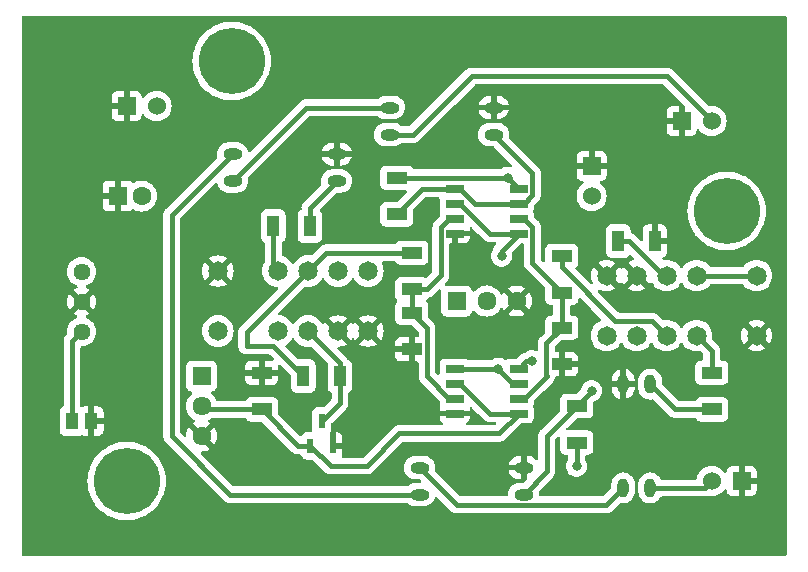
<source format=gbr>
%TF.GenerationSoftware,KiCad,Pcbnew,7.0.2*%
%TF.CreationDate,2023-06-01T11:44:41+02:00*%
%TF.ProjectId,AMS & IMD Reset,414d5320-2620-4494-9d44-205265736574,rev?*%
%TF.SameCoordinates,Original*%
%TF.FileFunction,Copper,L1,Top*%
%TF.FilePolarity,Positive*%
%FSLAX46Y46*%
G04 Gerber Fmt 4.6, Leading zero omitted, Abs format (unit mm)*
G04 Created by KiCad (PCBNEW 7.0.2) date 2023-06-01 11:44:41*
%MOMM*%
%LPD*%
G01*
G04 APERTURE LIST*
%TA.AperFunction,ComponentPad*%
%ADD10C,5.600000*%
%TD*%
%TA.AperFunction,SMDPad,CuDef*%
%ADD11R,1.050000X1.800000*%
%TD*%
%TA.AperFunction,SMDPad,CuDef*%
%ADD12O,1.600000X0.950000*%
%TD*%
%TA.AperFunction,SMDPad,CuDef*%
%ADD13R,1.800000X1.050000*%
%TD*%
%TA.AperFunction,SMDPad,CuDef*%
%ADD14R,1.070000X1.470000*%
%TD*%
%TA.AperFunction,ComponentPad*%
%ADD15R,1.530000X1.530000*%
%TD*%
%TA.AperFunction,ComponentPad*%
%ADD16C,1.530000*%
%TD*%
%TA.AperFunction,SMDPad,CuDef*%
%ADD17R,1.528000X0.650000*%
%TD*%
%TA.AperFunction,ComponentPad*%
%ADD18R,1.610000X1.610000*%
%TD*%
%TA.AperFunction,ComponentPad*%
%ADD19C,1.610000*%
%TD*%
%TA.AperFunction,ComponentPad*%
%ADD20C,1.650000*%
%TD*%
%TA.AperFunction,ComponentPad*%
%ADD21R,1.600000X1.600000*%
%TD*%
%TA.AperFunction,ComponentPad*%
%ADD22C,1.600000*%
%TD*%
%TA.AperFunction,SMDPad,CuDef*%
%ADD23R,0.600000X1.300000*%
%TD*%
%TA.AperFunction,SMDPad,CuDef*%
%ADD24O,0.950000X1.600000*%
%TD*%
%TA.AperFunction,ComponentPad*%
%ADD25C,1.440000*%
%TD*%
%TA.AperFunction,ViaPad*%
%ADD26C,0.800000*%
%TD*%
%TA.AperFunction,Conductor*%
%ADD27C,0.400000*%
%TD*%
G04 APERTURE END LIST*
D10*
%TO.P,,1*%
%TO.N,N/C*%
X127000000Y-115290000D03*
%TD*%
%TO.P,,1*%
%TO.N,N/C*%
X177800000Y-92430000D03*
%TD*%
%TO.P,,1*%
%TO.N,N/C*%
X135890000Y-79730000D03*
%TD*%
D11*
%TO.P,R15,1*%
%TO.N,AMS Status*%
X168630000Y-94970000D03*
%TO.P,R15,2*%
%TO.N,GND*%
X171730000Y-94970000D03*
%TD*%
D12*
%TO.P,K6,1,+_CONTROL*%
%TO.N,/Opto AMS*%
X158070000Y-85953000D03*
%TO.P,K6,2,-_CONTROL*%
%TO.N,GND*%
X158070000Y-83667000D03*
%TO.P,K6,3,LOAD_1*%
%TO.N,/SC out dongle 2*%
X149270000Y-83667000D03*
%TO.P,K6,4,LOAD_2*%
%TO.N,/SC in*%
X149270000Y-85953000D03*
%TD*%
D13*
%TO.P,R3,1*%
%TO.N,OK_HS_IMD*%
X138430000Y-109220000D03*
%TO.P,R3,2*%
%TO.N,GND*%
X138430000Y-106120000D03*
%TD*%
%TO.P,R7,1*%
%TO.N,/11V*%
X151130000Y-99060000D03*
%TO.P,R7,2*%
%TO.N,+12V*%
X151130000Y-95960000D03*
%TD*%
D12*
%TO.P,K5,1,+_CONTROL*%
%TO.N,/Opto IMD*%
X160610000Y-116433000D03*
%TO.P,K5,2,-_CONTROL*%
%TO.N,GND*%
X160610000Y-114147000D03*
%TO.P,K5,3,LOAD_1*%
%TO.N,/SC out dongle 1*%
X151810000Y-114147000D03*
%TO.P,K5,4,LOAD_2*%
%TO.N,/SC out IMD*%
X151810000Y-116433000D03*
%TD*%
D14*
%TO.P,C2,1*%
%TO.N,+5V*%
X122370000Y-110210000D03*
%TO.P,C2,2*%
%TO.N,GND*%
X124010000Y-110210000D03*
%TD*%
D15*
%TO.P,J3,1,1*%
%TO.N,GND*%
X173990000Y-84810000D03*
D16*
%TO.P,J3,2,2*%
%TO.N,/SC in*%
X176530000Y-84810000D03*
%TD*%
D17*
%TO.P,CP1,1,OUT1*%
%TO.N,/Opto IMD*%
X154769000Y-105765000D03*
%TO.P,CP1,2,IN1-*%
%TO.N,OK_HS_IMD*%
X154769000Y-107035000D03*
%TO.P,CP1,3,IN1+*%
%TO.N,/11V*%
X154769000Y-108305000D03*
%TO.P,CP1,4,GND*%
%TO.N,GND*%
X154769000Y-109575000D03*
%TO.P,CP1,5,IN2+*%
%TO.N,OK_HS_IMD*%
X160191000Y-109575000D03*
%TO.P,CP1,6,IN2-*%
%TO.N,/1V*%
X160191000Y-108305000D03*
%TO.P,CP1,7,OUT2*%
%TO.N,/Opto IMD*%
X160191000Y-107035000D03*
%TO.P,CP1,8,V+*%
%TO.N,+5V*%
X160191000Y-105765000D03*
%TD*%
D18*
%TO.P,J1,1,1*%
%TO.N,IMD Indicator*%
X133350000Y-106400000D03*
D19*
%TO.P,J1,2,2*%
%TO.N,OK_HS_IMD*%
X133350000Y-108940000D03*
%TO.P,J1,3,3*%
%TO.N,GND*%
X133350000Y-111480000D03*
%TD*%
D13*
%TO.P,R9,1*%
%TO.N,+5V*%
X165100000Y-112040000D03*
%TO.P,R9,2*%
%TO.N,/Opto IMD*%
X165100000Y-108940000D03*
%TD*%
D20*
%TO.P,K3,1,1*%
%TO.N,Net-(K3-Pad1)*%
X180340000Y-97891905D03*
%TO.P,K3,2,2*%
X175260000Y-97891905D03*
%TO.P,K3,3,3*%
%TO.N,AMS Status*%
X172720000Y-97891905D03*
%TO.P,K3,4,4*%
%TO.N,GND*%
X170180000Y-97891905D03*
%TO.P,K3,5,5*%
X167640000Y-97891905D03*
%TO.P,K3,6,6*%
%TO.N,/NO Button*%
X167640000Y-102971905D03*
%TO.P,K3,7,7*%
%TO.N,/C Button + LED*%
X170180000Y-102971905D03*
%TO.P,K3,8,8*%
%TO.N,+12V*%
X172720000Y-102971905D03*
%TO.P,K3,9,9*%
%TO.N,Net-(K3-Pad9)*%
X175260000Y-102971905D03*
%TO.P,K3,10,10*%
%TO.N,GND*%
X180340000Y-102971905D03*
%TD*%
D15*
%TO.P,J5,1,1*%
%TO.N,GND*%
X179070000Y-115290000D03*
D16*
%TO.P,J5,2,2*%
%TO.N,/SC out*%
X176530000Y-115290000D03*
%TD*%
D17*
%TO.P,CP2,1,OUT1*%
%TO.N,/Opto AMS*%
X154769000Y-90525000D03*
%TO.P,CP2,2,IN1-*%
%TO.N,AMS Status*%
X154769000Y-91795000D03*
%TO.P,CP2,3,IN1+*%
%TO.N,/11V*%
X154769000Y-93065000D03*
%TO.P,CP2,4,GND*%
%TO.N,GND*%
X154769000Y-94335000D03*
%TO.P,CP2,5,IN2+*%
%TO.N,AMS Status*%
X160191000Y-94335000D03*
%TO.P,CP2,6,IN2-*%
%TO.N,/1V*%
X160191000Y-93065000D03*
%TO.P,CP2,7,OUT2*%
%TO.N,/Opto AMS*%
X160191000Y-91795000D03*
%TO.P,CP2,8,V+*%
%TO.N,+5V*%
X160191000Y-90525000D03*
%TD*%
D13*
%TO.P,R6,1*%
%TO.N,GND*%
X163830000Y-105410000D03*
%TO.P,R6,2*%
%TO.N,/1V*%
X163830000Y-102310000D03*
%TD*%
%TO.P,R14,1*%
%TO.N,+5V*%
X149860000Y-89610000D03*
%TO.P,R14,2*%
%TO.N,/Opto AMS*%
X149860000Y-92710000D03*
%TD*%
%TO.P,R8,1*%
%TO.N,GND*%
X151130000Y-104140000D03*
%TO.P,R8,2*%
%TO.N,/11V*%
X151130000Y-101040000D03*
%TD*%
D21*
%TO.P,C1,1*%
%TO.N,GND*%
X126270000Y-91160000D03*
D22*
%TO.P,C1,2*%
%TO.N,+12V*%
X128270000Y-91160000D03*
%TD*%
D15*
%TO.P,J6,1,1*%
%TO.N,GND*%
X166370000Y-88620000D03*
D16*
%TO.P,J6,2,2*%
%TO.N,AMS Status*%
X166370000Y-91160000D03*
%TD*%
D20*
%TO.P,K2,1,1*%
%TO.N,Net-(K2-Pad1)*%
X134731500Y-102590000D03*
%TO.P,K2,2,2*%
X139811500Y-102590000D03*
%TO.P,K2,3,3*%
%TO.N,IMD Indicator*%
X142351500Y-102590000D03*
%TO.P,K2,4,4*%
%TO.N,GND*%
X144891500Y-102590000D03*
%TO.P,K2,5,5*%
X147431500Y-102590000D03*
%TO.P,K2,6,6*%
%TO.N,/NO Button*%
X147431500Y-97510000D03*
%TO.P,K2,7,7*%
%TO.N,/C Button + LED*%
X144891500Y-97510000D03*
%TO.P,K2,8,8*%
%TO.N,+12V*%
X142351500Y-97510000D03*
%TO.P,K2,9,9*%
%TO.N,Net-(K2-Pad9)*%
X139811500Y-97510000D03*
%TO.P,K2,10,10*%
%TO.N,GND*%
X134731500Y-97510000D03*
%TD*%
D11*
%TO.P,R4,1*%
%TO.N,+12V*%
X141960000Y-106400000D03*
%TO.P,R4,2*%
%TO.N,IMD Indicator*%
X145060000Y-106400000D03*
%TD*%
D12*
%TO.P,K1,1,+_CONTROL*%
%TO.N,Net-(K1-+_CONTROL)*%
X144780000Y-89890000D03*
%TO.P,K1,2,-_CONTROL*%
%TO.N,GND*%
X144780000Y-87604000D03*
%TO.P,K1,3,LOAD_1*%
%TO.N,/SC out IMD*%
X135980000Y-87604000D03*
%TO.P,K1,4,LOAD_2*%
%TO.N,/SC out dongle 2*%
X135980000Y-89890000D03*
%TD*%
D18*
%TO.P,J2,1,1*%
%TO.N,/NO Button*%
X154940000Y-100050000D03*
D19*
%TO.P,J2,2,2*%
%TO.N,/C Button + LED*%
X157480000Y-100050000D03*
%TO.P,J2,3,3*%
%TO.N,GND*%
X160020000Y-100050000D03*
%TD*%
D15*
%TO.P,J4,1,1*%
%TO.N,GND*%
X127000000Y-83540000D03*
D16*
%TO.P,J4,2,2*%
%TO.N,+12V*%
X129540000Y-83540000D03*
%TD*%
D13*
%TO.P,R2,1*%
%TO.N,Net-(K3-Pad9)*%
X176530000Y-106120000D03*
%TO.P,R2,2*%
%TO.N,Net-(K4-+_CONTROL)*%
X176530000Y-109220000D03*
%TD*%
D23*
%TO.P,Q1,1*%
%TO.N,OK_HS_IMD*%
X142560000Y-112310000D03*
%TO.P,Q1,2*%
%TO.N,GND*%
X144460000Y-112310000D03*
%TO.P,Q1,3*%
%TO.N,IMD Indicator*%
X143510000Y-110210000D03*
%TD*%
D13*
%TO.P,R5,1*%
%TO.N,/1V*%
X163830000Y-99340000D03*
%TO.P,R5,2*%
%TO.N,+12V*%
X163830000Y-96240000D03*
%TD*%
D11*
%TO.P,R1,1*%
%TO.N,Net-(K2-Pad9)*%
X139420000Y-93700000D03*
%TO.P,R1,2*%
%TO.N,Net-(K1-+_CONTROL)*%
X142520000Y-93700000D03*
%TD*%
D24*
%TO.P,K4,1,+_CONTROL*%
%TO.N,Net-(K4-+_CONTROL)*%
X171323000Y-107080000D03*
%TO.P,K4,2,-_CONTROL*%
%TO.N,GND*%
X169037000Y-107080000D03*
%TO.P,K4,3,LOAD_1*%
%TO.N,/SC out dongle 1*%
X169037000Y-115880000D03*
%TO.P,K4,4,LOAD_2*%
%TO.N,/SC out*%
X171323000Y-115880000D03*
%TD*%
D25*
%TO.P,U1,1,+VIN*%
%TO.N,+12V*%
X123190000Y-97570000D03*
%TO.P,U1,2,GND*%
%TO.N,GND*%
X123190000Y-100110000D03*
%TO.P,U1,3,+VOUT*%
%TO.N,+5V*%
X123190000Y-102650000D03*
%TD*%
D26*
%TO.N,+5V*%
X161290000Y-105130000D03*
X165100000Y-114020000D03*
X159276000Y-89610000D03*
%TO.N,AMS Status*%
X158750000Y-96240000D03*
%TO.N,/Opto IMD*%
X166370000Y-107670000D03*
X158482000Y-105765000D03*
%TD*%
D27*
%TO.N,/Opto IMD*%
X162560000Y-114483000D02*
X160610000Y-116433000D01*
X165100000Y-108940000D02*
X162560000Y-111480000D01*
X162560000Y-111480000D02*
X162560000Y-114483000D01*
%TO.N,AMS Status*%
X172476905Y-97891905D02*
X172720000Y-97891905D01*
X169555000Y-94970000D02*
X172476905Y-97891905D01*
X168630000Y-94970000D02*
X169555000Y-94970000D01*
%TO.N,+12V*%
X163830000Y-97195817D02*
X168381088Y-101746905D01*
X168381088Y-101746905D02*
X171495000Y-101746905D01*
X171495000Y-101746905D02*
X172720000Y-102971905D01*
X163830000Y-96240000D02*
X163830000Y-97195817D01*
%TO.N,Net-(K3-Pad1)*%
X175260000Y-97891905D02*
X180340000Y-97891905D01*
%TO.N,Net-(K3-Pad9)*%
X176530000Y-104241905D02*
X175260000Y-102971905D01*
X176530000Y-106120000D02*
X176530000Y-104241905D01*
%TO.N,OK_HS_IMD*%
X147320000Y-114020000D02*
X144270000Y-114020000D01*
X150080000Y-111260000D02*
X147320000Y-114020000D01*
X158506000Y-111260000D02*
X150080000Y-111260000D01*
X160191000Y-109575000D02*
X158506000Y-111260000D01*
X144270000Y-114020000D02*
X142560000Y-112310000D01*
%TO.N,/SC out IMD*%
X130810000Y-92774000D02*
X135980000Y-87604000D01*
X135763000Y-116433000D02*
X130810000Y-111480000D01*
X130810000Y-111480000D02*
X130810000Y-92774000D01*
X151810000Y-116433000D02*
X135763000Y-116433000D01*
%TO.N,+5V*%
X161290000Y-105130000D02*
X160826000Y-105130000D01*
X160826000Y-105130000D02*
X160191000Y-105765000D01*
X165100000Y-114020000D02*
X165100000Y-112040000D01*
%TO.N,/1V*%
X162560000Y-106400000D02*
X160655000Y-108305000D01*
X162530000Y-106370000D02*
X162560000Y-106400000D01*
X162530000Y-103610000D02*
X162530000Y-106370000D01*
X163830000Y-102310000D02*
X162530000Y-103610000D01*
X160655000Y-108305000D02*
X160191000Y-108305000D01*
%TO.N,+5V*%
X159276000Y-89610000D02*
X160191000Y-90525000D01*
X149860000Y-89610000D02*
X159276000Y-89610000D01*
%TO.N,IMD Indicator*%
X145060000Y-108660000D02*
X143510000Y-110210000D01*
X145060000Y-106400000D02*
X145060000Y-108660000D01*
X145060000Y-105298500D02*
X145060000Y-106400000D01*
X142351500Y-102590000D02*
X145060000Y-105298500D01*
%TO.N,AMS Status*%
X158750000Y-95776000D02*
X160191000Y-94335000D01*
X158750000Y-96240000D02*
X158750000Y-95776000D01*
%TO.N,/Opto IMD*%
X166370000Y-107670000D02*
X165100000Y-108940000D01*
%TO.N,+5V*%
X122370000Y-103470000D02*
X123190000Y-102650000D01*
X122370000Y-110210000D02*
X122370000Y-103470000D01*
%TO.N,/Opto IMD*%
X158482000Y-105765000D02*
X154769000Y-105765000D01*
X159752000Y-107035000D02*
X158482000Y-105765000D01*
X160191000Y-107035000D02*
X159752000Y-107035000D01*
%TO.N,Net-(K2-Pad9)*%
X139420000Y-97118500D02*
X139811500Y-97510000D01*
X139420000Y-93700000D02*
X139420000Y-97118500D01*
%TO.N,Net-(K1-+_CONTROL)*%
X142520000Y-93700000D02*
X142520000Y-92150000D01*
X142520000Y-92150000D02*
X144780000Y-89890000D01*
%TO.N,/Opto AMS*%
X152045000Y-90525000D02*
X149860000Y-92710000D01*
X154769000Y-90525000D02*
X152045000Y-90525000D01*
%TO.N,+12V*%
X137160000Y-103860000D02*
X139420000Y-103860000D01*
X137160000Y-102701500D02*
X137160000Y-103860000D01*
X139420000Y-103860000D02*
X141960000Y-106400000D01*
X142351500Y-97510000D02*
X137160000Y-102701500D01*
X143901500Y-95960000D02*
X142351500Y-97510000D01*
X151130000Y-95960000D02*
X143901500Y-95960000D01*
%TO.N,Net-(K4-+_CONTROL)*%
X173463000Y-109220000D02*
X171323000Y-107080000D01*
X176530000Y-109220000D02*
X173463000Y-109220000D01*
%TO.N,/SC out*%
X175940000Y-115880000D02*
X176530000Y-115290000D01*
X171323000Y-115880000D02*
X175940000Y-115880000D01*
%TO.N,/SC out dongle 1*%
X167609000Y-117308000D02*
X169037000Y-115880000D01*
X151810000Y-114147000D02*
X154971000Y-117308000D01*
X154971000Y-117308000D02*
X167609000Y-117308000D01*
%TO.N,/Opto AMS*%
X161355000Y-91070000D02*
X160630000Y-91795000D01*
X161355000Y-89238000D02*
X161355000Y-91070000D01*
X160630000Y-91795000D02*
X160191000Y-91795000D01*
X158070000Y-85953000D02*
X161355000Y-89238000D01*
X155208000Y-90525000D02*
X156478000Y-91795000D01*
X154769000Y-90525000D02*
X155208000Y-90525000D01*
X156478000Y-91795000D02*
X160191000Y-91795000D01*
%TO.N,OK_HS_IMD*%
X133630000Y-109220000D02*
X133350000Y-108940000D01*
X138430000Y-109220000D02*
X133630000Y-109220000D01*
X141520000Y-112310000D02*
X138430000Y-109220000D01*
X142560000Y-112310000D02*
X141520000Y-112310000D01*
X157748000Y-109575000D02*
X160191000Y-109575000D01*
X155208000Y-107035000D02*
X157748000Y-109575000D01*
X154769000Y-107035000D02*
X155208000Y-107035000D01*
%TO.N,AMS Status*%
X157748000Y-94335000D02*
X160191000Y-94335000D01*
X154769000Y-91795000D02*
X155208000Y-91795000D01*
X155208000Y-91795000D02*
X157748000Y-94335000D01*
%TO.N,/11V*%
X153605000Y-97885000D02*
X153605000Y-93790000D01*
X154330000Y-93065000D02*
X154769000Y-93065000D01*
X152430000Y-99060000D02*
X153605000Y-97885000D01*
X151130000Y-99060000D02*
X152430000Y-99060000D01*
X153605000Y-93790000D02*
X154330000Y-93065000D01*
%TO.N,/1V*%
X161355000Y-96865000D02*
X163830000Y-99340000D01*
X160630000Y-93065000D02*
X161355000Y-93790000D01*
X160191000Y-93065000D02*
X160630000Y-93065000D01*
X161355000Y-93790000D02*
X161355000Y-96865000D01*
%TO.N,/11V*%
X152430000Y-106405000D02*
X154330000Y-108305000D01*
X151130000Y-101040000D02*
X152430000Y-102340000D01*
X152430000Y-102340000D02*
X152430000Y-106405000D01*
X154330000Y-108305000D02*
X154769000Y-108305000D01*
X151130000Y-99060000D02*
X151130000Y-101040000D01*
%TO.N,/1V*%
X163830000Y-99340000D02*
X163830000Y-102310000D01*
%TO.N,/SC out dongle 2*%
X142203000Y-83667000D02*
X135980000Y-89890000D01*
X149270000Y-83667000D02*
X142203000Y-83667000D01*
%TO.N,/SC in*%
X156210000Y-81000000D02*
X151257000Y-85953000D01*
X151257000Y-85953000D02*
X149270000Y-85953000D01*
X172720000Y-81000000D02*
X156210000Y-81000000D01*
X176530000Y-84810000D02*
X172720000Y-81000000D01*
%TD*%
%TA.AperFunction,Conductor*%
%TO.N,GND*%
G36*
X156223600Y-93815356D02*
G01*
X156240560Y-93829531D01*
X156749075Y-94338046D01*
X157229231Y-94818202D01*
X157234365Y-94823656D01*
X157274727Y-94869215D01*
X157304986Y-94890101D01*
X157324838Y-94903805D01*
X157330857Y-94908234D01*
X157378774Y-94945774D01*
X157388230Y-94950029D01*
X157407780Y-94961056D01*
X157416325Y-94966954D01*
X157473248Y-94988542D01*
X157480169Y-94991409D01*
X157535665Y-95016386D01*
X157535670Y-95016388D01*
X157545882Y-95018259D01*
X157567490Y-95024282D01*
X157577199Y-95027965D01*
X157637633Y-95035302D01*
X157645025Y-95036426D01*
X157704907Y-95047401D01*
X157760964Y-95044010D01*
X157765666Y-95043726D01*
X157773152Y-95043500D01*
X158181167Y-95043500D01*
X158248206Y-95063185D01*
X158293961Y-95115989D01*
X158303905Y-95185147D01*
X158274880Y-95248703D01*
X158268840Y-95255188D01*
X158266808Y-95257220D01*
X158266783Y-95257246D01*
X158261352Y-95262357D01*
X158215783Y-95302728D01*
X158181201Y-95352827D01*
X158176765Y-95358856D01*
X158139225Y-95406773D01*
X158134964Y-95416240D01*
X158123946Y-95435775D01*
X158118045Y-95444325D01*
X158096457Y-95501245D01*
X158093593Y-95508161D01*
X158068610Y-95563671D01*
X158066738Y-95573889D01*
X158060714Y-95595496D01*
X158057034Y-95605200D01*
X158055205Y-95620262D01*
X158027582Y-95684439D01*
X158024262Y-95688282D01*
X158010959Y-95703056D01*
X157915472Y-95868443D01*
X157856458Y-96050070D01*
X157836496Y-96240000D01*
X157856458Y-96429929D01*
X157915472Y-96611556D01*
X158010957Y-96776941D01*
X158011299Y-96777321D01*
X158138747Y-96918866D01*
X158265839Y-97011204D01*
X158293248Y-97031118D01*
X158467714Y-97108795D01*
X158654511Y-97148500D01*
X158654513Y-97148500D01*
X158845489Y-97148500D01*
X159032285Y-97108795D01*
X159032286Y-97108794D01*
X159032288Y-97108794D01*
X159206752Y-97031118D01*
X159361253Y-96918866D01*
X159489040Y-96776944D01*
X159489685Y-96775828D01*
X159584527Y-96611556D01*
X159597532Y-96571530D01*
X159643542Y-96429928D01*
X159663504Y-96240000D01*
X159643542Y-96050072D01*
X159626399Y-95997315D01*
X159624405Y-95927477D01*
X159656648Y-95871320D01*
X160323150Y-95204819D01*
X160384474Y-95171334D01*
X160410832Y-95168500D01*
X160522500Y-95168500D01*
X160589539Y-95188185D01*
X160635294Y-95240989D01*
X160646500Y-95292500D01*
X160646500Y-96839837D01*
X160646274Y-96847324D01*
X160642597Y-96908095D01*
X160653569Y-96967970D01*
X160654696Y-96975369D01*
X160662035Y-97035802D01*
X160665713Y-97045500D01*
X160671738Y-97067111D01*
X160673611Y-97077329D01*
X160698597Y-97132848D01*
X160701463Y-97139766D01*
X160720455Y-97189844D01*
X160723047Y-97196677D01*
X160728941Y-97205216D01*
X160739964Y-97224760D01*
X160744224Y-97234225D01*
X160781761Y-97282137D01*
X160786200Y-97288170D01*
X160820782Y-97338270D01*
X160820784Y-97338272D01*
X160820785Y-97338273D01*
X160866370Y-97378658D01*
X160871805Y-97383775D01*
X162385181Y-98897151D01*
X162418666Y-98958474D01*
X162421500Y-98984832D01*
X162421500Y-99913638D01*
X162421852Y-99916918D01*
X162421853Y-99916924D01*
X162428011Y-99974205D01*
X162479110Y-100111203D01*
X162566738Y-100228261D01*
X162683796Y-100315889D01*
X162820794Y-100366988D01*
X162820797Y-100366988D01*
X162820799Y-100366989D01*
X162881362Y-100373500D01*
X162997500Y-100373500D01*
X163064539Y-100393185D01*
X163110294Y-100445989D01*
X163121500Y-100497500D01*
X163121500Y-101152500D01*
X163101815Y-101219539D01*
X163049011Y-101265294D01*
X162997500Y-101276500D01*
X162881362Y-101276500D01*
X162878082Y-101276852D01*
X162878075Y-101276853D01*
X162820794Y-101283011D01*
X162683796Y-101334110D01*
X162566738Y-101421738D01*
X162479110Y-101538796D01*
X162428011Y-101675794D01*
X162422230Y-101729568D01*
X162421500Y-101736362D01*
X162421500Y-101739671D01*
X162421500Y-102665167D01*
X162401815Y-102732206D01*
X162385181Y-102752848D01*
X162046804Y-103091224D01*
X162041352Y-103096357D01*
X161995783Y-103136728D01*
X161961201Y-103186827D01*
X161956765Y-103192856D01*
X161919225Y-103240773D01*
X161914964Y-103250240D01*
X161903946Y-103269775D01*
X161898045Y-103278325D01*
X161876457Y-103335245D01*
X161873593Y-103342161D01*
X161848610Y-103397671D01*
X161846738Y-103407889D01*
X161840714Y-103429496D01*
X161837035Y-103439196D01*
X161829696Y-103499632D01*
X161828569Y-103507031D01*
X161817597Y-103566905D01*
X161821274Y-103627674D01*
X161821500Y-103635161D01*
X161821500Y-104181218D01*
X161801815Y-104248257D01*
X161749011Y-104294012D01*
X161679853Y-104303956D01*
X161647065Y-104294498D01*
X161572286Y-104261204D01*
X161385489Y-104221500D01*
X161385487Y-104221500D01*
X161194513Y-104221500D01*
X161194511Y-104221500D01*
X161007714Y-104261204D01*
X160833246Y-104338882D01*
X160732785Y-104411871D01*
X160674853Y-104434647D01*
X160655200Y-104437034D01*
X160645496Y-104440714D01*
X160623889Y-104446738D01*
X160613668Y-104448611D01*
X160558157Y-104473594D01*
X160551242Y-104476459D01*
X160494324Y-104498046D01*
X160485775Y-104503947D01*
X160466239Y-104514965D01*
X160456776Y-104519224D01*
X160408857Y-104556765D01*
X160402829Y-104561200D01*
X160352727Y-104595784D01*
X160312357Y-104641352D01*
X160307224Y-104646804D01*
X160058847Y-104895182D01*
X159997527Y-104928666D01*
X159971168Y-104931500D01*
X159378362Y-104931500D01*
X159375082Y-104931852D01*
X159375075Y-104931853D01*
X159317794Y-104938011D01*
X159180796Y-104989110D01*
X159145114Y-105015821D01*
X159079650Y-105040236D01*
X159011377Y-105025383D01*
X158997921Y-105016870D01*
X158938753Y-104973882D01*
X158764285Y-104896204D01*
X158577489Y-104856500D01*
X158577487Y-104856500D01*
X158386513Y-104856500D01*
X158386511Y-104856500D01*
X158199714Y-104896204D01*
X158025248Y-104973881D01*
X157944130Y-105032818D01*
X157878324Y-105056298D01*
X157871244Y-105056500D01*
X155910496Y-105056500D01*
X155843457Y-105036815D01*
X155836186Y-105031767D01*
X155779203Y-104989110D01*
X155642205Y-104938011D01*
X155584924Y-104931853D01*
X155584918Y-104931852D01*
X155581638Y-104931500D01*
X153956362Y-104931500D01*
X153953082Y-104931852D01*
X153953075Y-104931853D01*
X153895794Y-104938011D01*
X153758796Y-104989110D01*
X153641738Y-105076738D01*
X153554110Y-105193796D01*
X153503011Y-105330794D01*
X153497720Y-105380014D01*
X153496500Y-105391362D01*
X153496500Y-106138638D01*
X153496853Y-106141925D01*
X153496854Y-106141936D01*
X153498786Y-106159914D01*
X153486378Y-106228673D01*
X153438765Y-106279808D01*
X153371065Y-106297085D01*
X153304772Y-106275017D01*
X153287815Y-106260845D01*
X153174819Y-106147849D01*
X153141334Y-106086526D01*
X153138500Y-106060168D01*
X153138500Y-102365168D01*
X153138726Y-102357681D01*
X153140123Y-102334585D01*
X153142402Y-102296908D01*
X153131425Y-102237011D01*
X153130301Y-102229621D01*
X153130132Y-102228227D01*
X153122965Y-102169199D01*
X153119288Y-102159503D01*
X153113260Y-102137880D01*
X153111389Y-102127670D01*
X153087008Y-102073500D01*
X153086398Y-102072146D01*
X153083549Y-102065269D01*
X153061954Y-102008325D01*
X153056060Y-101999786D01*
X153045034Y-101980240D01*
X153040775Y-101970775D01*
X153003234Y-101922857D01*
X152998801Y-101916832D01*
X152964215Y-101866726D01*
X152918647Y-101826357D01*
X152913193Y-101821223D01*
X152574819Y-101482848D01*
X152541334Y-101421525D01*
X152538500Y-101395167D01*
X152538500Y-100469671D01*
X152538500Y-100466362D01*
X152531989Y-100405799D01*
X152531988Y-100405797D01*
X152531988Y-100405794D01*
X152480889Y-100268796D01*
X152393262Y-100151740D01*
X152389960Y-100149268D01*
X152348088Y-100093336D01*
X152343102Y-100023644D01*
X152376586Y-99962320D01*
X152389960Y-99950732D01*
X152393261Y-99948261D01*
X152480889Y-99831204D01*
X152480888Y-99831204D01*
X152491573Y-99816932D01*
X152492528Y-99817647D01*
X152521275Y-99779244D01*
X152580643Y-99755412D01*
X152600801Y-99752965D01*
X152610498Y-99749287D01*
X152632124Y-99743259D01*
X152642329Y-99741389D01*
X152697850Y-99716400D01*
X152704752Y-99713542D01*
X152745189Y-99698205D01*
X152761675Y-99691954D01*
X152770219Y-99686055D01*
X152789754Y-99675037D01*
X152799226Y-99670775D01*
X152847162Y-99633217D01*
X152853143Y-99628816D01*
X152903273Y-99594215D01*
X152943673Y-99548611D01*
X152948760Y-99543208D01*
X153417818Y-99074150D01*
X153479139Y-99040667D01*
X153548831Y-99045651D01*
X153604764Y-99087523D01*
X153629181Y-99152987D01*
X153628787Y-99175087D01*
X153626853Y-99193072D01*
X153626852Y-99193084D01*
X153626500Y-99196362D01*
X153626500Y-100903638D01*
X153626852Y-100906918D01*
X153626853Y-100906924D01*
X153633011Y-100964205D01*
X153684110Y-101101203D01*
X153771738Y-101218261D01*
X153888796Y-101305889D01*
X154025794Y-101356988D01*
X154025797Y-101356988D01*
X154025799Y-101356989D01*
X154086362Y-101363500D01*
X154089672Y-101363500D01*
X155790328Y-101363500D01*
X155793638Y-101363500D01*
X155854201Y-101356989D01*
X155854203Y-101356988D01*
X155854205Y-101356988D01*
X155932124Y-101327924D01*
X155991204Y-101305889D01*
X156108261Y-101218261D01*
X156195889Y-101101204D01*
X156226654Y-101018720D01*
X156246988Y-100964205D01*
X156246988Y-100964203D01*
X156246989Y-100964201D01*
X156247557Y-100958915D01*
X156274294Y-100894364D01*
X156331686Y-100854515D01*
X156401511Y-100852020D01*
X156461601Y-100887672D01*
X156467950Y-100895519D01*
X156469957Y-100897526D01*
X156632474Y-101060043D01*
X156820741Y-101191869D01*
X157029041Y-101289001D01*
X157251042Y-101348486D01*
X157382478Y-101359985D01*
X157479999Y-101368517D01*
X157479999Y-101368516D01*
X157480000Y-101368517D01*
X157708958Y-101348486D01*
X157930959Y-101289001D01*
X158139259Y-101191869D01*
X158327526Y-101060043D01*
X158490043Y-100897526D01*
X158621869Y-100709259D01*
X158642308Y-100665425D01*
X158688478Y-100612989D01*
X158755672Y-100593837D01*
X158822553Y-100614052D01*
X158867071Y-100665429D01*
X158885517Y-100704989D01*
X158937384Y-100779062D01*
X159506755Y-100209691D01*
X159511151Y-100230845D01*
X159578812Y-100361425D01*
X159679194Y-100468907D01*
X159804851Y-100545322D01*
X159862170Y-100561381D01*
X159290936Y-101132614D01*
X159365009Y-101184480D01*
X159571957Y-101280982D01*
X159792525Y-101340083D01*
X160019999Y-101359985D01*
X160247474Y-101340083D01*
X160468042Y-101280982D01*
X160674991Y-101184480D01*
X160749061Y-101132614D01*
X160180166Y-100563719D01*
X160300591Y-100511412D01*
X160414673Y-100418599D01*
X160499485Y-100298449D01*
X160531610Y-100208056D01*
X161102614Y-100779061D01*
X161154480Y-100704991D01*
X161250982Y-100498042D01*
X161310083Y-100277474D01*
X161329985Y-100050000D01*
X161310083Y-99822525D01*
X161250982Y-99601957D01*
X161154479Y-99395007D01*
X161102614Y-99320936D01*
X160533244Y-99890306D01*
X160528849Y-99869155D01*
X160461188Y-99738575D01*
X160360806Y-99631093D01*
X160235149Y-99554678D01*
X160177829Y-99538618D01*
X160749062Y-98967384D01*
X160674990Y-98915519D01*
X160468042Y-98819017D01*
X160247474Y-98759916D01*
X160019999Y-98740014D01*
X159792525Y-98759916D01*
X159571956Y-98819017D01*
X159365007Y-98915519D01*
X159290937Y-98967384D01*
X159290936Y-98967384D01*
X159859833Y-99536280D01*
X159739409Y-99588588D01*
X159625327Y-99681401D01*
X159540515Y-99801551D01*
X159508390Y-99891941D01*
X158937384Y-99320936D01*
X158937384Y-99320937D01*
X158885518Y-99395009D01*
X158867069Y-99434573D01*
X158820896Y-99487011D01*
X158753702Y-99506162D01*
X158686821Y-99485945D01*
X158642308Y-99434573D01*
X158621869Y-99390742D01*
X158490043Y-99202474D01*
X158327526Y-99039957D01*
X158139259Y-98908131D01*
X158005318Y-98845673D01*
X157930960Y-98810999D01*
X157708955Y-98751513D01*
X157479999Y-98731482D01*
X157251044Y-98751513D01*
X157029039Y-98810999D01*
X156820741Y-98908131D01*
X156632473Y-99039957D01*
X156462286Y-99210145D01*
X156460570Y-99208429D01*
X156417835Y-99242582D01*
X156348336Y-99249770D01*
X156285984Y-99218242D01*
X156250575Y-99158009D01*
X156247557Y-99141084D01*
X156246988Y-99135794D01*
X156195889Y-98998796D01*
X156108261Y-98881738D01*
X155991203Y-98794110D01*
X155854205Y-98743011D01*
X155796924Y-98736853D01*
X155796918Y-98736852D01*
X155793638Y-98736500D01*
X154086362Y-98736500D01*
X154083084Y-98736852D01*
X154083072Y-98736853D01*
X154065087Y-98738787D01*
X153996327Y-98726380D01*
X153945191Y-98678770D01*
X153927912Y-98611070D01*
X153949977Y-98544776D01*
X153964146Y-98527822D01*
X154088208Y-98403760D01*
X154093611Y-98398673D01*
X154139215Y-98358273D01*
X154173816Y-98308143D01*
X154178222Y-98302157D01*
X154188690Y-98288796D01*
X154215775Y-98254226D01*
X154220037Y-98244754D01*
X154231055Y-98225219D01*
X154236954Y-98216675D01*
X154252747Y-98175032D01*
X154258542Y-98159752D01*
X154261400Y-98152850D01*
X154286389Y-98097329D01*
X154288260Y-98087113D01*
X154294287Y-98065498D01*
X154297965Y-98055801D01*
X154305304Y-97995354D01*
X154306420Y-97988014D01*
X154317402Y-97928092D01*
X154313726Y-97867316D01*
X154313500Y-97859830D01*
X154313500Y-95284000D01*
X154333185Y-95216961D01*
X154385989Y-95171206D01*
X154437500Y-95160000D01*
X154519000Y-95160000D01*
X154519000Y-94585000D01*
X155019000Y-94585000D01*
X155019000Y-95160000D01*
X155577518Y-95160000D01*
X155584132Y-95159645D01*
X155640371Y-95153599D01*
X155775089Y-95103352D01*
X155890188Y-95017188D01*
X155976352Y-94902089D01*
X156026599Y-94767371D01*
X156032645Y-94711132D01*
X156033000Y-94704518D01*
X156033000Y-94585000D01*
X155019000Y-94585000D01*
X154519000Y-94585000D01*
X154519000Y-94209000D01*
X154538685Y-94141961D01*
X154591489Y-94096206D01*
X154643000Y-94085000D01*
X156033000Y-94085000D01*
X156033000Y-93965481D01*
X156032645Y-93958871D01*
X156029592Y-93930470D01*
X156041996Y-93861710D01*
X156089606Y-93810572D01*
X156157305Y-93793292D01*
X156223600Y-93815356D01*
G37*
%TD.AperFunction*%
%TA.AperFunction,Conductor*%
G36*
X182822539Y-75940185D02*
G01*
X182868294Y-75992989D01*
X182879500Y-76044500D01*
X182879500Y-121515500D01*
X182859815Y-121582539D01*
X182807011Y-121628294D01*
X182755500Y-121639500D01*
X118234500Y-121639500D01*
X118167461Y-121619815D01*
X118121706Y-121567011D01*
X118110500Y-121515500D01*
X118110500Y-115290000D01*
X123686641Y-115290000D01*
X123686822Y-115293338D01*
X123686822Y-115293356D01*
X123705881Y-115644878D01*
X123705882Y-115644894D01*
X123706064Y-115648237D01*
X123706606Y-115651547D01*
X123706607Y-115651550D01*
X123763561Y-115998960D01*
X123763563Y-115998972D01*
X123764105Y-116002274D01*
X123765001Y-116005503D01*
X123765004Y-116005514D01*
X123833368Y-116251735D01*
X123860085Y-116347961D01*
X123861329Y-116351084D01*
X123861330Y-116351086D01*
X123973080Y-116631558D01*
X123992877Y-116681243D01*
X123994447Y-116684205D01*
X123994452Y-116684215D01*
X124081779Y-116848930D01*
X124160925Y-116998215D01*
X124162812Y-117000998D01*
X124162815Y-117001003D01*
X124327832Y-117244384D01*
X124362258Y-117295159D01*
X124594516Y-117568595D01*
X124596947Y-117570898D01*
X124596953Y-117570904D01*
X124776533Y-117741011D01*
X124854977Y-117815317D01*
X125140586Y-118032431D01*
X125447995Y-118217393D01*
X125773599Y-118368033D01*
X126113583Y-118482587D01*
X126463958Y-118559711D01*
X126820618Y-118598500D01*
X126823976Y-118598500D01*
X127176024Y-118598500D01*
X127179382Y-118598500D01*
X127536042Y-118559711D01*
X127886417Y-118482587D01*
X128226401Y-118368033D01*
X128552005Y-118217393D01*
X128859414Y-118032431D01*
X129145023Y-117815317D01*
X129405484Y-117568595D01*
X129637742Y-117295159D01*
X129839075Y-116998215D01*
X130007123Y-116681243D01*
X130139915Y-116347961D01*
X130235895Y-116002274D01*
X130293936Y-115648237D01*
X130313359Y-115290000D01*
X130293936Y-114931763D01*
X130235895Y-114577726D01*
X130139915Y-114232039D01*
X130007123Y-113898757D01*
X129839075Y-113581785D01*
X129637742Y-113284841D01*
X129452697Y-113066989D01*
X129407657Y-113013963D01*
X129407654Y-113013960D01*
X129405484Y-113011405D01*
X129403051Y-113009100D01*
X129403046Y-113009095D01*
X129194135Y-112811204D01*
X129145023Y-112764683D01*
X128947434Y-112614480D01*
X128862082Y-112549597D01*
X128862080Y-112549595D01*
X128859414Y-112547569D01*
X128856540Y-112545840D01*
X128856536Y-112545837D01*
X128554887Y-112364341D01*
X128554886Y-112364340D01*
X128552005Y-112362607D01*
X128226401Y-112211967D01*
X128118782Y-112175706D01*
X127889591Y-112098482D01*
X127889583Y-112098479D01*
X127886417Y-112097413D01*
X127883150Y-112096694D01*
X127883147Y-112096693D01*
X127539323Y-112021011D01*
X127539319Y-112021010D01*
X127536042Y-112020289D01*
X127532706Y-112019926D01*
X127532699Y-112019925D01*
X127182720Y-111981863D01*
X127182719Y-111981862D01*
X127179382Y-111981500D01*
X126820618Y-111981500D01*
X126817281Y-111981862D01*
X126817279Y-111981863D01*
X126467300Y-112019925D01*
X126467290Y-112019926D01*
X126463958Y-112020289D01*
X126460683Y-112021009D01*
X126460676Y-112021011D01*
X126116852Y-112096693D01*
X126116844Y-112096695D01*
X126113583Y-112097413D01*
X126110421Y-112098478D01*
X126110408Y-112098482D01*
X125776786Y-112210893D01*
X125776783Y-112210894D01*
X125773599Y-112211967D01*
X125770550Y-112213377D01*
X125770544Y-112213380D01*
X125451050Y-112361193D01*
X125451040Y-112361197D01*
X125447995Y-112362607D01*
X125445121Y-112364336D01*
X125445112Y-112364341D01*
X125143463Y-112545837D01*
X125143450Y-112545845D01*
X125140586Y-112547569D01*
X125137928Y-112549589D01*
X125137917Y-112549597D01*
X124857636Y-112762661D01*
X124857628Y-112762667D01*
X124854977Y-112764683D01*
X124852553Y-112766978D01*
X124852546Y-112766985D01*
X124596953Y-113009095D01*
X124596938Y-113009110D01*
X124594516Y-113011405D01*
X124592353Y-113013950D01*
X124592342Y-113013963D01*
X124364431Y-113282282D01*
X124364425Y-113282289D01*
X124362258Y-113284841D01*
X124360378Y-113287613D01*
X124360371Y-113287623D01*
X124162815Y-113578996D01*
X124162807Y-113579008D01*
X124160925Y-113581785D01*
X124159350Y-113584755D01*
X124159348Y-113584759D01*
X123994452Y-113895784D01*
X123994443Y-113895801D01*
X123992877Y-113898757D01*
X123991636Y-113901869D01*
X123991632Y-113901880D01*
X123861330Y-114228913D01*
X123861327Y-114228921D01*
X123860085Y-114232039D01*
X123859185Y-114235277D01*
X123859185Y-114235280D01*
X123765004Y-114574485D01*
X123765000Y-114574500D01*
X123764105Y-114577726D01*
X123763564Y-114581023D01*
X123763561Y-114581039D01*
X123709456Y-114911071D01*
X123706064Y-114931763D01*
X123705882Y-114935103D01*
X123705881Y-114935121D01*
X123686822Y-115286643D01*
X123686822Y-115286661D01*
X123686641Y-115290000D01*
X118110500Y-115290000D01*
X118110500Y-111523095D01*
X130097597Y-111523095D01*
X130108569Y-111582970D01*
X130109696Y-111590369D01*
X130117035Y-111650802D01*
X130120713Y-111660500D01*
X130126738Y-111682111D01*
X130128611Y-111692329D01*
X130153597Y-111747848D01*
X130156463Y-111754766D01*
X130178047Y-111811677D01*
X130183941Y-111820216D01*
X130194964Y-111839760D01*
X130199224Y-111849225D01*
X130236761Y-111897137D01*
X130241200Y-111903170D01*
X130275782Y-111953270D01*
X130275784Y-111953272D01*
X130275785Y-111953273D01*
X130321370Y-111993658D01*
X130326805Y-111998775D01*
X135244223Y-116916193D01*
X135249357Y-116921647D01*
X135289725Y-116967214D01*
X135339822Y-117001793D01*
X135345856Y-117006233D01*
X135393774Y-117043775D01*
X135403236Y-117048034D01*
X135422781Y-117059057D01*
X135427801Y-117062522D01*
X135431325Y-117064954D01*
X135487581Y-117086289D01*
X135488233Y-117086536D01*
X135495155Y-117089403D01*
X135550671Y-117114389D01*
X135560881Y-117116260D01*
X135582500Y-117122286D01*
X135592199Y-117125965D01*
X135652631Y-117133302D01*
X135660011Y-117134425D01*
X135719908Y-117145402D01*
X135780681Y-117141726D01*
X135788169Y-117141500D01*
X150748327Y-117141500D01*
X150815366Y-117161185D01*
X150838201Y-117180068D01*
X150841069Y-117183086D01*
X150854312Y-117192303D01*
X151005244Y-117297355D01*
X151189058Y-117376235D01*
X151384988Y-117416500D01*
X151384990Y-117416500D01*
X152181735Y-117416500D01*
X152184877Y-117416500D01*
X152333998Y-117401336D01*
X152524849Y-117341456D01*
X152699740Y-117244384D01*
X152851510Y-117114093D01*
X152939048Y-117001003D01*
X152973945Y-116955921D01*
X152992133Y-116918842D01*
X153062036Y-116776336D01*
X153084866Y-116688156D01*
X153120724Y-116628194D01*
X153183310Y-116597134D01*
X153252754Y-116604842D01*
X153292588Y-116631558D01*
X154452223Y-117791193D01*
X154457357Y-117796647D01*
X154497725Y-117842214D01*
X154547822Y-117876793D01*
X154553856Y-117881233D01*
X154601774Y-117918775D01*
X154611236Y-117923034D01*
X154630781Y-117934057D01*
X154635801Y-117937522D01*
X154639325Y-117939954D01*
X154695581Y-117961289D01*
X154696233Y-117961536D01*
X154703155Y-117964403D01*
X154758671Y-117989389D01*
X154768881Y-117991260D01*
X154790500Y-117997286D01*
X154800199Y-118000965D01*
X154860638Y-118008303D01*
X154868000Y-118009423D01*
X154927907Y-118020402D01*
X154988675Y-118016726D01*
X154996163Y-118016500D01*
X167583837Y-118016500D01*
X167591324Y-118016726D01*
X167652093Y-118020402D01*
X167711994Y-118009424D01*
X167719364Y-118008303D01*
X167779801Y-118000965D01*
X167789498Y-117997287D01*
X167811124Y-117991259D01*
X167821329Y-117989389D01*
X167876850Y-117964400D01*
X167883752Y-117961542D01*
X167924189Y-117946205D01*
X167940675Y-117939954D01*
X167949219Y-117934055D01*
X167968754Y-117923037D01*
X167978226Y-117918775D01*
X168026162Y-117881217D01*
X168032143Y-117876816D01*
X168082273Y-117842215D01*
X168122673Y-117796611D01*
X168127760Y-117791208D01*
X168717622Y-117201346D01*
X168778943Y-117167863D01*
X168836379Y-117168986D01*
X168887303Y-117182172D01*
X169087070Y-117192303D01*
X169087070Y-117192302D01*
X169087071Y-117192303D01*
X169284788Y-117162014D01*
X169329644Y-117145401D01*
X169472361Y-117092544D01*
X169642111Y-116986739D01*
X169787087Y-116848929D01*
X169901355Y-116684756D01*
X169980235Y-116500942D01*
X170020500Y-116305012D01*
X170020500Y-116254877D01*
X170339500Y-116254877D01*
X170339816Y-116257988D01*
X170339817Y-116258000D01*
X170354664Y-116404000D01*
X170375127Y-116469219D01*
X170414544Y-116594849D01*
X170417126Y-116599500D01*
X170511615Y-116769740D01*
X170641907Y-116921510D01*
X170800078Y-117043945D01*
X170857627Y-117072173D01*
X170979664Y-117132036D01*
X171173303Y-117182172D01*
X171373070Y-117192303D01*
X171373070Y-117192302D01*
X171373071Y-117192303D01*
X171570788Y-117162014D01*
X171615644Y-117145401D01*
X171758361Y-117092544D01*
X171928111Y-116986739D01*
X172073087Y-116848929D01*
X172187355Y-116684756D01*
X172196432Y-116663602D01*
X172240958Y-116609757D01*
X172307526Y-116588533D01*
X172310384Y-116588500D01*
X175914837Y-116588500D01*
X175922324Y-116588726D01*
X175983093Y-116592402D01*
X176042994Y-116581424D01*
X176050364Y-116580303D01*
X176110801Y-116572965D01*
X176120498Y-116569287D01*
X176142124Y-116563259D01*
X176142550Y-116563181D01*
X176152329Y-116561389D01*
X176187459Y-116545577D01*
X176256669Y-116536012D01*
X176270446Y-116538878D01*
X176308012Y-116548944D01*
X176530000Y-116568365D01*
X176751986Y-116548944D01*
X176967227Y-116491270D01*
X177169183Y-116397097D01*
X177351717Y-116269284D01*
X177509284Y-116111717D01*
X177579427Y-116011543D01*
X177634003Y-115967920D01*
X177703501Y-115960728D01*
X177765856Y-115992250D01*
X177801269Y-116052480D01*
X177805000Y-116082669D01*
X177805000Y-116099518D01*
X177805354Y-116106132D01*
X177811400Y-116162371D01*
X177861647Y-116297089D01*
X177947811Y-116412188D01*
X178062910Y-116498352D01*
X178197628Y-116548599D01*
X178253867Y-116554645D01*
X178260482Y-116555000D01*
X178820000Y-116555000D01*
X178820000Y-115736494D01*
X178924839Y-115784373D01*
X179033527Y-115800000D01*
X179106473Y-115800000D01*
X179215161Y-115784373D01*
X179320000Y-115736494D01*
X179320000Y-116555000D01*
X179879518Y-116555000D01*
X179886132Y-116554645D01*
X179942371Y-116548599D01*
X180077089Y-116498352D01*
X180192188Y-116412188D01*
X180278352Y-116297089D01*
X180328599Y-116162371D01*
X180334645Y-116106132D01*
X180335000Y-116099518D01*
X180335000Y-115540000D01*
X179515572Y-115540000D01*
X179538682Y-115504040D01*
X179580000Y-115363327D01*
X179580000Y-115216673D01*
X179538682Y-115075960D01*
X179515572Y-115040000D01*
X180335000Y-115040000D01*
X180335000Y-114480481D01*
X180334645Y-114473867D01*
X180328599Y-114417628D01*
X180278352Y-114282910D01*
X180192188Y-114167811D01*
X180077089Y-114081647D01*
X179942371Y-114031400D01*
X179886132Y-114025354D01*
X179879518Y-114025000D01*
X179320000Y-114025000D01*
X179320000Y-114843505D01*
X179215161Y-114795627D01*
X179106473Y-114780000D01*
X179033527Y-114780000D01*
X178924839Y-114795627D01*
X178820000Y-114843505D01*
X178820000Y-114025000D01*
X178260482Y-114025000D01*
X178253867Y-114025354D01*
X178197628Y-114031400D01*
X178062910Y-114081647D01*
X177947811Y-114167811D01*
X177861647Y-114282910D01*
X177811400Y-114417628D01*
X177805354Y-114473867D01*
X177805000Y-114480481D01*
X177805000Y-114497331D01*
X177785315Y-114564370D01*
X177732511Y-114610125D01*
X177663353Y-114620069D01*
X177599797Y-114591044D01*
X177579427Y-114568457D01*
X177509284Y-114468283D01*
X177351717Y-114310716D01*
X177351716Y-114310715D01*
X177169183Y-114182902D01*
X176967230Y-114088731D01*
X176967227Y-114088730D01*
X176859606Y-114059893D01*
X176751983Y-114031055D01*
X176530000Y-114011634D01*
X176308016Y-114031055D01*
X176092771Y-114088730D01*
X175923183Y-114167811D01*
X175890818Y-114182903D01*
X175708283Y-114310716D01*
X175708279Y-114310719D01*
X175550719Y-114468279D01*
X175550716Y-114468282D01*
X175550716Y-114468283D01*
X175430718Y-114639658D01*
X175422902Y-114650820D01*
X175328730Y-114852771D01*
X175268248Y-115078493D01*
X175264407Y-115077463D01*
X175246475Y-115123347D01*
X175189896Y-115164343D01*
X175148377Y-115171500D01*
X172307975Y-115171500D01*
X172240936Y-115151815D01*
X172199556Y-115107677D01*
X172134384Y-114990259D01*
X172004092Y-114838489D01*
X171845921Y-114716054D01*
X171703229Y-114646061D01*
X171666336Y-114627964D01*
X171472697Y-114577828D01*
X171470686Y-114577726D01*
X171272928Y-114567696D01*
X171075211Y-114597985D01*
X170887639Y-114667455D01*
X170717889Y-114773260D01*
X170572914Y-114911069D01*
X170458644Y-115075245D01*
X170388879Y-115237819D01*
X170379765Y-115259058D01*
X170339500Y-115454988D01*
X170339500Y-116254877D01*
X170020500Y-116254877D01*
X170020500Y-115505123D01*
X170005336Y-115356002D01*
X169945456Y-115165151D01*
X169860093Y-115011355D01*
X169848384Y-114990259D01*
X169718092Y-114838489D01*
X169559921Y-114716054D01*
X169417229Y-114646061D01*
X169380336Y-114627964D01*
X169186697Y-114577828D01*
X169184686Y-114577726D01*
X168986928Y-114567696D01*
X168789211Y-114597985D01*
X168601639Y-114667455D01*
X168431889Y-114773260D01*
X168286914Y-114911069D01*
X168172644Y-115075245D01*
X168102879Y-115237819D01*
X168093765Y-115259058D01*
X168055211Y-115446666D01*
X168053500Y-115454990D01*
X168053500Y-115810168D01*
X168033815Y-115877207D01*
X168017181Y-115897849D01*
X167351849Y-116563181D01*
X167290526Y-116596666D01*
X167264168Y-116599500D01*
X162041768Y-116599500D01*
X161974729Y-116579815D01*
X161928974Y-116527011D01*
X161917927Y-116469219D01*
X161921234Y-116404000D01*
X161922303Y-116382930D01*
X161916449Y-116344719D01*
X161897236Y-116219301D01*
X161906542Y-116150054D01*
X161932122Y-116112846D01*
X163043217Y-115001752D01*
X163048637Y-114996650D01*
X163094215Y-114956273D01*
X163128806Y-114906158D01*
X163133233Y-114900143D01*
X163170774Y-114852226D01*
X163175033Y-114842761D01*
X163186058Y-114823216D01*
X163191954Y-114814675D01*
X163213550Y-114757727D01*
X163216408Y-114750831D01*
X163224704Y-114732400D01*
X163241388Y-114695330D01*
X163243257Y-114685128D01*
X163249287Y-114663497D01*
X163252965Y-114653801D01*
X163260302Y-114593365D01*
X163261428Y-114585965D01*
X163272401Y-114526093D01*
X163268725Y-114465333D01*
X163268499Y-114457845D01*
X163268499Y-113130461D01*
X163268499Y-111824827D01*
X163288184Y-111757792D01*
X163304810Y-111737159D01*
X163479820Y-111562149D01*
X163541142Y-111528665D01*
X163610834Y-111533649D01*
X163666767Y-111575521D01*
X163691184Y-111640985D01*
X163691500Y-111649831D01*
X163691500Y-112613638D01*
X163691852Y-112616918D01*
X163691853Y-112616924D01*
X163698011Y-112674205D01*
X163749110Y-112811203D01*
X163836738Y-112928261D01*
X163953796Y-113015889D01*
X164090794Y-113066988D01*
X164090797Y-113066988D01*
X164090799Y-113066989D01*
X164151362Y-113073500D01*
X164267500Y-113073500D01*
X164334539Y-113093185D01*
X164380294Y-113145989D01*
X164391500Y-113197500D01*
X164391500Y-113401538D01*
X164371815Y-113468577D01*
X164361578Y-113481985D01*
X164265472Y-113648443D01*
X164206458Y-113830070D01*
X164186496Y-114019999D01*
X164206458Y-114209929D01*
X164265472Y-114391556D01*
X164360957Y-114556941D01*
X164387091Y-114585965D01*
X164488747Y-114698866D01*
X164564975Y-114754249D01*
X164643248Y-114811118D01*
X164817714Y-114888795D01*
X165004511Y-114928500D01*
X165004513Y-114928500D01*
X165195489Y-114928500D01*
X165382285Y-114888795D01*
X165382286Y-114888794D01*
X165382288Y-114888794D01*
X165556752Y-114811118D01*
X165711253Y-114698866D01*
X165839040Y-114556944D01*
X165856853Y-114526092D01*
X165934527Y-114391556D01*
X165948804Y-114347615D01*
X165993542Y-114209928D01*
X166013504Y-114020000D01*
X165993542Y-113830072D01*
X165962931Y-113735862D01*
X165934527Y-113648443D01*
X165832524Y-113471770D01*
X165833863Y-113470996D01*
X165810119Y-113421509D01*
X165808500Y-113401538D01*
X165808500Y-113197500D01*
X165828185Y-113130461D01*
X165880989Y-113084706D01*
X165932500Y-113073500D01*
X166045328Y-113073500D01*
X166048638Y-113073500D01*
X166109201Y-113066989D01*
X166109203Y-113066988D01*
X166109205Y-113066988D01*
X166187124Y-113037924D01*
X166246204Y-113015889D01*
X166363261Y-112928261D01*
X166450889Y-112811204D01*
X166472924Y-112752124D01*
X166501988Y-112674205D01*
X166501988Y-112674203D01*
X166501989Y-112674201D01*
X166508500Y-112613638D01*
X166508500Y-111466362D01*
X166501989Y-111405799D01*
X166501988Y-111405797D01*
X166501988Y-111405794D01*
X166450889Y-111268796D01*
X166363261Y-111151738D01*
X166246203Y-111064110D01*
X166109205Y-111013011D01*
X166051924Y-111006853D01*
X166051918Y-111006852D01*
X166048638Y-111006500D01*
X164334831Y-111006500D01*
X164267792Y-110986815D01*
X164222037Y-110934011D01*
X164212093Y-110864853D01*
X164241118Y-110801297D01*
X164247150Y-110794819D01*
X164265175Y-110776795D01*
X165032151Y-110009819D01*
X165093475Y-109976334D01*
X165119833Y-109973500D01*
X166045328Y-109973500D01*
X166048638Y-109973500D01*
X166109201Y-109966989D01*
X166109203Y-109966988D01*
X166109205Y-109966988D01*
X166212393Y-109928500D01*
X166246204Y-109915889D01*
X166363261Y-109828261D01*
X166450889Y-109711204D01*
X166472924Y-109652124D01*
X166501988Y-109574205D01*
X166501988Y-109574203D01*
X166501989Y-109574201D01*
X166508500Y-109513638D01*
X166508500Y-108669770D01*
X166528185Y-108602731D01*
X166580989Y-108556976D01*
X166606713Y-108548481D01*
X166652288Y-108538794D01*
X166826752Y-108461118D01*
X166981253Y-108348866D01*
X167109040Y-108206944D01*
X167120844Y-108186500D01*
X167204527Y-108041556D01*
X167204527Y-108041555D01*
X167263542Y-107859928D01*
X167283504Y-107670000D01*
X167263542Y-107480072D01*
X167214780Y-107330000D01*
X168062000Y-107330000D01*
X168062000Y-107451303D01*
X168062317Y-107457568D01*
X168077033Y-107602278D01*
X168136396Y-107791480D01*
X168232628Y-107964859D01*
X168361792Y-108115317D01*
X168518597Y-108236693D01*
X168696630Y-108324022D01*
X168786999Y-108347420D01*
X168787000Y-108347420D01*
X168787000Y-107330000D01*
X169287000Y-107330000D01*
X169287000Y-108352130D01*
X169468595Y-108284876D01*
X169636883Y-108179980D01*
X169780602Y-108043364D01*
X169893883Y-107880610D01*
X169972082Y-107698384D01*
X170012000Y-107504146D01*
X170012000Y-107454877D01*
X170339500Y-107454877D01*
X170339816Y-107457988D01*
X170339817Y-107458000D01*
X170354664Y-107604000D01*
X170393880Y-107728987D01*
X170414544Y-107794849D01*
X170422036Y-107808347D01*
X170511615Y-107969740D01*
X170641907Y-108121510D01*
X170800078Y-108243945D01*
X170857627Y-108272173D01*
X170979664Y-108332036D01*
X171173303Y-108382172D01*
X171373070Y-108392303D01*
X171536698Y-108367236D01*
X171605944Y-108376542D01*
X171643155Y-108402125D01*
X172944223Y-109703193D01*
X172949357Y-109708647D01*
X172989725Y-109754214D01*
X173019594Y-109774831D01*
X173037990Y-109787529D01*
X173039822Y-109788793D01*
X173045856Y-109793233D01*
X173093774Y-109830775D01*
X173103236Y-109835034D01*
X173122781Y-109846057D01*
X173127801Y-109849522D01*
X173131325Y-109851954D01*
X173187581Y-109873289D01*
X173188233Y-109873536D01*
X173195155Y-109876403D01*
X173250671Y-109901389D01*
X173260881Y-109903260D01*
X173282500Y-109909286D01*
X173292199Y-109912965D01*
X173352638Y-109920303D01*
X173360000Y-109921423D01*
X173419907Y-109932402D01*
X173480675Y-109928726D01*
X173488163Y-109928500D01*
X175070102Y-109928500D01*
X175137141Y-109948185D01*
X175169369Y-109978190D01*
X175266738Y-110108261D01*
X175383796Y-110195889D01*
X175520794Y-110246988D01*
X175520797Y-110246988D01*
X175520799Y-110246989D01*
X175581362Y-110253500D01*
X175584672Y-110253500D01*
X177475328Y-110253500D01*
X177478638Y-110253500D01*
X177539201Y-110246989D01*
X177539203Y-110246988D01*
X177539205Y-110246988D01*
X177617124Y-110217924D01*
X177676204Y-110195889D01*
X177793261Y-110108261D01*
X177880889Y-109991204D01*
X177923708Y-109876403D01*
X177931988Y-109854205D01*
X177931988Y-109854203D01*
X177931989Y-109854201D01*
X177938500Y-109793638D01*
X177938500Y-108646362D01*
X177931989Y-108585799D01*
X177931988Y-108585797D01*
X177931988Y-108585794D01*
X177880889Y-108448796D01*
X177793261Y-108331738D01*
X177676203Y-108244110D01*
X177539205Y-108193011D01*
X177481924Y-108186853D01*
X177481918Y-108186852D01*
X177478638Y-108186500D01*
X175581362Y-108186500D01*
X175578082Y-108186852D01*
X175578075Y-108186853D01*
X175520794Y-108193011D01*
X175383796Y-108244110D01*
X175266738Y-108331738D01*
X175169369Y-108461810D01*
X175113436Y-108503682D01*
X175070102Y-108511500D01*
X173807832Y-108511500D01*
X173740793Y-108491815D01*
X173720151Y-108475181D01*
X172342819Y-107097849D01*
X172309334Y-107036526D01*
X172306500Y-107010168D01*
X172306500Y-106708264D01*
X172306500Y-106708263D01*
X172306500Y-106705123D01*
X172291336Y-106556002D01*
X172231456Y-106365151D01*
X172137093Y-106195140D01*
X172134384Y-106190259D01*
X172004092Y-106038489D01*
X171845921Y-105916054D01*
X171682667Y-105835975D01*
X171666336Y-105827964D01*
X171472697Y-105777828D01*
X171472697Y-105777827D01*
X171272928Y-105767696D01*
X171075211Y-105797985D01*
X170887639Y-105867455D01*
X170717889Y-105973260D01*
X170572914Y-106111069D01*
X170458644Y-106275245D01*
X170379766Y-106459055D01*
X170379765Y-106459058D01*
X170339500Y-106654988D01*
X170339500Y-107454877D01*
X170012000Y-107454877D01*
X170012000Y-107330000D01*
X169287000Y-107330000D01*
X168787000Y-107330000D01*
X168062000Y-107330000D01*
X167214780Y-107330000D01*
X167204527Y-107298444D01*
X167204527Y-107298443D01*
X167109042Y-107133058D01*
X167089442Y-107111291D01*
X166981253Y-106991134D01*
X166843712Y-106891204D01*
X166826751Y-106878881D01*
X166716962Y-106830000D01*
X168062000Y-106830000D01*
X168787000Y-106830000D01*
X168787000Y-105812577D01*
X169287000Y-105812577D01*
X169287000Y-106830000D01*
X170012000Y-106830000D01*
X170012000Y-106708696D01*
X170011682Y-106702431D01*
X169996966Y-106557721D01*
X169937603Y-106368519D01*
X169841371Y-106195140D01*
X169712207Y-106044682D01*
X169555402Y-105923306D01*
X169377366Y-105835975D01*
X169287000Y-105812577D01*
X168787000Y-105812577D01*
X168787000Y-105807869D01*
X168786999Y-105807868D01*
X168605403Y-105875124D01*
X168437116Y-105980019D01*
X168293397Y-106116635D01*
X168180116Y-106279389D01*
X168101917Y-106461615D01*
X168062000Y-106655853D01*
X168062000Y-106830000D01*
X166716962Y-106830000D01*
X166652285Y-106801204D01*
X166465489Y-106761500D01*
X166465487Y-106761500D01*
X166274513Y-106761500D01*
X166274511Y-106761500D01*
X166087714Y-106801204D01*
X165913248Y-106878881D01*
X165758748Y-106991133D01*
X165630957Y-107133058D01*
X165535472Y-107298443D01*
X165476458Y-107480070D01*
X165471476Y-107527474D01*
X165444891Y-107592088D01*
X165435836Y-107602192D01*
X165167847Y-107870182D01*
X165106527Y-107903666D01*
X165080168Y-107906500D01*
X164151362Y-107906500D01*
X164148082Y-107906852D01*
X164148075Y-107906853D01*
X164090794Y-107913011D01*
X163953796Y-107964110D01*
X163836738Y-108051738D01*
X163749110Y-108168796D01*
X163698011Y-108305794D01*
X163691967Y-108362014D01*
X163691500Y-108366362D01*
X163691500Y-108369670D01*
X163691500Y-108369671D01*
X163691500Y-109295166D01*
X163671815Y-109362205D01*
X163655181Y-109382847D01*
X162076804Y-110961224D01*
X162071352Y-110966357D01*
X162025783Y-111006728D01*
X161991201Y-111056827D01*
X161986765Y-111062856D01*
X161949225Y-111110773D01*
X161944964Y-111120240D01*
X161933946Y-111139775D01*
X161928045Y-111148325D01*
X161906457Y-111205245D01*
X161903593Y-111212161D01*
X161878610Y-111267671D01*
X161876738Y-111277889D01*
X161870714Y-111299496D01*
X161867035Y-111309196D01*
X161859696Y-111369632D01*
X161858569Y-111377031D01*
X161847597Y-111436905D01*
X161851274Y-111497674D01*
X161851500Y-111505161D01*
X161851500Y-113385568D01*
X161831815Y-113452607D01*
X161779011Y-113498362D01*
X161709853Y-113508306D01*
X161646297Y-113479281D01*
X161637626Y-113471000D01*
X161573364Y-113403397D01*
X161410610Y-113290116D01*
X161228384Y-113211917D01*
X161034147Y-113172000D01*
X160860000Y-113172000D01*
X160860000Y-115129668D01*
X160840315Y-115196707D01*
X160823681Y-115217349D01*
X160627849Y-115413181D01*
X160566526Y-115446666D01*
X160540168Y-115449500D01*
X160235123Y-115449500D01*
X160232012Y-115449816D01*
X160231999Y-115449817D01*
X160085999Y-115464664D01*
X159895151Y-115524544D01*
X159720259Y-115621615D01*
X159568489Y-115751907D01*
X159446054Y-115910078D01*
X159357964Y-116089664D01*
X159311458Y-116269284D01*
X159307828Y-116283303D01*
X159297762Y-116481781D01*
X159274708Y-116547737D01*
X159219655Y-116590759D01*
X159173922Y-116599500D01*
X155315832Y-116599500D01*
X155248793Y-116579815D01*
X155228151Y-116563181D01*
X153131348Y-114466378D01*
X153097863Y-114405055D01*
X153098021Y-114397000D01*
X159337869Y-114397000D01*
X159405123Y-114578595D01*
X159510019Y-114746883D01*
X159646635Y-114890602D01*
X159809389Y-115003883D01*
X159991615Y-115082082D01*
X160185853Y-115122000D01*
X160360000Y-115122000D01*
X160360000Y-114397000D01*
X159337869Y-114397000D01*
X153098021Y-114397000D01*
X153098988Y-114347615D01*
X153108542Y-114310715D01*
X153112172Y-114296697D01*
X153122303Y-114096930D01*
X153112264Y-114031400D01*
X153092014Y-113899211D01*
X153091195Y-113896999D01*
X159342579Y-113896999D01*
X159342580Y-113897000D01*
X160360000Y-113897000D01*
X160360000Y-113172000D01*
X160238697Y-113172000D01*
X160232431Y-113172317D01*
X160087721Y-113187033D01*
X159898519Y-113246396D01*
X159725140Y-113342628D01*
X159574682Y-113471792D01*
X159453306Y-113628597D01*
X159365977Y-113806630D01*
X159342579Y-113896999D01*
X153091195Y-113896999D01*
X153022544Y-113711639D01*
X152916739Y-113541889D01*
X152778930Y-113396914D01*
X152762629Y-113385568D01*
X152614756Y-113282645D01*
X152430942Y-113203765D01*
X152235012Y-113163500D01*
X151435123Y-113163500D01*
X151432012Y-113163816D01*
X151431999Y-113163817D01*
X151285999Y-113178664D01*
X151095151Y-113238544D01*
X150920259Y-113335615D01*
X150768489Y-113465907D01*
X150646054Y-113624078D01*
X150557964Y-113803664D01*
X150507828Y-113997302D01*
X150497696Y-114197071D01*
X150527985Y-114394788D01*
X150597455Y-114582360D01*
X150703260Y-114752110D01*
X150834906Y-114890602D01*
X150841071Y-114897087D01*
X151005244Y-115011355D01*
X151189058Y-115090235D01*
X151384988Y-115130500D01*
X151740168Y-115130500D01*
X151807207Y-115150185D01*
X151827849Y-115166819D01*
X151898849Y-115237819D01*
X151932334Y-115299142D01*
X151927350Y-115368834D01*
X151885478Y-115424767D01*
X151820014Y-115449184D01*
X151811168Y-115449500D01*
X151435123Y-115449500D01*
X151432012Y-115449816D01*
X151431999Y-115449817D01*
X151285999Y-115464664D01*
X151095151Y-115524544D01*
X150920262Y-115621613D01*
X150889250Y-115648237D01*
X150835259Y-115694586D01*
X150771572Y-115723318D01*
X150754490Y-115724500D01*
X136107832Y-115724500D01*
X136040793Y-115704815D01*
X136020151Y-115688181D01*
X133328334Y-112996364D01*
X133294849Y-112935041D01*
X133299833Y-112865349D01*
X133341705Y-112809416D01*
X133405208Y-112785155D01*
X133577474Y-112770083D01*
X133798042Y-112710982D01*
X134004991Y-112614480D01*
X134079061Y-112562614D01*
X133510166Y-111993719D01*
X133630591Y-111941412D01*
X133744673Y-111848599D01*
X133829485Y-111728449D01*
X133861610Y-111638057D01*
X134432614Y-112209061D01*
X134484480Y-112134991D01*
X134580982Y-111928042D01*
X134640083Y-111707474D01*
X134659985Y-111480000D01*
X134640083Y-111252525D01*
X134580982Y-111031957D01*
X134484479Y-110825007D01*
X134432614Y-110750936D01*
X133863244Y-111320307D01*
X133858849Y-111299155D01*
X133791188Y-111168575D01*
X133690806Y-111061093D01*
X133565149Y-110984678D01*
X133507829Y-110968618D01*
X134079062Y-110397384D01*
X134004989Y-110345517D01*
X133965429Y-110327071D01*
X133912989Y-110280899D01*
X133893837Y-110213706D01*
X133914052Y-110146824D01*
X133965425Y-110102308D01*
X134009259Y-110081869D01*
X134196267Y-109950924D01*
X134262472Y-109928598D01*
X134267389Y-109928500D01*
X136970102Y-109928500D01*
X137037141Y-109948185D01*
X137069369Y-109978190D01*
X137166738Y-110108261D01*
X137283796Y-110195889D01*
X137420794Y-110246988D01*
X137420797Y-110246988D01*
X137420799Y-110246989D01*
X137481362Y-110253500D01*
X138410168Y-110253500D01*
X138477207Y-110273185D01*
X138497849Y-110289819D01*
X141001223Y-112793193D01*
X141006357Y-112798647D01*
X141046725Y-112844214D01*
X141096822Y-112878793D01*
X141102856Y-112883233D01*
X141150774Y-112920775D01*
X141160236Y-112925034D01*
X141179781Y-112936057D01*
X141184801Y-112939522D01*
X141188325Y-112941954D01*
X141244581Y-112963289D01*
X141245233Y-112963536D01*
X141252155Y-112966403D01*
X141307671Y-112991389D01*
X141317881Y-112993260D01*
X141339500Y-112999286D01*
X141349199Y-113002965D01*
X141409631Y-113010302D01*
X141417011Y-113011425D01*
X141476908Y-113022402D01*
X141537681Y-113018726D01*
X141545169Y-113018500D01*
X141653006Y-113018500D01*
X141720045Y-113038185D01*
X141765800Y-113090989D01*
X141769182Y-113099153D01*
X141808202Y-113203766D01*
X141809112Y-113206206D01*
X141896738Y-113323261D01*
X142013796Y-113410889D01*
X142150794Y-113461988D01*
X142150797Y-113461988D01*
X142150799Y-113461989D01*
X142211362Y-113468500D01*
X142665168Y-113468500D01*
X142732207Y-113488185D01*
X142752849Y-113504819D01*
X143751223Y-114503193D01*
X143756357Y-114508647D01*
X143796725Y-114554214D01*
X143816259Y-114567697D01*
X143837503Y-114582361D01*
X143846822Y-114588793D01*
X143852851Y-114593229D01*
X143874417Y-114610125D01*
X143900775Y-114630776D01*
X143910232Y-114635032D01*
X143929784Y-114646058D01*
X143938325Y-114651954D01*
X143995265Y-114673547D01*
X144002169Y-114676408D01*
X144057671Y-114701388D01*
X144067882Y-114703259D01*
X144089488Y-114709282D01*
X144099199Y-114712965D01*
X144159654Y-114720305D01*
X144167016Y-114721425D01*
X144226907Y-114732401D01*
X144282964Y-114729010D01*
X144287666Y-114728726D01*
X144295152Y-114728500D01*
X147294837Y-114728500D01*
X147302324Y-114728726D01*
X147363093Y-114732402D01*
X147422994Y-114721424D01*
X147430364Y-114720303D01*
X147490801Y-114712965D01*
X147500498Y-114709287D01*
X147522124Y-114703259D01*
X147522140Y-114703256D01*
X147532329Y-114701389D01*
X147587850Y-114676400D01*
X147594752Y-114673542D01*
X147635189Y-114658205D01*
X147651675Y-114651954D01*
X147660219Y-114646055D01*
X147679754Y-114635037D01*
X147689226Y-114630775D01*
X147737162Y-114593217D01*
X147743143Y-114588816D01*
X147793273Y-114554215D01*
X147833673Y-114508611D01*
X147838760Y-114503208D01*
X150337151Y-112004819D01*
X150398475Y-111971334D01*
X150424833Y-111968500D01*
X158480837Y-111968500D01*
X158488324Y-111968726D01*
X158549093Y-111972402D01*
X158608994Y-111961424D01*
X158616364Y-111960303D01*
X158676801Y-111952965D01*
X158686498Y-111949287D01*
X158708124Y-111943259D01*
X158718329Y-111941389D01*
X158773850Y-111916400D01*
X158780752Y-111913542D01*
X158824008Y-111897137D01*
X158837675Y-111891954D01*
X158846219Y-111886055D01*
X158865754Y-111875037D01*
X158875226Y-111870775D01*
X158923162Y-111833217D01*
X158929143Y-111828816D01*
X158979273Y-111794215D01*
X159019673Y-111748611D01*
X159024760Y-111743208D01*
X160323150Y-110444819D01*
X160384474Y-110411334D01*
X160410832Y-110408500D01*
X161000328Y-110408500D01*
X161003638Y-110408500D01*
X161064201Y-110401989D01*
X161064203Y-110401988D01*
X161064205Y-110401988D01*
X161157607Y-110367150D01*
X161201204Y-110350889D01*
X161318261Y-110263261D01*
X161405889Y-110146204D01*
X161436678Y-110063656D01*
X161456988Y-110009205D01*
X161456988Y-110009203D01*
X161456989Y-110009201D01*
X161463500Y-109948638D01*
X161463500Y-109201362D01*
X161456989Y-109140799D01*
X161405889Y-109003796D01*
X161405888Y-109003795D01*
X161399658Y-108987091D01*
X161403125Y-108985797D01*
X161389344Y-108948858D01*
X161401370Y-108893547D01*
X161399658Y-108892909D01*
X161404096Y-108881010D01*
X161404189Y-108880583D01*
X161404347Y-108880336D01*
X161405887Y-108876206D01*
X161405889Y-108876204D01*
X161456989Y-108739201D01*
X161463500Y-108678638D01*
X161463500Y-108549831D01*
X161483185Y-108482793D01*
X161499819Y-108462151D01*
X162306081Y-107655889D01*
X163091291Y-106870679D01*
X163091290Y-106870678D01*
X163106666Y-106855302D01*
X163121816Y-106840154D01*
X163140268Y-106809628D01*
X163148764Y-106797319D01*
X163170775Y-106769226D01*
X163185424Y-106736675D01*
X163192368Y-106723443D01*
X163210826Y-106692913D01*
X163221437Y-106658859D01*
X163226740Y-106644876D01*
X163241389Y-106612329D01*
X163247823Y-106577213D01*
X163251401Y-106562702D01*
X163262013Y-106528649D01*
X163262013Y-106528648D01*
X163264052Y-106522106D01*
X163302791Y-106463960D01*
X163366817Y-106435988D01*
X163382436Y-106435000D01*
X163580000Y-106435000D01*
X163580000Y-105660000D01*
X164080000Y-105660000D01*
X164080000Y-106435000D01*
X164774518Y-106435000D01*
X164781132Y-106434645D01*
X164837371Y-106428599D01*
X164972089Y-106378352D01*
X165087188Y-106292188D01*
X165173352Y-106177089D01*
X165223599Y-106042371D01*
X165229645Y-105986132D01*
X165230000Y-105979518D01*
X165230000Y-105660000D01*
X164080000Y-105660000D01*
X163580000Y-105660000D01*
X163580000Y-104385000D01*
X164080000Y-104385000D01*
X164080000Y-105160000D01*
X165230000Y-105160000D01*
X165230000Y-104840481D01*
X165229645Y-104833867D01*
X165223599Y-104777628D01*
X165173352Y-104642910D01*
X165087188Y-104527811D01*
X164972089Y-104441647D01*
X164837371Y-104391400D01*
X164781132Y-104385354D01*
X164774518Y-104385000D01*
X164080000Y-104385000D01*
X163580000Y-104385000D01*
X163362500Y-104385000D01*
X163295461Y-104365315D01*
X163249706Y-104312511D01*
X163238500Y-104261000D01*
X163238500Y-103954831D01*
X163258185Y-103887792D01*
X163274814Y-103867155D01*
X163762151Y-103379818D01*
X163823474Y-103346334D01*
X163849832Y-103343500D01*
X164775328Y-103343500D01*
X164778638Y-103343500D01*
X164839201Y-103336989D01*
X164839203Y-103336988D01*
X164839205Y-103336988D01*
X164917124Y-103307924D01*
X164976204Y-103285889D01*
X165093261Y-103198261D01*
X165180889Y-103081204D01*
X165214534Y-102991000D01*
X165231988Y-102944205D01*
X165231988Y-102944203D01*
X165231989Y-102944201D01*
X165238500Y-102883638D01*
X165238500Y-101736362D01*
X165231989Y-101675799D01*
X165231988Y-101675797D01*
X165231988Y-101675794D01*
X165180889Y-101538796D01*
X165093261Y-101421738D01*
X164976203Y-101334110D01*
X164839205Y-101283011D01*
X164781924Y-101276853D01*
X164781918Y-101276852D01*
X164778638Y-101276500D01*
X164775328Y-101276500D01*
X164662500Y-101276500D01*
X164595461Y-101256815D01*
X164549706Y-101204011D01*
X164538500Y-101152500D01*
X164538500Y-100497500D01*
X164558185Y-100430461D01*
X164610989Y-100384706D01*
X164662500Y-100373500D01*
X164775328Y-100373500D01*
X164778638Y-100373500D01*
X164839201Y-100366989D01*
X164839203Y-100366988D01*
X164839205Y-100366988D01*
X164958058Y-100322657D01*
X164976204Y-100315889D01*
X165093261Y-100228261D01*
X165180889Y-100111204D01*
X165217463Y-100013147D01*
X165231988Y-99974205D01*
X165231988Y-99974203D01*
X165231989Y-99974201D01*
X165238500Y-99913638D01*
X165238500Y-99905649D01*
X165258185Y-99838610D01*
X165310989Y-99792855D01*
X165380147Y-99782911D01*
X165443703Y-99811936D01*
X165450179Y-99817966D01*
X166337201Y-100704989D01*
X167168849Y-101536637D01*
X167202334Y-101597960D01*
X167197350Y-101667652D01*
X167155478Y-101723585D01*
X167133574Y-101736700D01*
X166970700Y-101812650D01*
X166779567Y-101946483D01*
X166614578Y-102111472D01*
X166480744Y-102302607D01*
X166382133Y-102514077D01*
X166321741Y-102739463D01*
X166301405Y-102971904D01*
X166321741Y-103204346D01*
X166382133Y-103429732D01*
X166474436Y-103627674D01*
X166480744Y-103641202D01*
X166614578Y-103832337D01*
X166779568Y-103997327D01*
X166970703Y-104131161D01*
X167182174Y-104229772D01*
X167407556Y-104290163D01*
X167640000Y-104310499D01*
X167872444Y-104290163D01*
X168097826Y-104229772D01*
X168309297Y-104131161D01*
X168500432Y-103997327D01*
X168665422Y-103832337D01*
X168799256Y-103641202D01*
X168799256Y-103641201D01*
X168805478Y-103632316D01*
X168807370Y-103633641D01*
X168843775Y-103592284D01*
X168910966Y-103573123D01*
X168977850Y-103593329D01*
X169012728Y-103633571D01*
X169014522Y-103632316D01*
X169020743Y-103641201D01*
X169020744Y-103641202D01*
X169154578Y-103832337D01*
X169319568Y-103997327D01*
X169510703Y-104131161D01*
X169722174Y-104229772D01*
X169947556Y-104290163D01*
X170180000Y-104310499D01*
X170412444Y-104290163D01*
X170637826Y-104229772D01*
X170849297Y-104131161D01*
X171040432Y-103997327D01*
X171205422Y-103832337D01*
X171339256Y-103641202D01*
X171339256Y-103641201D01*
X171345478Y-103632316D01*
X171347368Y-103633639D01*
X171383789Y-103592276D01*
X171450983Y-103573123D01*
X171517864Y-103593338D01*
X171552727Y-103633572D01*
X171554522Y-103632316D01*
X171560743Y-103641201D01*
X171560744Y-103641202D01*
X171694578Y-103832337D01*
X171859568Y-103997327D01*
X172050703Y-104131161D01*
X172262174Y-104229772D01*
X172487556Y-104290163D01*
X172720000Y-104310499D01*
X172952444Y-104290163D01*
X173177826Y-104229772D01*
X173389297Y-104131161D01*
X173580432Y-103997327D01*
X173745422Y-103832337D01*
X173879256Y-103641202D01*
X173879256Y-103641201D01*
X173885478Y-103632316D01*
X173887368Y-103633639D01*
X173923789Y-103592276D01*
X173990983Y-103573123D01*
X174057864Y-103593338D01*
X174092727Y-103633572D01*
X174094522Y-103632316D01*
X174100743Y-103641201D01*
X174100744Y-103641202D01*
X174234578Y-103832337D01*
X174399568Y-103997327D01*
X174590703Y-104131161D01*
X174802174Y-104229772D01*
X175027556Y-104290163D01*
X175260000Y-104310499D01*
X175503252Y-104289218D01*
X175503435Y-104291309D01*
X175559249Y-104292630D01*
X175609192Y-104323067D01*
X175785181Y-104499056D01*
X175818666Y-104560379D01*
X175821500Y-104586737D01*
X175821500Y-104962500D01*
X175801815Y-105029539D01*
X175749011Y-105075294D01*
X175697500Y-105086500D01*
X175581362Y-105086500D01*
X175578082Y-105086852D01*
X175578075Y-105086853D01*
X175520794Y-105093011D01*
X175383796Y-105144110D01*
X175266738Y-105231738D01*
X175179110Y-105348796D01*
X175128011Y-105485794D01*
X175121853Y-105543075D01*
X175121500Y-105546362D01*
X175121500Y-106693638D01*
X175121852Y-106696918D01*
X175121853Y-106696924D01*
X175128011Y-106754205D01*
X175179110Y-106891203D01*
X175266738Y-107008261D01*
X175383796Y-107095889D01*
X175520794Y-107146988D01*
X175520797Y-107146988D01*
X175520799Y-107146989D01*
X175581362Y-107153500D01*
X175584672Y-107153500D01*
X177475328Y-107153500D01*
X177478638Y-107153500D01*
X177539201Y-107146989D01*
X177539203Y-107146988D01*
X177539205Y-107146988D01*
X177617124Y-107117924D01*
X177676204Y-107095889D01*
X177793261Y-107008261D01*
X177880889Y-106891204D01*
X177924520Y-106774226D01*
X177931988Y-106754205D01*
X177931988Y-106754203D01*
X177931989Y-106754201D01*
X177938500Y-106693638D01*
X177938500Y-105546362D01*
X177931989Y-105485799D01*
X177931988Y-105485797D01*
X177931988Y-105485794D01*
X177880889Y-105348796D01*
X177793261Y-105231738D01*
X177676203Y-105144110D01*
X177539205Y-105093011D01*
X177481924Y-105086853D01*
X177481918Y-105086852D01*
X177478638Y-105086500D01*
X177475328Y-105086500D01*
X177362500Y-105086500D01*
X177295461Y-105066815D01*
X177249706Y-105014011D01*
X177238500Y-104962500D01*
X177238500Y-104267056D01*
X177238726Y-104259569D01*
X177240528Y-104229771D01*
X177242401Y-104198812D01*
X177231425Y-104138921D01*
X177230305Y-104131559D01*
X177222965Y-104071104D01*
X177219282Y-104061393D01*
X177213259Y-104039787D01*
X177211388Y-104029576D01*
X177186408Y-103974074D01*
X177183544Y-103967161D01*
X177178868Y-103954831D01*
X177161954Y-103910230D01*
X177156058Y-103901689D01*
X177145032Y-103882137D01*
X177140776Y-103872680D01*
X177103233Y-103824761D01*
X177098793Y-103818727D01*
X177091955Y-103808821D01*
X177064215Y-103768632D01*
X177064214Y-103768630D01*
X177018647Y-103728262D01*
X177013193Y-103723128D01*
X176611162Y-103321097D01*
X176577677Y-103259774D01*
X176578739Y-103215281D01*
X176577313Y-103215157D01*
X176598594Y-102971905D01*
X179009938Y-102971905D01*
X179030145Y-103202866D01*
X179090151Y-103426812D01*
X179188133Y-103636937D01*
X179243023Y-103715327D01*
X179243024Y-103715328D01*
X179814070Y-103144281D01*
X179816884Y-103157820D01*
X179886442Y-103292061D01*
X179989638Y-103402557D01*
X180118819Y-103481114D01*
X180170002Y-103495454D01*
X179596575Y-104068880D01*
X179596575Y-104068881D01*
X179674967Y-104123771D01*
X179885092Y-104221753D01*
X180109038Y-104281759D01*
X180340000Y-104301966D01*
X180570961Y-104281759D01*
X180794907Y-104221753D01*
X181005028Y-104123772D01*
X181083423Y-104068880D01*
X180511568Y-103497026D01*
X180628458Y-103446254D01*
X180745739Y-103350839D01*
X180832928Y-103227320D01*
X180863354Y-103141707D01*
X181436975Y-103715328D01*
X181491867Y-103636933D01*
X181589848Y-103426812D01*
X181649854Y-103202866D01*
X181670061Y-102971905D01*
X181649854Y-102740943D01*
X181589848Y-102516997D01*
X181491867Y-102306877D01*
X181436974Y-102228481D01*
X180865929Y-102799527D01*
X180863116Y-102785990D01*
X180793558Y-102651749D01*
X180690362Y-102541253D01*
X180561181Y-102462696D01*
X180509997Y-102448355D01*
X181083423Y-101874929D01*
X181083422Y-101874928D01*
X181005032Y-101820038D01*
X180794907Y-101722056D01*
X180570961Y-101662050D01*
X180340000Y-101641843D01*
X180109038Y-101662050D01*
X179885092Y-101722056D01*
X179674968Y-101820038D01*
X179596577Y-101874928D01*
X179596576Y-101874929D01*
X180168431Y-102446783D01*
X180051542Y-102497556D01*
X179934261Y-102592971D01*
X179847072Y-102716490D01*
X179816645Y-102802102D01*
X179243024Y-102228481D01*
X179243023Y-102228482D01*
X179188133Y-102306873D01*
X179090151Y-102516997D01*
X179030145Y-102740943D01*
X179009938Y-102971905D01*
X176598594Y-102971905D01*
X176598594Y-102971904D01*
X176585388Y-102820961D01*
X176578258Y-102739461D01*
X176517867Y-102514079D01*
X176419256Y-102302608D01*
X176285422Y-102111473D01*
X176120432Y-101946483D01*
X175929297Y-101812649D01*
X175926196Y-101811203D01*
X175717827Y-101714038D01*
X175492441Y-101653646D01*
X175259999Y-101633310D01*
X175027558Y-101653646D01*
X174802172Y-101714038D01*
X174590702Y-101812649D01*
X174399567Y-101946483D01*
X174234578Y-102111472D01*
X174094522Y-102311494D01*
X174092631Y-102310170D01*
X174056204Y-102351537D01*
X173989010Y-102370686D01*
X173922130Y-102350467D01*
X173887271Y-102310238D01*
X173885478Y-102311494D01*
X173833336Y-102237027D01*
X173745422Y-102111473D01*
X173580432Y-101946483D01*
X173389297Y-101812649D01*
X173386196Y-101811203D01*
X173177827Y-101714038D01*
X172952441Y-101653646D01*
X172720000Y-101633310D01*
X172476749Y-101654592D01*
X172476566Y-101652503D01*
X172420727Y-101651172D01*
X172370807Y-101620742D01*
X172013775Y-101263710D01*
X172008658Y-101258275D01*
X171968273Y-101212690D01*
X171968272Y-101212689D01*
X171968270Y-101212687D01*
X171918170Y-101178105D01*
X171912137Y-101173666D01*
X171864225Y-101136129D01*
X171854760Y-101131869D01*
X171835216Y-101120846D01*
X171826677Y-101114952D01*
X171826675Y-101114951D01*
X171769767Y-101093368D01*
X171762848Y-101090502D01*
X171707329Y-101065516D01*
X171697111Y-101063643D01*
X171675500Y-101057618D01*
X171665802Y-101053940D01*
X171605369Y-101046601D01*
X171597970Y-101045474D01*
X171538095Y-101034502D01*
X171477324Y-101038179D01*
X171469837Y-101038405D01*
X168725921Y-101038405D01*
X168658882Y-101018720D01*
X168638240Y-101002086D01*
X167785420Y-100149266D01*
X166919397Y-99283243D01*
X166885913Y-99221922D01*
X166890897Y-99152230D01*
X166932769Y-99096297D01*
X166998233Y-99071880D01*
X167059484Y-99083182D01*
X167185092Y-99141753D01*
X167409038Y-99201759D01*
X167640000Y-99221966D01*
X167870961Y-99201759D01*
X168094907Y-99141753D01*
X168305028Y-99043772D01*
X168383423Y-98988880D01*
X167811568Y-98417026D01*
X167928458Y-98366254D01*
X168045739Y-98270839D01*
X168132928Y-98147320D01*
X168163354Y-98061707D01*
X168736975Y-98635328D01*
X168791867Y-98556934D01*
X168797615Y-98544607D01*
X168843785Y-98492166D01*
X168910977Y-98473011D01*
X168977859Y-98493224D01*
X169022380Y-98544599D01*
X169028133Y-98556937D01*
X169083023Y-98635327D01*
X169083024Y-98635328D01*
X169654070Y-98064281D01*
X169656884Y-98077820D01*
X169726442Y-98212061D01*
X169829638Y-98322557D01*
X169958819Y-98401114D01*
X170010002Y-98415454D01*
X169436575Y-98988880D01*
X169436575Y-98988881D01*
X169514967Y-99043771D01*
X169725092Y-99141753D01*
X169949038Y-99201759D01*
X170180000Y-99221966D01*
X170410961Y-99201759D01*
X170634907Y-99141753D01*
X170845028Y-99043772D01*
X170923423Y-98988880D01*
X170351568Y-98417026D01*
X170468458Y-98366254D01*
X170585739Y-98270839D01*
X170672928Y-98147320D01*
X170703354Y-98061707D01*
X171276975Y-98635328D01*
X171331864Y-98556938D01*
X171332924Y-98554666D01*
X171335522Y-98551714D01*
X171338089Y-98548049D01*
X171338497Y-98548335D01*
X171379093Y-98502223D01*
X171446285Y-98483067D01*
X171513168Y-98503278D01*
X171557690Y-98554654D01*
X171560742Y-98561200D01*
X171631230Y-98661867D01*
X171694578Y-98752337D01*
X171859568Y-98917327D01*
X172050703Y-99051161D01*
X172262174Y-99149772D01*
X172487556Y-99210163D01*
X172720000Y-99230499D01*
X172952444Y-99210163D01*
X173177826Y-99149772D01*
X173389297Y-99051161D01*
X173580432Y-98917327D01*
X173745422Y-98752337D01*
X173879256Y-98561202D01*
X173879257Y-98561200D01*
X173885478Y-98552316D01*
X173887368Y-98553639D01*
X173923789Y-98512276D01*
X173990983Y-98493123D01*
X174057864Y-98513338D01*
X174092727Y-98553572D01*
X174094522Y-98552316D01*
X174100743Y-98561200D01*
X174100744Y-98561202D01*
X174234578Y-98752337D01*
X174399568Y-98917327D01*
X174590703Y-99051161D01*
X174802174Y-99149772D01*
X175027556Y-99210163D01*
X175182518Y-99223720D01*
X175259999Y-99230499D01*
X175259999Y-99230498D01*
X175260000Y-99230499D01*
X175492444Y-99210163D01*
X175717826Y-99149772D01*
X175929297Y-99051161D01*
X176120432Y-98917327D01*
X176285422Y-98752337D01*
X176354782Y-98653279D01*
X176409358Y-98609657D01*
X176456356Y-98600405D01*
X179143644Y-98600405D01*
X179210683Y-98620090D01*
X179245216Y-98653278D01*
X179314578Y-98752337D01*
X179479568Y-98917327D01*
X179670703Y-99051161D01*
X179882174Y-99149772D01*
X180107556Y-99210163D01*
X180262518Y-99223720D01*
X180339999Y-99230499D01*
X180339999Y-99230498D01*
X180340000Y-99230499D01*
X180572444Y-99210163D01*
X180797826Y-99149772D01*
X181009297Y-99051161D01*
X181200432Y-98917327D01*
X181365422Y-98752337D01*
X181499256Y-98561202D01*
X181597867Y-98349731D01*
X181658258Y-98124349D01*
X181678594Y-97891905D01*
X181658258Y-97659461D01*
X181597867Y-97434079D01*
X181499256Y-97222608D01*
X181365422Y-97031473D01*
X181200432Y-96866483D01*
X181009297Y-96732649D01*
X180978290Y-96718190D01*
X180797827Y-96634038D01*
X180572441Y-96573646D01*
X180340000Y-96553310D01*
X180107558Y-96573646D01*
X179882172Y-96634038D01*
X179670702Y-96732649D01*
X179479567Y-96866483D01*
X179314581Y-97031469D01*
X179314578Y-97031472D01*
X179314578Y-97031473D01*
X179245217Y-97130530D01*
X179190642Y-97174153D01*
X179143644Y-97183405D01*
X176456356Y-97183405D01*
X176389317Y-97163720D01*
X176354783Y-97130531D01*
X176285422Y-97031473D01*
X176120432Y-96866483D01*
X175929297Y-96732649D01*
X175898290Y-96718190D01*
X175717827Y-96634038D01*
X175492441Y-96573646D01*
X175260000Y-96553310D01*
X175027558Y-96573646D01*
X174802172Y-96634038D01*
X174590702Y-96732649D01*
X174399567Y-96866483D01*
X174234578Y-97031472D01*
X174094522Y-97231494D01*
X174092631Y-97230170D01*
X174056204Y-97271537D01*
X173989010Y-97290686D01*
X173922130Y-97270467D01*
X173887271Y-97230238D01*
X173885478Y-97231494D01*
X173861099Y-97196677D01*
X173745422Y-97031473D01*
X173580432Y-96866483D01*
X173389297Y-96732649D01*
X173358290Y-96718190D01*
X173177827Y-96634038D01*
X172952441Y-96573646D01*
X172719999Y-96553310D01*
X172498642Y-96572676D01*
X172430142Y-96558909D01*
X172379959Y-96510294D01*
X172364026Y-96442265D01*
X172387402Y-96376422D01*
X172442664Y-96333668D01*
X172444502Y-96332966D01*
X172497088Y-96313352D01*
X172612188Y-96227188D01*
X172698352Y-96112089D01*
X172748599Y-95977371D01*
X172754645Y-95921132D01*
X172755000Y-95914518D01*
X172755000Y-95220000D01*
X171604000Y-95220000D01*
X171536961Y-95200315D01*
X171491206Y-95147511D01*
X171480000Y-95096000D01*
X171480000Y-93570000D01*
X171980000Y-93570000D01*
X171980000Y-94720000D01*
X172755000Y-94720000D01*
X172755000Y-94025481D01*
X172754645Y-94018867D01*
X172748599Y-93962628D01*
X172698352Y-93827910D01*
X172612188Y-93712811D01*
X172497089Y-93626647D01*
X172362371Y-93576400D01*
X172306132Y-93570354D01*
X172299518Y-93570000D01*
X171980000Y-93570000D01*
X171480000Y-93570000D01*
X171160482Y-93570000D01*
X171153867Y-93570354D01*
X171097628Y-93576400D01*
X170962910Y-93626647D01*
X170847811Y-93712811D01*
X170761647Y-93827910D01*
X170711400Y-93962628D01*
X170705354Y-94018867D01*
X170705000Y-94025481D01*
X170705000Y-94818668D01*
X170685315Y-94885707D01*
X170632511Y-94931462D01*
X170563353Y-94941406D01*
X170499797Y-94912381D01*
X170493319Y-94906349D01*
X170073775Y-94486805D01*
X170068658Y-94481370D01*
X170028273Y-94435785D01*
X170028272Y-94435784D01*
X170028270Y-94435782D01*
X169978170Y-94401200D01*
X169972137Y-94396761D01*
X169924225Y-94359224D01*
X169914760Y-94354964D01*
X169895216Y-94343941D01*
X169886677Y-94338047D01*
X169886675Y-94338046D01*
X169829767Y-94316463D01*
X169822848Y-94313597D01*
X169767326Y-94288609D01*
X169765141Y-94288209D01*
X169754352Y-94282770D01*
X169753602Y-94282433D01*
X169753616Y-94282399D01*
X169702750Y-94256759D01*
X169667266Y-94196570D01*
X169663500Y-94166242D01*
X169663500Y-94024671D01*
X169663500Y-94024670D01*
X169663500Y-94021362D01*
X169656989Y-93960799D01*
X169656988Y-93960797D01*
X169656988Y-93960794D01*
X169605889Y-93823796D01*
X169518261Y-93706738D01*
X169401203Y-93619110D01*
X169264205Y-93568011D01*
X169206924Y-93561853D01*
X169206918Y-93561852D01*
X169203638Y-93561500D01*
X168056362Y-93561500D01*
X168053082Y-93561852D01*
X168053075Y-93561853D01*
X167995794Y-93568011D01*
X167858796Y-93619110D01*
X167741738Y-93706738D01*
X167654110Y-93823796D01*
X167603011Y-93960794D01*
X167596853Y-94018075D01*
X167596500Y-94021362D01*
X167596500Y-95918638D01*
X167596852Y-95921918D01*
X167596853Y-95921924D01*
X167603011Y-95979205D01*
X167654110Y-96116203D01*
X167741738Y-96233261D01*
X167858793Y-96320887D01*
X167858796Y-96320889D01*
X167913616Y-96341336D01*
X167969548Y-96383207D01*
X167977905Y-96405614D01*
X167982876Y-96399595D01*
X168049428Y-96378321D01*
X168055550Y-96378412D01*
X168056362Y-96378500D01*
X168059683Y-96378500D01*
X169200328Y-96378500D01*
X169203638Y-96378500D01*
X169264201Y-96371989D01*
X169264203Y-96371988D01*
X169264205Y-96371988D01*
X169346387Y-96341335D01*
X169401204Y-96320889D01*
X169518261Y-96233261D01*
X169560094Y-96177378D01*
X169616025Y-96135510D01*
X169685716Y-96130525D01*
X169747037Y-96164007D01*
X169747040Y-96164010D01*
X169967556Y-96384526D01*
X170001041Y-96445849D01*
X169996057Y-96515541D01*
X169954185Y-96571474D01*
X169911969Y-96591982D01*
X169725091Y-96642056D01*
X169514968Y-96740038D01*
X169436577Y-96794928D01*
X169436576Y-96794929D01*
X170008431Y-97366783D01*
X169891542Y-97417556D01*
X169774261Y-97512971D01*
X169687072Y-97636490D01*
X169656645Y-97722102D01*
X169083024Y-97148481D01*
X169083023Y-97148482D01*
X169028134Y-97226872D01*
X169022382Y-97239209D01*
X168976209Y-97291648D01*
X168909015Y-97310799D01*
X168842134Y-97290583D01*
X168797618Y-97239209D01*
X168791866Y-97226875D01*
X168736974Y-97148481D01*
X168165929Y-97719527D01*
X168163116Y-97705990D01*
X168093558Y-97571749D01*
X167990362Y-97461253D01*
X167861181Y-97382696D01*
X167809995Y-97368354D01*
X168383423Y-96794928D01*
X168305032Y-96740038D01*
X168094908Y-96642056D01*
X168020285Y-96622061D01*
X167960625Y-96585696D01*
X167944191Y-96551865D01*
X167929707Y-96566349D01*
X167861434Y-96581201D01*
X167859474Y-96581045D01*
X167640000Y-96561843D01*
X167409038Y-96582050D01*
X167185092Y-96642056D01*
X166974968Y-96740038D01*
X166896576Y-96794928D01*
X166896576Y-96794929D01*
X167468431Y-97366783D01*
X167351542Y-97417556D01*
X167234261Y-97512971D01*
X167147072Y-97636490D01*
X167116645Y-97722102D01*
X166543024Y-97148481D01*
X166543023Y-97148482D01*
X166488133Y-97226873D01*
X166390151Y-97436997D01*
X166330145Y-97660943D01*
X166309938Y-97891904D01*
X166330145Y-98122866D01*
X166390151Y-98346812D01*
X166448723Y-98472420D01*
X166459215Y-98541498D01*
X166430695Y-98605282D01*
X166372219Y-98643521D01*
X166302351Y-98644076D01*
X166248660Y-98612506D01*
X165006386Y-97370233D01*
X164972901Y-97308910D01*
X164977885Y-97239218D01*
X165019756Y-97183286D01*
X165093261Y-97128261D01*
X165180889Y-97011204D01*
X165219348Y-96908093D01*
X165231988Y-96874205D01*
X165231988Y-96874203D01*
X165231989Y-96874201D01*
X165238500Y-96813638D01*
X165238500Y-95666362D01*
X165231989Y-95605799D01*
X165231988Y-95605797D01*
X165231988Y-95605794D01*
X165180889Y-95468796D01*
X165093261Y-95351738D01*
X164976203Y-95264110D01*
X164839205Y-95213011D01*
X164781924Y-95206853D01*
X164781918Y-95206852D01*
X164778638Y-95206500D01*
X162881362Y-95206500D01*
X162878082Y-95206852D01*
X162878075Y-95206853D01*
X162820794Y-95213011D01*
X162683796Y-95264110D01*
X162566738Y-95351738D01*
X162479110Y-95468796D01*
X162428011Y-95605794D01*
X162422274Y-95659161D01*
X162421500Y-95666362D01*
X162421500Y-95669671D01*
X162421500Y-96630168D01*
X162401815Y-96697207D01*
X162349011Y-96742962D01*
X162279853Y-96752906D01*
X162216297Y-96723881D01*
X162209819Y-96717849D01*
X162099819Y-96607849D01*
X162066334Y-96546526D01*
X162063500Y-96520168D01*
X162063500Y-93815168D01*
X162063726Y-93807681D01*
X162064596Y-93793292D01*
X162067402Y-93746908D01*
X162056425Y-93687011D01*
X162055301Y-93679621D01*
X162047965Y-93619199D01*
X162044286Y-93609500D01*
X162038260Y-93587881D01*
X162036389Y-93577671D01*
X162011403Y-93522155D01*
X162008536Y-93515233D01*
X161998193Y-93487961D01*
X161986954Y-93458325D01*
X161981057Y-93449781D01*
X161970034Y-93430236D01*
X161965775Y-93420774D01*
X161928233Y-93372856D01*
X161923793Y-93366822D01*
X161889214Y-93316725D01*
X161843647Y-93276357D01*
X161838193Y-93271223D01*
X161499819Y-92932849D01*
X161466334Y-92871526D01*
X161463500Y-92845168D01*
X161463500Y-92694671D01*
X161463500Y-92691362D01*
X161456989Y-92630799D01*
X161405889Y-92493796D01*
X161405888Y-92493795D01*
X161399658Y-92477091D01*
X161403125Y-92475797D01*
X161389343Y-92438841D01*
X161401372Y-92383548D01*
X161399658Y-92382909D01*
X161404107Y-92370979D01*
X161404197Y-92370568D01*
X161404349Y-92370330D01*
X161405886Y-92366206D01*
X161405889Y-92366204D01*
X161456989Y-92229201D01*
X161463500Y-92168638D01*
X161463499Y-92014830D01*
X161483185Y-91947792D01*
X161499815Y-91927154D01*
X161838208Y-91588760D01*
X161843611Y-91583673D01*
X161889215Y-91543273D01*
X161923816Y-91493143D01*
X161928222Y-91487157D01*
X161965775Y-91439226D01*
X161970037Y-91429754D01*
X161981055Y-91410219D01*
X161986954Y-91401675D01*
X162002456Y-91360799D01*
X162008542Y-91344752D01*
X162011400Y-91337850D01*
X162036389Y-91282329D01*
X162038260Y-91272113D01*
X162044287Y-91250498D01*
X162047965Y-91240801D01*
X162055304Y-91180354D01*
X162056420Y-91173014D01*
X162058805Y-91160000D01*
X165091634Y-91160000D01*
X165111055Y-91381983D01*
X165168731Y-91597230D01*
X165262902Y-91799183D01*
X165390715Y-91981716D01*
X165548283Y-92139284D01*
X165730816Y-92267097D01*
X165856542Y-92325723D01*
X165932773Y-92361270D01*
X166148014Y-92418944D01*
X166370000Y-92438365D01*
X166465614Y-92430000D01*
X174486641Y-92430000D01*
X174486823Y-92433356D01*
X174505881Y-92784878D01*
X174505882Y-92784894D01*
X174506064Y-92788237D01*
X174506606Y-92791547D01*
X174506607Y-92791550D01*
X174563561Y-93138960D01*
X174563563Y-93138972D01*
X174564105Y-93142274D01*
X174565001Y-93145503D01*
X174565004Y-93145514D01*
X174604267Y-93286924D01*
X174660085Y-93487961D01*
X174661329Y-93491084D01*
X174661330Y-93491086D01*
X174790453Y-93815161D01*
X174792877Y-93821243D01*
X174794447Y-93824205D01*
X174794452Y-93824215D01*
X174869347Y-93965481D01*
X174960925Y-94138215D01*
X174962812Y-94140998D01*
X174962815Y-94141003D01*
X175137794Y-94399077D01*
X175162258Y-94435159D01*
X175249439Y-94537797D01*
X175340776Y-94645328D01*
X175394516Y-94708595D01*
X175396947Y-94710898D01*
X175396953Y-94710904D01*
X175513023Y-94820851D01*
X175654977Y-94955317D01*
X175940586Y-95172431D01*
X176247995Y-95357393D01*
X176573599Y-95508033D01*
X176913583Y-95622587D01*
X177263958Y-95699711D01*
X177620618Y-95738500D01*
X177623976Y-95738500D01*
X177976024Y-95738500D01*
X177979382Y-95738500D01*
X178336042Y-95699711D01*
X178686417Y-95622587D01*
X179026401Y-95508033D01*
X179352005Y-95357393D01*
X179659414Y-95172431D01*
X179945023Y-94955317D01*
X180205484Y-94708595D01*
X180437742Y-94435159D01*
X180639075Y-94138215D01*
X180807123Y-93821243D01*
X180939915Y-93487961D01*
X181035895Y-93142274D01*
X181093936Y-92788237D01*
X181113359Y-92430000D01*
X181093936Y-92071763D01*
X181035895Y-91717726D01*
X180939915Y-91372039D01*
X180807123Y-91038757D01*
X180796120Y-91018004D01*
X180734588Y-90901942D01*
X180639075Y-90721785D01*
X180437742Y-90424841D01*
X180230381Y-90180716D01*
X180207657Y-90153963D01*
X180207654Y-90153960D01*
X180205484Y-90151405D01*
X180203051Y-90149100D01*
X180203046Y-90149095D01*
X179982382Y-89940071D01*
X179945023Y-89904683D01*
X179731264Y-89742188D01*
X179662082Y-89689597D01*
X179662080Y-89689595D01*
X179659414Y-89687569D01*
X179656540Y-89685840D01*
X179656536Y-89685837D01*
X179354887Y-89504341D01*
X179354886Y-89504340D01*
X179352005Y-89502607D01*
X179305023Y-89480871D01*
X179029455Y-89353380D01*
X179029456Y-89353380D01*
X179026401Y-89351967D01*
X178933957Y-89320819D01*
X178689591Y-89238482D01*
X178689583Y-89238479D01*
X178686417Y-89237413D01*
X178683150Y-89236694D01*
X178683147Y-89236693D01*
X178339323Y-89161011D01*
X178339319Y-89161010D01*
X178336042Y-89160289D01*
X178332706Y-89159926D01*
X178332699Y-89159925D01*
X177982720Y-89121863D01*
X177982719Y-89121862D01*
X177979382Y-89121500D01*
X177620618Y-89121500D01*
X177617281Y-89121862D01*
X177617279Y-89121863D01*
X177267300Y-89159925D01*
X177267290Y-89159926D01*
X177263958Y-89160289D01*
X177260683Y-89161009D01*
X177260676Y-89161011D01*
X176916852Y-89236693D01*
X176916844Y-89236695D01*
X176913583Y-89237413D01*
X176910421Y-89238478D01*
X176910408Y-89238482D01*
X176576786Y-89350893D01*
X176576783Y-89350894D01*
X176573599Y-89351967D01*
X176570550Y-89353377D01*
X176570544Y-89353380D01*
X176251050Y-89501193D01*
X176251040Y-89501197D01*
X176247995Y-89502607D01*
X176245121Y-89504336D01*
X176245112Y-89504341D01*
X175943463Y-89685837D01*
X175943450Y-89685845D01*
X175940586Y-89687569D01*
X175937928Y-89689589D01*
X175937917Y-89689597D01*
X175657636Y-89902661D01*
X175657628Y-89902667D01*
X175654977Y-89904683D01*
X175652553Y-89906978D01*
X175652546Y-89906985D01*
X175396953Y-90149095D01*
X175396938Y-90149110D01*
X175394516Y-90151405D01*
X175392353Y-90153950D01*
X175392342Y-90153963D01*
X175164431Y-90422282D01*
X175164425Y-90422289D01*
X175162258Y-90424841D01*
X175160378Y-90427613D01*
X175160371Y-90427623D01*
X174962815Y-90718996D01*
X174962807Y-90719008D01*
X174960925Y-90721785D01*
X174959350Y-90724755D01*
X174959348Y-90724759D01*
X174794452Y-91035784D01*
X174794443Y-91035801D01*
X174792877Y-91038757D01*
X174791636Y-91041869D01*
X174791632Y-91041880D01*
X174661330Y-91368913D01*
X174661327Y-91368921D01*
X174660085Y-91372039D01*
X174659185Y-91375277D01*
X174659185Y-91375280D01*
X174565004Y-91714485D01*
X174565000Y-91714500D01*
X174564105Y-91717726D01*
X174563564Y-91721023D01*
X174563561Y-91721039D01*
X174506784Y-92067371D01*
X174506064Y-92071763D01*
X174505882Y-92075103D01*
X174505881Y-92075121D01*
X174488577Y-92394284D01*
X174486641Y-92430000D01*
X166465614Y-92430000D01*
X166591986Y-92418944D01*
X166807227Y-92361270D01*
X167009183Y-92267097D01*
X167191717Y-92139284D01*
X167349284Y-91981717D01*
X167477097Y-91799183D01*
X167571270Y-91597227D01*
X167628944Y-91381986D01*
X167648365Y-91160000D01*
X167628944Y-90938014D01*
X167571270Y-90722773D01*
X167477097Y-90520818D01*
X167349284Y-90338283D01*
X167191717Y-90180716D01*
X167091543Y-90110572D01*
X167047920Y-90055997D01*
X167040728Y-89986499D01*
X167072250Y-89924144D01*
X167132480Y-89888731D01*
X167162669Y-89885000D01*
X167179518Y-89885000D01*
X167186132Y-89884645D01*
X167242371Y-89878599D01*
X167377089Y-89828352D01*
X167492188Y-89742188D01*
X167578352Y-89627089D01*
X167628599Y-89492371D01*
X167634645Y-89436132D01*
X167635000Y-89429518D01*
X167635000Y-88870000D01*
X166815572Y-88870000D01*
X166838682Y-88834040D01*
X166880000Y-88693327D01*
X166880000Y-88546673D01*
X166838682Y-88405960D01*
X166815572Y-88370000D01*
X167635000Y-88370000D01*
X167635000Y-87810481D01*
X167634645Y-87803867D01*
X167628599Y-87747628D01*
X167578352Y-87612910D01*
X167492188Y-87497811D01*
X167377089Y-87411647D01*
X167242371Y-87361400D01*
X167186132Y-87355354D01*
X167179518Y-87355000D01*
X166620000Y-87355000D01*
X166620000Y-88173505D01*
X166515161Y-88125627D01*
X166406473Y-88110000D01*
X166333527Y-88110000D01*
X166224839Y-88125627D01*
X166120000Y-88173505D01*
X166120000Y-87355000D01*
X165560482Y-87355000D01*
X165553867Y-87355354D01*
X165497628Y-87361400D01*
X165362910Y-87411647D01*
X165247811Y-87497811D01*
X165161647Y-87612910D01*
X165111400Y-87747628D01*
X165105354Y-87803867D01*
X165105000Y-87810481D01*
X165105000Y-88370000D01*
X165924428Y-88370000D01*
X165901318Y-88405960D01*
X165860000Y-88546673D01*
X165860000Y-88693327D01*
X165901318Y-88834040D01*
X165924428Y-88870000D01*
X165105000Y-88870000D01*
X165105000Y-89429518D01*
X165105354Y-89436132D01*
X165111400Y-89492371D01*
X165161647Y-89627089D01*
X165247811Y-89742188D01*
X165362910Y-89828352D01*
X165497628Y-89878599D01*
X165553867Y-89884645D01*
X165560482Y-89885000D01*
X165577331Y-89885000D01*
X165644370Y-89904685D01*
X165690125Y-89957489D01*
X165700069Y-90026647D01*
X165671044Y-90090203D01*
X165648457Y-90110572D01*
X165590143Y-90151405D01*
X165548280Y-90180718D01*
X165390719Y-90338279D01*
X165390716Y-90338282D01*
X165390716Y-90338283D01*
X165280904Y-90495111D01*
X165262902Y-90520820D01*
X165168730Y-90722771D01*
X165111055Y-90938016D01*
X165091634Y-91160000D01*
X162058805Y-91160000D01*
X162067402Y-91113092D01*
X162063726Y-91052316D01*
X162063500Y-91044830D01*
X162063500Y-89263168D01*
X162063726Y-89255681D01*
X162067402Y-89194908D01*
X162056425Y-89135011D01*
X162055301Y-89127621D01*
X162054558Y-89121500D01*
X162047965Y-89067199D01*
X162044288Y-89057503D01*
X162038260Y-89035880D01*
X162036389Y-89025670D01*
X162023965Y-88998067D01*
X162011398Y-88970146D01*
X162008549Y-88963269D01*
X161986954Y-88906325D01*
X161986952Y-88906322D01*
X161981060Y-88897786D01*
X161970034Y-88878240D01*
X161965775Y-88868775D01*
X161928234Y-88820857D01*
X161923801Y-88814832D01*
X161889215Y-88764726D01*
X161843647Y-88724357D01*
X161838193Y-88719223D01*
X159391348Y-86272378D01*
X159357863Y-86211055D01*
X159358988Y-86153615D01*
X159372172Y-86102697D01*
X159382303Y-85902930D01*
X159352014Y-85705212D01*
X159282544Y-85517639D01*
X159176739Y-85347889D01*
X159077463Y-85243451D01*
X159038930Y-85202914D01*
X158950861Y-85141616D01*
X158874756Y-85088645D01*
X158690942Y-85009765D01*
X158495012Y-84969500D01*
X157695123Y-84969500D01*
X157692012Y-84969816D01*
X157691999Y-84969817D01*
X157545999Y-84984664D01*
X157355151Y-85044544D01*
X157180259Y-85141615D01*
X157028489Y-85271907D01*
X156906054Y-85430078D01*
X156817964Y-85609664D01*
X156767828Y-85803302D01*
X156757696Y-86003071D01*
X156787985Y-86200788D01*
X156857455Y-86388360D01*
X156963260Y-86558110D01*
X157054175Y-86653753D01*
X157101071Y-86703087D01*
X157265244Y-86817355D01*
X157449058Y-86896235D01*
X157644988Y-86936500D01*
X158000168Y-86936500D01*
X158067207Y-86956185D01*
X158087849Y-86972819D01*
X159640654Y-88525624D01*
X159674139Y-88586947D01*
X159669155Y-88656639D01*
X159627283Y-88712572D01*
X159561819Y-88736989D01*
X159527192Y-88734595D01*
X159371489Y-88701500D01*
X159371487Y-88701500D01*
X159180513Y-88701500D01*
X159180511Y-88701500D01*
X158993714Y-88741204D01*
X158819248Y-88818881D01*
X158738130Y-88877818D01*
X158672324Y-88901298D01*
X158665244Y-88901500D01*
X151319898Y-88901500D01*
X151252859Y-88881815D01*
X151220631Y-88851810D01*
X151123261Y-88721738D01*
X151006203Y-88634110D01*
X150869205Y-88583011D01*
X150811924Y-88576853D01*
X150811918Y-88576852D01*
X150808638Y-88576500D01*
X148911362Y-88576500D01*
X148908082Y-88576852D01*
X148908075Y-88576853D01*
X148850794Y-88583011D01*
X148713796Y-88634110D01*
X148596738Y-88721738D01*
X148509110Y-88838796D01*
X148458011Y-88975794D01*
X148457393Y-88981544D01*
X148451500Y-89036362D01*
X148451500Y-90183638D01*
X148451852Y-90186918D01*
X148451853Y-90186924D01*
X148458011Y-90244205D01*
X148509110Y-90381203D01*
X148596738Y-90498261D01*
X148713796Y-90585889D01*
X148850794Y-90636988D01*
X148850797Y-90636988D01*
X148850799Y-90636989D01*
X148911362Y-90643500D01*
X148914672Y-90643500D01*
X150625167Y-90643500D01*
X150692206Y-90663185D01*
X150737961Y-90715989D01*
X150747905Y-90785147D01*
X150718880Y-90848703D01*
X150712848Y-90855181D01*
X149927849Y-91640181D01*
X149866526Y-91673666D01*
X149840168Y-91676500D01*
X148911362Y-91676500D01*
X148908082Y-91676852D01*
X148908075Y-91676853D01*
X148850794Y-91683011D01*
X148713796Y-91734110D01*
X148596738Y-91821738D01*
X148509110Y-91938796D01*
X148458011Y-92075794D01*
X148451853Y-92133075D01*
X148451500Y-92136362D01*
X148451500Y-93283638D01*
X148451852Y-93286918D01*
X148451853Y-93286924D01*
X148458011Y-93344205D01*
X148509110Y-93481203D01*
X148596738Y-93598261D01*
X148713796Y-93685889D01*
X148850794Y-93736988D01*
X148850797Y-93736988D01*
X148850799Y-93736989D01*
X148911362Y-93743500D01*
X148914672Y-93743500D01*
X150805328Y-93743500D01*
X150808638Y-93743500D01*
X150869201Y-93736989D01*
X150869203Y-93736988D01*
X150869205Y-93736988D01*
X150950306Y-93706738D01*
X151006204Y-93685889D01*
X151123261Y-93598261D01*
X151210889Y-93481204D01*
X151251301Y-93372856D01*
X151261988Y-93344205D01*
X151261988Y-93344203D01*
X151261989Y-93344201D01*
X151268500Y-93283638D01*
X151268500Y-92354831D01*
X151288185Y-92287792D01*
X151304819Y-92267150D01*
X152302151Y-91269819D01*
X152363474Y-91236334D01*
X152389832Y-91233500D01*
X153378651Y-91233500D01*
X153445690Y-91253185D01*
X153491445Y-91305989D01*
X153501940Y-91370755D01*
X153496854Y-91418057D01*
X153496852Y-91418081D01*
X153496500Y-91421362D01*
X153496500Y-92168638D01*
X153496852Y-92171918D01*
X153496853Y-92171924D01*
X153503011Y-92229205D01*
X153560341Y-92382908D01*
X153556874Y-92384201D01*
X153570656Y-92421141D01*
X153558629Y-92476453D01*
X153560341Y-92477092D01*
X153555904Y-92488987D01*
X153555811Y-92489416D01*
X153555651Y-92489663D01*
X153503011Y-92630794D01*
X153496855Y-92688057D01*
X153496500Y-92691362D01*
X153496500Y-92694670D01*
X153496500Y-92694671D01*
X153496500Y-92845167D01*
X153476815Y-92912206D01*
X153460181Y-92932848D01*
X153121804Y-93271224D01*
X153116352Y-93276357D01*
X153070783Y-93316728D01*
X153036201Y-93366827D01*
X153031765Y-93372856D01*
X152994225Y-93420773D01*
X152989964Y-93430240D01*
X152978946Y-93449775D01*
X152973045Y-93458325D01*
X152951457Y-93515245D01*
X152948593Y-93522161D01*
X152923610Y-93577671D01*
X152921738Y-93587889D01*
X152915714Y-93609496D01*
X152912035Y-93619196D01*
X152904696Y-93679632D01*
X152903569Y-93687031D01*
X152892597Y-93746905D01*
X152896274Y-93807674D01*
X152896500Y-93815161D01*
X152896500Y-97540167D01*
X152876815Y-97607206D01*
X152860181Y-97627848D01*
X152425218Y-98062810D01*
X152363895Y-98096295D01*
X152294203Y-98091311D01*
X152291386Y-98089773D01*
X152139205Y-98033011D01*
X152081924Y-98026853D01*
X152081918Y-98026852D01*
X152078638Y-98026500D01*
X150181362Y-98026500D01*
X150178082Y-98026852D01*
X150178075Y-98026853D01*
X150120794Y-98033011D01*
X149983796Y-98084110D01*
X149866738Y-98171738D01*
X149779110Y-98288796D01*
X149728011Y-98425794D01*
X149726279Y-98441905D01*
X149721500Y-98486362D01*
X149721500Y-99633638D01*
X149721852Y-99636918D01*
X149721853Y-99636924D01*
X149728011Y-99694205D01*
X149779110Y-99831203D01*
X149866739Y-99948262D01*
X149870041Y-99950734D01*
X149911912Y-100006668D01*
X149916896Y-100076359D01*
X149883410Y-100137682D01*
X149870041Y-100149266D01*
X149866739Y-100151737D01*
X149779110Y-100268796D01*
X149728011Y-100405794D01*
X149723690Y-100445989D01*
X149721500Y-100466362D01*
X149721500Y-101613638D01*
X149721852Y-101616918D01*
X149721853Y-101616924D01*
X149728011Y-101674205D01*
X149779110Y-101811203D01*
X149866738Y-101928261D01*
X149983796Y-102015889D01*
X150120794Y-102066988D01*
X150120797Y-102066988D01*
X150120799Y-102066989D01*
X150181362Y-102073500D01*
X151110168Y-102073500D01*
X151177207Y-102093185D01*
X151197849Y-102109819D01*
X151685181Y-102597150D01*
X151718666Y-102658473D01*
X151721500Y-102684831D01*
X151721500Y-102991000D01*
X151701815Y-103058039D01*
X151649011Y-103103794D01*
X151597500Y-103115000D01*
X151380000Y-103115000D01*
X151380000Y-105165000D01*
X151597500Y-105165000D01*
X151664539Y-105184685D01*
X151710294Y-105237489D01*
X151721500Y-105289000D01*
X151721500Y-106379837D01*
X151721274Y-106387324D01*
X151717597Y-106448095D01*
X151728569Y-106507970D01*
X151729696Y-106515369D01*
X151737035Y-106575802D01*
X151740713Y-106585500D01*
X151746738Y-106607111D01*
X151748611Y-106617329D01*
X151773597Y-106672848D01*
X151776463Y-106679766D01*
X151798047Y-106736677D01*
X151803941Y-106745216D01*
X151814964Y-106764760D01*
X151819224Y-106774225D01*
X151856761Y-106822137D01*
X151861200Y-106828170D01*
X151895782Y-106878270D01*
X151895784Y-106878272D01*
X151895785Y-106878273D01*
X151941370Y-106918658D01*
X151946805Y-106923775D01*
X153460181Y-108437151D01*
X153493666Y-108498474D01*
X153496500Y-108524832D01*
X153496500Y-108678638D01*
X153496852Y-108681918D01*
X153496853Y-108681924D01*
X153503011Y-108739205D01*
X153560341Y-108892908D01*
X153559212Y-108893328D01*
X153575965Y-108938242D01*
X153564701Y-108990022D01*
X153567878Y-108991207D01*
X153511400Y-109142628D01*
X153505354Y-109198867D01*
X153505000Y-109205481D01*
X153505000Y-109325000D01*
X156033000Y-109325000D01*
X156033000Y-109205481D01*
X156032645Y-109198871D01*
X156029592Y-109170470D01*
X156041996Y-109101710D01*
X156089606Y-109050572D01*
X156157305Y-109033292D01*
X156223600Y-109055356D01*
X156240560Y-109069531D01*
X156745230Y-109574201D01*
X157229231Y-110058202D01*
X157234365Y-110063656D01*
X157274727Y-110109215D01*
X157304986Y-110130101D01*
X157324838Y-110143805D01*
X157330857Y-110148234D01*
X157378774Y-110185774D01*
X157388230Y-110190029D01*
X157407780Y-110201056D01*
X157416325Y-110206954D01*
X157473248Y-110228542D01*
X157480169Y-110231409D01*
X157535665Y-110256386D01*
X157535670Y-110256388D01*
X157545882Y-110258259D01*
X157567490Y-110264282D01*
X157577199Y-110267965D01*
X157637633Y-110275302D01*
X157645025Y-110276426D01*
X157704907Y-110287401D01*
X157760964Y-110284010D01*
X157765666Y-110283726D01*
X157773152Y-110283500D01*
X158181168Y-110283500D01*
X158248207Y-110303185D01*
X158293962Y-110355989D01*
X158303906Y-110425147D01*
X158274881Y-110488703D01*
X158268849Y-110495181D01*
X158248849Y-110515181D01*
X158187526Y-110548666D01*
X158161168Y-110551500D01*
X155869597Y-110551500D01*
X155802558Y-110531815D01*
X155756803Y-110479011D01*
X155746859Y-110409853D01*
X155775884Y-110346297D01*
X155795286Y-110328233D01*
X155890188Y-110257189D01*
X155976352Y-110142089D01*
X156026599Y-110007371D01*
X156032645Y-109951132D01*
X156033000Y-109944518D01*
X156033000Y-109825000D01*
X153505000Y-109825000D01*
X153505000Y-109944518D01*
X153505354Y-109951132D01*
X153511400Y-110007371D01*
X153561647Y-110142089D01*
X153647811Y-110257189D01*
X153742714Y-110328233D01*
X153784585Y-110384167D01*
X153789569Y-110453859D01*
X153756084Y-110515182D01*
X153694761Y-110548666D01*
X153668403Y-110551500D01*
X150105152Y-110551500D01*
X150097666Y-110551274D01*
X150036905Y-110547598D01*
X149977039Y-110558569D01*
X149969637Y-110559696D01*
X149909197Y-110567035D01*
X149899489Y-110570717D01*
X149877879Y-110576741D01*
X149867669Y-110578612D01*
X149812156Y-110603595D01*
X149805241Y-110606459D01*
X149748323Y-110628046D01*
X149739774Y-110633947D01*
X149720239Y-110644965D01*
X149710774Y-110649225D01*
X149662861Y-110686761D01*
X149656834Y-110691196D01*
X149606728Y-110725783D01*
X149566365Y-110771343D01*
X149561232Y-110776795D01*
X147062849Y-113275181D01*
X147001526Y-113308666D01*
X146975168Y-113311500D01*
X145341138Y-113311500D01*
X145274099Y-113291815D01*
X145228344Y-113239011D01*
X145218400Y-113169853D01*
X145224956Y-113144166D01*
X145253599Y-113067371D01*
X145259645Y-113011132D01*
X145260000Y-113004518D01*
X145260000Y-112560000D01*
X144334000Y-112560000D01*
X144266961Y-112540315D01*
X144221206Y-112487511D01*
X144210000Y-112436000D01*
X144210000Y-111215454D01*
X144226283Y-111160000D01*
X144710000Y-111160000D01*
X144710000Y-112060000D01*
X145260000Y-112060000D01*
X145260000Y-111615481D01*
X145259645Y-111608867D01*
X145253599Y-111552628D01*
X145203352Y-111417910D01*
X145117188Y-111302811D01*
X145002089Y-111216647D01*
X144867371Y-111166400D01*
X144811132Y-111160354D01*
X144804518Y-111160000D01*
X144710000Y-111160000D01*
X144226283Y-111160000D01*
X144229685Y-111148415D01*
X144234721Y-111141159D01*
X144260889Y-111106204D01*
X144288582Y-111031956D01*
X144311988Y-110969205D01*
X144311988Y-110969203D01*
X144311989Y-110969201D01*
X144318500Y-110908638D01*
X144318500Y-110454831D01*
X144338185Y-110387792D01*
X144354814Y-110367154D01*
X145543208Y-109178760D01*
X145548611Y-109173673D01*
X145594215Y-109133273D01*
X145628816Y-109083143D01*
X145633222Y-109077157D01*
X145639196Y-109069532D01*
X145670775Y-109029226D01*
X145675037Y-109019754D01*
X145686055Y-109000219D01*
X145691954Y-108991675D01*
X145708192Y-108948858D01*
X145713542Y-108934752D01*
X145716400Y-108927850D01*
X145741389Y-108872329D01*
X145743259Y-108862123D01*
X145749287Y-108840499D01*
X145749747Y-108839283D01*
X145752965Y-108830801D01*
X145760303Y-108770364D01*
X145761424Y-108762994D01*
X145772402Y-108703093D01*
X145768726Y-108642324D01*
X145768500Y-108634837D01*
X145768500Y-107859899D01*
X145788185Y-107792860D01*
X145818189Y-107760632D01*
X145831204Y-107750889D01*
X145948261Y-107663261D01*
X146035889Y-107546204D01*
X146060556Y-107480070D01*
X146086988Y-107409205D01*
X146086988Y-107409203D01*
X146086989Y-107409201D01*
X146093500Y-107348638D01*
X146093500Y-105451362D01*
X146086989Y-105390799D01*
X146086988Y-105390797D01*
X146086988Y-105390794D01*
X146035889Y-105253796D01*
X145948261Y-105136738D01*
X145831204Y-105049111D01*
X145756717Y-105021328D01*
X145700784Y-104979457D01*
X145698002Y-104975588D01*
X145691954Y-104966827D01*
X145691954Y-104966825D01*
X145686051Y-104958274D01*
X145675028Y-104938727D01*
X145674706Y-104938011D01*
X145670774Y-104929274D01*
X145633234Y-104881357D01*
X145628805Y-104875338D01*
X145604744Y-104840481D01*
X145594215Y-104825227D01*
X145548656Y-104784865D01*
X145543202Y-104779731D01*
X145227412Y-104463941D01*
X145153471Y-104390000D01*
X149730000Y-104390000D01*
X149730000Y-104709518D01*
X149730354Y-104716132D01*
X149736400Y-104772371D01*
X149786647Y-104907089D01*
X149872811Y-105022188D01*
X149987910Y-105108352D01*
X150122628Y-105158599D01*
X150178867Y-105164645D01*
X150185482Y-105165000D01*
X150880000Y-105165000D01*
X150880000Y-104390000D01*
X149730000Y-104390000D01*
X145153471Y-104390000D01*
X144888294Y-104124823D01*
X144854810Y-104063502D01*
X144859794Y-103993811D01*
X144901665Y-103937877D01*
X144965169Y-103913616D01*
X145122461Y-103899854D01*
X145346407Y-103839848D01*
X145556528Y-103741867D01*
X145634923Y-103686975D01*
X145063068Y-103115121D01*
X145179958Y-103064349D01*
X145297239Y-102968934D01*
X145384428Y-102845415D01*
X145414854Y-102759802D01*
X145988475Y-103333423D01*
X146043365Y-103255031D01*
X146049117Y-103242698D01*
X146095290Y-103190258D01*
X146162483Y-103171106D01*
X146229364Y-103191321D01*
X146273883Y-103242698D01*
X146279635Y-103255034D01*
X146334523Y-103333422D01*
X146334523Y-103333423D01*
X146905570Y-102762374D01*
X146908384Y-102775915D01*
X146977942Y-102910156D01*
X147081138Y-103020652D01*
X147210319Y-103099209D01*
X147261502Y-103113549D01*
X146688075Y-103686975D01*
X146688075Y-103686976D01*
X146766467Y-103741866D01*
X146976592Y-103839848D01*
X147200538Y-103899854D01*
X147431499Y-103920061D01*
X147662461Y-103899854D01*
X147699237Y-103890000D01*
X149730000Y-103890000D01*
X150880000Y-103890000D01*
X150880000Y-103115000D01*
X150185482Y-103115000D01*
X150178867Y-103115354D01*
X150122628Y-103121400D01*
X149987910Y-103171647D01*
X149872811Y-103257811D01*
X149786647Y-103372910D01*
X149736400Y-103507628D01*
X149730354Y-103563867D01*
X149730000Y-103570481D01*
X149730000Y-103890000D01*
X147699237Y-103890000D01*
X147886407Y-103839848D01*
X148096528Y-103741867D01*
X148174923Y-103686975D01*
X147603068Y-103115121D01*
X147719958Y-103064349D01*
X147837239Y-102968934D01*
X147924428Y-102845415D01*
X147954854Y-102759802D01*
X148528475Y-103333423D01*
X148583367Y-103255028D01*
X148681348Y-103044907D01*
X148741354Y-102820961D01*
X148761561Y-102590000D01*
X148741354Y-102359038D01*
X148681348Y-102135092D01*
X148583367Y-101924972D01*
X148528474Y-101846576D01*
X147957429Y-102417622D01*
X147954616Y-102404085D01*
X147885058Y-102269844D01*
X147781862Y-102159348D01*
X147652681Y-102080791D01*
X147601496Y-102066449D01*
X148174923Y-101493023D01*
X148096532Y-101438133D01*
X147886407Y-101340151D01*
X147662461Y-101280145D01*
X147431499Y-101259938D01*
X147200538Y-101280145D01*
X146976592Y-101340151D01*
X146766468Y-101438133D01*
X146688077Y-101493023D01*
X146688076Y-101493025D01*
X147259930Y-102064879D01*
X147143042Y-102115651D01*
X147025761Y-102211066D01*
X146938572Y-102334585D01*
X146908145Y-102420197D01*
X146334524Y-101846576D01*
X146334523Y-101846577D01*
X146279634Y-101924967D01*
X146273882Y-101937304D01*
X146227709Y-101989743D01*
X146160515Y-102008894D01*
X146093634Y-101988678D01*
X146049118Y-101937304D01*
X146043366Y-101924970D01*
X145988474Y-101846576D01*
X145417429Y-102417622D01*
X145414616Y-102404085D01*
X145345058Y-102269844D01*
X145241862Y-102159348D01*
X145112681Y-102080791D01*
X145061497Y-102066450D01*
X145634923Y-101493024D01*
X145634922Y-101493023D01*
X145556532Y-101438133D01*
X145346407Y-101340151D01*
X145122461Y-101280145D01*
X144891500Y-101259938D01*
X144660538Y-101280145D01*
X144436592Y-101340151D01*
X144226468Y-101438133D01*
X144148077Y-101493023D01*
X144148076Y-101493024D01*
X144719931Y-102064878D01*
X144603042Y-102115651D01*
X144485761Y-102211066D01*
X144398572Y-102334585D01*
X144368145Y-102420197D01*
X143794524Y-101846576D01*
X143794523Y-101846577D01*
X143739630Y-101924973D01*
X143738569Y-101927250D01*
X143735969Y-101930202D01*
X143733411Y-101933856D01*
X143733003Y-101933570D01*
X143692395Y-101979688D01*
X143625201Y-101998838D01*
X143558321Y-101978620D01*
X143513807Y-101927246D01*
X143510756Y-101920703D01*
X143376922Y-101729568D01*
X143211932Y-101564578D01*
X143020797Y-101430744D01*
X142990909Y-101416807D01*
X142809327Y-101332133D01*
X142583941Y-101271741D01*
X142351500Y-101251405D01*
X142119058Y-101271741D01*
X141893672Y-101332133D01*
X141682202Y-101430744D01*
X141491067Y-101564578D01*
X141326078Y-101729567D01*
X141186022Y-101929589D01*
X141184131Y-101928265D01*
X141147704Y-101969632D01*
X141080510Y-101988781D01*
X141013630Y-101968562D01*
X140978771Y-101928333D01*
X140976978Y-101929589D01*
X140970201Y-101919910D01*
X140836922Y-101729568D01*
X140671932Y-101564578D01*
X140480797Y-101430744D01*
X140450909Y-101416807D01*
X140269327Y-101332133D01*
X140043941Y-101271741D01*
X139893014Y-101258537D01*
X139827945Y-101233085D01*
X139786966Y-101176494D01*
X139783088Y-101106732D01*
X139816138Y-101047330D01*
X142002308Y-98861160D01*
X142063629Y-98827677D01*
X142108123Y-98828737D01*
X142108248Y-98827313D01*
X142351500Y-98848594D01*
X142583944Y-98828258D01*
X142809326Y-98767867D01*
X143020797Y-98669256D01*
X143211932Y-98535422D01*
X143376922Y-98370432D01*
X143510756Y-98179297D01*
X143510756Y-98179296D01*
X143516978Y-98170411D01*
X143518868Y-98171734D01*
X143555289Y-98130371D01*
X143622483Y-98111218D01*
X143689364Y-98131433D01*
X143724227Y-98171667D01*
X143726022Y-98170411D01*
X143732243Y-98179296D01*
X143732244Y-98179297D01*
X143866078Y-98370432D01*
X144031068Y-98535422D01*
X144222203Y-98669256D01*
X144433674Y-98767867D01*
X144659056Y-98828258D01*
X144891500Y-98848594D01*
X145123944Y-98828258D01*
X145349326Y-98767867D01*
X145560797Y-98669256D01*
X145751932Y-98535422D01*
X145916922Y-98370432D01*
X146050756Y-98179297D01*
X146050756Y-98179296D01*
X146056978Y-98170411D01*
X146058868Y-98171734D01*
X146095289Y-98130371D01*
X146162483Y-98111218D01*
X146229364Y-98131433D01*
X146264227Y-98171667D01*
X146266022Y-98170411D01*
X146272243Y-98179296D01*
X146272244Y-98179297D01*
X146406078Y-98370432D01*
X146571068Y-98535422D01*
X146762203Y-98669256D01*
X146973674Y-98767867D01*
X147199056Y-98828258D01*
X147349980Y-98841462D01*
X147431499Y-98848594D01*
X147431499Y-98848593D01*
X147431500Y-98848594D01*
X147663944Y-98828258D01*
X147889326Y-98767867D01*
X148100797Y-98669256D01*
X148291932Y-98535422D01*
X148456922Y-98370432D01*
X148590756Y-98179297D01*
X148689367Y-97967826D01*
X148749758Y-97742444D01*
X148770094Y-97510000D01*
X148749758Y-97277556D01*
X148689367Y-97052174D01*
X148592714Y-96844903D01*
X148582223Y-96775828D01*
X148610742Y-96712044D01*
X148669219Y-96673804D01*
X148705097Y-96668500D01*
X149670102Y-96668500D01*
X149737141Y-96688185D01*
X149769369Y-96718190D01*
X149866738Y-96848261D01*
X149983796Y-96935889D01*
X150120794Y-96986988D01*
X150120797Y-96986988D01*
X150120799Y-96986989D01*
X150181362Y-96993500D01*
X150184672Y-96993500D01*
X152075328Y-96993500D01*
X152078638Y-96993500D01*
X152139201Y-96986989D01*
X152139203Y-96986988D01*
X152139205Y-96986988D01*
X152229250Y-96953402D01*
X152276204Y-96935889D01*
X152393261Y-96848261D01*
X152480889Y-96731204D01*
X152514140Y-96642056D01*
X152531988Y-96594205D01*
X152531988Y-96594203D01*
X152531989Y-96594201D01*
X152538500Y-96533638D01*
X152538500Y-95386362D01*
X152531989Y-95325799D01*
X152531988Y-95325797D01*
X152531988Y-95325794D01*
X152480889Y-95188796D01*
X152393261Y-95071738D01*
X152276203Y-94984110D01*
X152139205Y-94933011D01*
X152081924Y-94926853D01*
X152081918Y-94926852D01*
X152078638Y-94926500D01*
X150181362Y-94926500D01*
X150178082Y-94926852D01*
X150178075Y-94926853D01*
X150120794Y-94933011D01*
X149983796Y-94984110D01*
X149866738Y-95071738D01*
X149769369Y-95201810D01*
X149713436Y-95243682D01*
X149670102Y-95251500D01*
X143926663Y-95251500D01*
X143919176Y-95251274D01*
X143858404Y-95247597D01*
X143798531Y-95258569D01*
X143791132Y-95259696D01*
X143730696Y-95267035D01*
X143720996Y-95270714D01*
X143699389Y-95276738D01*
X143689171Y-95278610D01*
X143633661Y-95303593D01*
X143626745Y-95306457D01*
X143569825Y-95328045D01*
X143561275Y-95333946D01*
X143541740Y-95344964D01*
X143532273Y-95349225D01*
X143484356Y-95386765D01*
X143478327Y-95391201D01*
X143428228Y-95425783D01*
X143387857Y-95471352D01*
X143382724Y-95476804D01*
X142700691Y-96158837D01*
X142639368Y-96192322D01*
X142594875Y-96191262D01*
X142594751Y-96192687D01*
X142351499Y-96171405D01*
X142119058Y-96191741D01*
X141893672Y-96252133D01*
X141682202Y-96350744D01*
X141491067Y-96484578D01*
X141326078Y-96649567D01*
X141186022Y-96849589D01*
X141184131Y-96848265D01*
X141147704Y-96889632D01*
X141080510Y-96908781D01*
X141013630Y-96888562D01*
X140978771Y-96848333D01*
X140976978Y-96849589D01*
X140931065Y-96784018D01*
X140836922Y-96649568D01*
X140671932Y-96484578D01*
X140480797Y-96350744D01*
X140269326Y-96252133D01*
X140269324Y-96252132D01*
X140220404Y-96239023D01*
X140160745Y-96202657D01*
X140130217Y-96139810D01*
X140128500Y-96119249D01*
X140128500Y-95159899D01*
X140148185Y-95092860D01*
X140178189Y-95060632D01*
X140195865Y-95047400D01*
X140308261Y-94963261D01*
X140395889Y-94846204D01*
X140417924Y-94787124D01*
X140446988Y-94709205D01*
X140446988Y-94709203D01*
X140446989Y-94709201D01*
X140453500Y-94648638D01*
X141486500Y-94648638D01*
X141486852Y-94651918D01*
X141486853Y-94651924D01*
X141493011Y-94709205D01*
X141544110Y-94846203D01*
X141631738Y-94963261D01*
X141748796Y-95050889D01*
X141885794Y-95101988D01*
X141885797Y-95101988D01*
X141885799Y-95101989D01*
X141946362Y-95108500D01*
X141949672Y-95108500D01*
X143090328Y-95108500D01*
X143093638Y-95108500D01*
X143154201Y-95101989D01*
X143154203Y-95101988D01*
X143154205Y-95101988D01*
X143265082Y-95060632D01*
X143291204Y-95050889D01*
X143408261Y-94963261D01*
X143495889Y-94846204D01*
X143517924Y-94787124D01*
X143546988Y-94709205D01*
X143546988Y-94709203D01*
X143546989Y-94709201D01*
X143553500Y-94648638D01*
X143553500Y-92751362D01*
X143546989Y-92690799D01*
X143546988Y-92690797D01*
X143546988Y-92690794D01*
X143495890Y-92553798D01*
X143495889Y-92553796D01*
X143408261Y-92436739D01*
X143408258Y-92436737D01*
X143398574Y-92423800D01*
X143374157Y-92358335D01*
X143389009Y-92290062D01*
X143410156Y-92261812D01*
X144762150Y-90909819D01*
X144823474Y-90876334D01*
X144849832Y-90873500D01*
X145151735Y-90873500D01*
X145154877Y-90873500D01*
X145303998Y-90858336D01*
X145494849Y-90798456D01*
X145669740Y-90701384D01*
X145821510Y-90571093D01*
X145918876Y-90445307D01*
X145943945Y-90412921D01*
X145959503Y-90381203D01*
X146032036Y-90233336D01*
X146082172Y-90039697D01*
X146092303Y-89839930D01*
X146090529Y-89828352D01*
X146062014Y-89642211D01*
X145992544Y-89454639D01*
X145886739Y-89284889D01*
X145748930Y-89139914D01*
X145736613Y-89131341D01*
X145584756Y-89025645D01*
X145400942Y-88946765D01*
X145205012Y-88906500D01*
X144405123Y-88906500D01*
X144402012Y-88906816D01*
X144401999Y-88906817D01*
X144255999Y-88921664D01*
X144065151Y-88981544D01*
X143890259Y-89078615D01*
X143738489Y-89208907D01*
X143616054Y-89367078D01*
X143527964Y-89546664D01*
X143477828Y-89740302D01*
X143467696Y-89940071D01*
X143492763Y-90103696D01*
X143483457Y-90172943D01*
X143457874Y-90210154D01*
X142036804Y-91631224D01*
X142031352Y-91636357D01*
X141985783Y-91676728D01*
X141951201Y-91726827D01*
X141946765Y-91732856D01*
X141909225Y-91780773D01*
X141904964Y-91790240D01*
X141893946Y-91809775D01*
X141888045Y-91818325D01*
X141866457Y-91875245D01*
X141863593Y-91882161D01*
X141838610Y-91937671D01*
X141836738Y-91947889D01*
X141830714Y-91969496D01*
X141827035Y-91979196D01*
X141819696Y-92039632D01*
X141818569Y-92047031D01*
X141807597Y-92106905D01*
X141811274Y-92167674D01*
X141811500Y-92175161D01*
X141811500Y-92240101D01*
X141791815Y-92307140D01*
X141761811Y-92339368D01*
X141631737Y-92436740D01*
X141544110Y-92553796D01*
X141493011Y-92690794D01*
X141488699Y-92730905D01*
X141486500Y-92751362D01*
X141486500Y-94648638D01*
X140453500Y-94648638D01*
X140453500Y-92751362D01*
X140446989Y-92690799D01*
X140446988Y-92690797D01*
X140446988Y-92690794D01*
X140395889Y-92553796D01*
X140308261Y-92436738D01*
X140191203Y-92349110D01*
X140054205Y-92298011D01*
X139996924Y-92291853D01*
X139996918Y-92291852D01*
X139993638Y-92291500D01*
X138846362Y-92291500D01*
X138843082Y-92291852D01*
X138843075Y-92291853D01*
X138785794Y-92298011D01*
X138648796Y-92349110D01*
X138531738Y-92436738D01*
X138444110Y-92553796D01*
X138393011Y-92690794D01*
X138388699Y-92730905D01*
X138386500Y-92751362D01*
X138386500Y-94648638D01*
X138386852Y-94651918D01*
X138386853Y-94651924D01*
X138393011Y-94709205D01*
X138444110Y-94846203D01*
X138531737Y-94963259D01*
X138531738Y-94963259D01*
X138531739Y-94963261D01*
X138639227Y-95043726D01*
X138661811Y-95060632D01*
X138703682Y-95116566D01*
X138711500Y-95159899D01*
X138711500Y-96716979D01*
X138691815Y-96784018D01*
X138689075Y-96788102D01*
X138652244Y-96840701D01*
X138553633Y-97052172D01*
X138493241Y-97277558D01*
X138472905Y-97510000D01*
X138493241Y-97742441D01*
X138553633Y-97967827D01*
X138633354Y-98138787D01*
X138652244Y-98179297D01*
X138786078Y-98370432D01*
X138951068Y-98535422D01*
X139142203Y-98669256D01*
X139353674Y-98767867D01*
X139579056Y-98828258D01*
X139729983Y-98841462D01*
X139795051Y-98866914D01*
X139836030Y-98923505D01*
X139839909Y-98993266D01*
X139806857Y-99052671D01*
X136676804Y-102182724D01*
X136671352Y-102187857D01*
X136625783Y-102228228D01*
X136591201Y-102278327D01*
X136586765Y-102284356D01*
X136549225Y-102332273D01*
X136544964Y-102341740D01*
X136533946Y-102361275D01*
X136528045Y-102369825D01*
X136506457Y-102426745D01*
X136503593Y-102433661D01*
X136478610Y-102489171D01*
X136476738Y-102499389D01*
X136470714Y-102520996D01*
X136467035Y-102530696D01*
X136459696Y-102591132D01*
X136458569Y-102598531D01*
X136447597Y-102658405D01*
X136451274Y-102719174D01*
X136451500Y-102726661D01*
X136451500Y-103946028D01*
X136460036Y-103980661D01*
X136462734Y-103995385D01*
X136463786Y-104004051D01*
X136467035Y-104030804D01*
X136479685Y-104064161D01*
X136484138Y-104078450D01*
X136492675Y-104113083D01*
X136509250Y-104144666D01*
X136515392Y-104158314D01*
X136528044Y-104191673D01*
X136548306Y-104221026D01*
X136556053Y-104233840D01*
X136572632Y-104265429D01*
X136596288Y-104292131D01*
X136605522Y-104303918D01*
X136625784Y-104333273D01*
X136652482Y-104356924D01*
X136663074Y-104367516D01*
X136686725Y-104394214D01*
X136716079Y-104414475D01*
X136727867Y-104423710D01*
X136754570Y-104447367D01*
X136786158Y-104463945D01*
X136798954Y-104471680D01*
X136828325Y-104491954D01*
X136828326Y-104491954D01*
X136828327Y-104491955D01*
X136836906Y-104495208D01*
X136861681Y-104504604D01*
X136875325Y-104510744D01*
X136906917Y-104527325D01*
X136933265Y-104533819D01*
X136941549Y-104535861D01*
X136955840Y-104540314D01*
X136989199Y-104552965D01*
X137024617Y-104557264D01*
X137039324Y-104559959D01*
X137073972Y-104568500D01*
X137117141Y-104568500D01*
X139075168Y-104568500D01*
X139142207Y-104588185D01*
X139162849Y-104604819D01*
X139441349Y-104883319D01*
X139474834Y-104944642D01*
X139469850Y-105014334D01*
X139427978Y-105070267D01*
X139362514Y-105094684D01*
X139353668Y-105095000D01*
X138680000Y-105095000D01*
X138680000Y-105870000D01*
X139830000Y-105870000D01*
X139830000Y-105571332D01*
X139849685Y-105504293D01*
X139902489Y-105458538D01*
X139971647Y-105448594D01*
X140035203Y-105477619D01*
X140041681Y-105483651D01*
X140890181Y-106332151D01*
X140923666Y-106393474D01*
X140926500Y-106419831D01*
X140926500Y-107348638D01*
X140926852Y-107351918D01*
X140926853Y-107351924D01*
X140933011Y-107409205D01*
X140984110Y-107546203D01*
X141071738Y-107663261D01*
X141188796Y-107750889D01*
X141325794Y-107801988D01*
X141325797Y-107801988D01*
X141325799Y-107801989D01*
X141386362Y-107808500D01*
X141389672Y-107808500D01*
X142530328Y-107808500D01*
X142533638Y-107808500D01*
X142594201Y-107801989D01*
X142594203Y-107801988D01*
X142594205Y-107801988D01*
X142705082Y-107760632D01*
X142731204Y-107750889D01*
X142848261Y-107663261D01*
X142935889Y-107546204D01*
X142960556Y-107480070D01*
X142986988Y-107409205D01*
X142986988Y-107409203D01*
X142986989Y-107409201D01*
X142993500Y-107348638D01*
X142993500Y-105451362D01*
X142986989Y-105390799D01*
X142986988Y-105390797D01*
X142986988Y-105390794D01*
X142935889Y-105253796D01*
X142848261Y-105136738D01*
X142731203Y-105049110D01*
X142594205Y-104998011D01*
X142536924Y-104991853D01*
X142536918Y-104991852D01*
X142533638Y-104991500D01*
X142530328Y-104991500D01*
X141604833Y-104991500D01*
X141537794Y-104971815D01*
X141517152Y-104955181D01*
X141002685Y-104440714D01*
X140485554Y-103923584D01*
X140452070Y-103862262D01*
X140457054Y-103792570D01*
X140498926Y-103736637D01*
X140502054Y-103734371D01*
X140671932Y-103615422D01*
X140836922Y-103450432D01*
X140970756Y-103259297D01*
X140970756Y-103259296D01*
X140976978Y-103250411D01*
X140978868Y-103251734D01*
X141015289Y-103210371D01*
X141082483Y-103191218D01*
X141149364Y-103211433D01*
X141184227Y-103251667D01*
X141186022Y-103250411D01*
X141192243Y-103259296D01*
X141192244Y-103259297D01*
X141326078Y-103450432D01*
X141491068Y-103615422D01*
X141682203Y-103749256D01*
X141893674Y-103847867D01*
X142119056Y-103908258D01*
X142274018Y-103921815D01*
X142351499Y-103928594D01*
X142351499Y-103928593D01*
X142351500Y-103928594D01*
X142408754Y-103923585D01*
X142594752Y-103907313D01*
X142594935Y-103909404D01*
X142650749Y-103910725D01*
X142700692Y-103941162D01*
X144008531Y-105249002D01*
X144042016Y-105310325D01*
X144037033Y-105380014D01*
X144033011Y-105390797D01*
X144033010Y-105390799D01*
X144033011Y-105390799D01*
X144026500Y-105451362D01*
X144026500Y-107348638D01*
X144026852Y-107351918D01*
X144026853Y-107351924D01*
X144033011Y-107409205D01*
X144084110Y-107546203D01*
X144171737Y-107663259D01*
X144171738Y-107663259D01*
X144171739Y-107663261D01*
X144266629Y-107734295D01*
X144301811Y-107760632D01*
X144343682Y-107816566D01*
X144351500Y-107859899D01*
X144351500Y-108315167D01*
X144331815Y-108382206D01*
X144315181Y-108402848D01*
X143702849Y-109015181D01*
X143641526Y-109048666D01*
X143615168Y-109051500D01*
X143161362Y-109051500D01*
X143158082Y-109051852D01*
X143158075Y-109051853D01*
X143100794Y-109058011D01*
X142963796Y-109109110D01*
X142846738Y-109196738D01*
X142759110Y-109313796D01*
X142708011Y-109450794D01*
X142701853Y-109508075D01*
X142701500Y-109511362D01*
X142701500Y-110908638D01*
X142701852Y-110911918D01*
X142701853Y-110911924D01*
X142708011Y-110969203D01*
X142713592Y-110984165D01*
X142718578Y-111053857D01*
X142685093Y-111115180D01*
X142623771Y-111148666D01*
X142597411Y-111151500D01*
X142211362Y-111151500D01*
X142208082Y-111151852D01*
X142208075Y-111151853D01*
X142150794Y-111158011D01*
X142013796Y-111209110D01*
X141896740Y-111296737D01*
X141816377Y-111404089D01*
X141760443Y-111445960D01*
X141690751Y-111450944D01*
X141629429Y-111417459D01*
X140790582Y-110578612D01*
X139874819Y-109662848D01*
X139841334Y-109601525D01*
X139838500Y-109575167D01*
X139838500Y-108649671D01*
X139838500Y-108646362D01*
X139831989Y-108585799D01*
X139831988Y-108585797D01*
X139831988Y-108585794D01*
X139780889Y-108448796D01*
X139693261Y-108331738D01*
X139576203Y-108244110D01*
X139439205Y-108193011D01*
X139381924Y-108186853D01*
X139381918Y-108186852D01*
X139378638Y-108186500D01*
X137481362Y-108186500D01*
X137478082Y-108186852D01*
X137478075Y-108186853D01*
X137420794Y-108193011D01*
X137283796Y-108244110D01*
X137166738Y-108331738D01*
X137069369Y-108461810D01*
X137013436Y-108503682D01*
X136970102Y-108511500D01*
X134678470Y-108511500D01*
X134611431Y-108491815D01*
X134566088Y-108439905D01*
X134543891Y-108392303D01*
X134491869Y-108280742D01*
X134360043Y-108092474D01*
X134197526Y-107929957D01*
X134189855Y-107922286D01*
X134191571Y-107920569D01*
X134157421Y-107877845D01*
X134150227Y-107808347D01*
X134181750Y-107745992D01*
X134241980Y-107710578D01*
X134258913Y-107707557D01*
X134264201Y-107706989D01*
X134264203Y-107706988D01*
X134264205Y-107706988D01*
X134363371Y-107670000D01*
X134401204Y-107655889D01*
X134518261Y-107568261D01*
X134605889Y-107451204D01*
X134645379Y-107345328D01*
X134656988Y-107314205D01*
X134656988Y-107314203D01*
X134656989Y-107314201D01*
X134663500Y-107253638D01*
X134663500Y-106370000D01*
X137030000Y-106370000D01*
X137030000Y-106689518D01*
X137030354Y-106696132D01*
X137036400Y-106752371D01*
X137086647Y-106887089D01*
X137172811Y-107002188D01*
X137287910Y-107088352D01*
X137422628Y-107138599D01*
X137478867Y-107144645D01*
X137485482Y-107145000D01*
X138180000Y-107145000D01*
X138180000Y-106370000D01*
X138680000Y-106370000D01*
X138680000Y-107145000D01*
X139374518Y-107145000D01*
X139381132Y-107144645D01*
X139437371Y-107138599D01*
X139572089Y-107088352D01*
X139687188Y-107002188D01*
X139773352Y-106887089D01*
X139823599Y-106752371D01*
X139829645Y-106696132D01*
X139830000Y-106689518D01*
X139830000Y-106370000D01*
X138680000Y-106370000D01*
X138180000Y-106370000D01*
X137030000Y-106370000D01*
X134663500Y-106370000D01*
X134663500Y-105870000D01*
X137030000Y-105870000D01*
X138180000Y-105870000D01*
X138180000Y-105095000D01*
X137485482Y-105095000D01*
X137478867Y-105095354D01*
X137422628Y-105101400D01*
X137287910Y-105151647D01*
X137172811Y-105237811D01*
X137086647Y-105352910D01*
X137036400Y-105487628D01*
X137030354Y-105543867D01*
X137030000Y-105550481D01*
X137030000Y-105870000D01*
X134663500Y-105870000D01*
X134663500Y-105546362D01*
X134656989Y-105485799D01*
X134656988Y-105485797D01*
X134656988Y-105485794D01*
X134605889Y-105348796D01*
X134518261Y-105231738D01*
X134401203Y-105144110D01*
X134264205Y-105093011D01*
X134206924Y-105086853D01*
X134206918Y-105086852D01*
X134203638Y-105086500D01*
X132496362Y-105086500D01*
X132493082Y-105086852D01*
X132493075Y-105086853D01*
X132435794Y-105093011D01*
X132298796Y-105144110D01*
X132181738Y-105231738D01*
X132094110Y-105348796D01*
X132043011Y-105485794D01*
X132036853Y-105543075D01*
X132036500Y-105546362D01*
X132036500Y-107253638D01*
X132036852Y-107256918D01*
X132036853Y-107256924D01*
X132043011Y-107314205D01*
X132094110Y-107451203D01*
X132181738Y-107568261D01*
X132298796Y-107655889D01*
X132435794Y-107706988D01*
X132435797Y-107706988D01*
X132435799Y-107706989D01*
X132441084Y-107707557D01*
X132505635Y-107734295D01*
X132545484Y-107791687D01*
X132547979Y-107861512D01*
X132512327Y-107921601D01*
X132504480Y-107927950D01*
X132339957Y-108092473D01*
X132208131Y-108280741D01*
X132110999Y-108489039D01*
X132051513Y-108711044D01*
X132031482Y-108939999D01*
X132051513Y-109168955D01*
X132110999Y-109390960D01*
X132138903Y-109450799D01*
X132208131Y-109599259D01*
X132339957Y-109787526D01*
X132502474Y-109950043D01*
X132690741Y-110081869D01*
X132734571Y-110102307D01*
X132787010Y-110148479D01*
X132806162Y-110215673D01*
X132785946Y-110282554D01*
X132734571Y-110327071D01*
X132695007Y-110345519D01*
X132620937Y-110397384D01*
X132620936Y-110397384D01*
X133189833Y-110966280D01*
X133069409Y-111018588D01*
X132955327Y-111111401D01*
X132870515Y-111231551D01*
X132838390Y-111321942D01*
X132267384Y-110750936D01*
X132267384Y-110750937D01*
X132215519Y-110825007D01*
X132119017Y-111031956D01*
X132059916Y-111252525D01*
X132044844Y-111424792D01*
X132019391Y-111489861D01*
X131962800Y-111530839D01*
X131893038Y-111534717D01*
X131833635Y-111501665D01*
X131554818Y-111222848D01*
X131521333Y-111161525D01*
X131518499Y-111135176D01*
X131518499Y-102590000D01*
X133392905Y-102590000D01*
X133413241Y-102822441D01*
X133473633Y-103047827D01*
X133551661Y-103215157D01*
X133572244Y-103259297D01*
X133706078Y-103450432D01*
X133871068Y-103615422D01*
X134062203Y-103749256D01*
X134273674Y-103847867D01*
X134499056Y-103908258D01*
X134731500Y-103928594D01*
X134963944Y-103908258D01*
X135189326Y-103847867D01*
X135400797Y-103749256D01*
X135591932Y-103615422D01*
X135756922Y-103450432D01*
X135890756Y-103259297D01*
X135989367Y-103047826D01*
X136049758Y-102822444D01*
X136070094Y-102590000D01*
X136049758Y-102357556D01*
X135989367Y-102132174D01*
X135890756Y-101920703D01*
X135756922Y-101729568D01*
X135591932Y-101564578D01*
X135400797Y-101430744D01*
X135370909Y-101416807D01*
X135189327Y-101332133D01*
X134963941Y-101271741D01*
X134731500Y-101251405D01*
X134499058Y-101271741D01*
X134273672Y-101332133D01*
X134062202Y-101430744D01*
X133871067Y-101564578D01*
X133706078Y-101729567D01*
X133572244Y-101920702D01*
X133473633Y-102132172D01*
X133413241Y-102357558D01*
X133392905Y-102590000D01*
X131518499Y-102590000D01*
X131518499Y-97510000D01*
X133401438Y-97510000D01*
X133421645Y-97740961D01*
X133481651Y-97964907D01*
X133579633Y-98175032D01*
X133634523Y-98253422D01*
X133634524Y-98253423D01*
X134205570Y-97682376D01*
X134208384Y-97695915D01*
X134277942Y-97830156D01*
X134381138Y-97940652D01*
X134510319Y-98019209D01*
X134561502Y-98033549D01*
X133988075Y-98606975D01*
X133988075Y-98606976D01*
X134066467Y-98661866D01*
X134276592Y-98759848D01*
X134500538Y-98819854D01*
X134731499Y-98840061D01*
X134962461Y-98819854D01*
X135186407Y-98759848D01*
X135396528Y-98661867D01*
X135474923Y-98606975D01*
X134903068Y-98035121D01*
X135019958Y-97984349D01*
X135137239Y-97888934D01*
X135224428Y-97765415D01*
X135254854Y-97679802D01*
X135828475Y-98253423D01*
X135883367Y-98175028D01*
X135981348Y-97964907D01*
X136041354Y-97740961D01*
X136061561Y-97510000D01*
X136041354Y-97279038D01*
X135981348Y-97055092D01*
X135883367Y-96844972D01*
X135828474Y-96766576D01*
X135257429Y-97337622D01*
X135254616Y-97324085D01*
X135185058Y-97189844D01*
X135081862Y-97079348D01*
X134952681Y-97000791D01*
X134901497Y-96986450D01*
X135474923Y-96413024D01*
X135474922Y-96413023D01*
X135396532Y-96358133D01*
X135186407Y-96260151D01*
X134962461Y-96200145D01*
X134731499Y-96179938D01*
X134500538Y-96200145D01*
X134276592Y-96260151D01*
X134066468Y-96358133D01*
X133988077Y-96413023D01*
X133988076Y-96413024D01*
X134559931Y-96984878D01*
X134443042Y-97035651D01*
X134325761Y-97131066D01*
X134238572Y-97254585D01*
X134208145Y-97340197D01*
X133634524Y-96766576D01*
X133634523Y-96766577D01*
X133579633Y-96844968D01*
X133481651Y-97055092D01*
X133421645Y-97279038D01*
X133401438Y-97510000D01*
X131518499Y-97510000D01*
X131518499Y-93118830D01*
X131538184Y-93051792D01*
X131554813Y-93031155D01*
X134493693Y-90092275D01*
X134555014Y-90058792D01*
X134624706Y-90063776D01*
X134680639Y-90105648D01*
X134697653Y-90136891D01*
X134767456Y-90325361D01*
X134873260Y-90495110D01*
X134906597Y-90530181D01*
X135011071Y-90640087D01*
X135175244Y-90754355D01*
X135359058Y-90833235D01*
X135554988Y-90873500D01*
X135554990Y-90873500D01*
X136351735Y-90873500D01*
X136354877Y-90873500D01*
X136503998Y-90858336D01*
X136694849Y-90798456D01*
X136869740Y-90701384D01*
X137021510Y-90571093D01*
X137118876Y-90445307D01*
X137143945Y-90412921D01*
X137159503Y-90381203D01*
X137232036Y-90233336D01*
X137282172Y-90039697D01*
X137292303Y-89839930D01*
X137290529Y-89828352D01*
X137276949Y-89739706D01*
X137267236Y-89676300D01*
X137276542Y-89607054D01*
X137302122Y-89569846D01*
X139017968Y-87854000D01*
X143507869Y-87854000D01*
X143575123Y-88035595D01*
X143680019Y-88203883D01*
X143816635Y-88347602D01*
X143979389Y-88460883D01*
X144161615Y-88539082D01*
X144355853Y-88579000D01*
X144530000Y-88579000D01*
X144530000Y-87854000D01*
X145030000Y-87854000D01*
X145030000Y-88579000D01*
X145151303Y-88579000D01*
X145157568Y-88578682D01*
X145302278Y-88563966D01*
X145491480Y-88504603D01*
X145664859Y-88408371D01*
X145815317Y-88279207D01*
X145936693Y-88122402D01*
X146024022Y-87944369D01*
X146047420Y-87854000D01*
X145030000Y-87854000D01*
X144530000Y-87854000D01*
X143507869Y-87854000D01*
X139017968Y-87854000D01*
X139517969Y-87353999D01*
X143512579Y-87353999D01*
X143512580Y-87354000D01*
X144530000Y-87354000D01*
X144530000Y-86629000D01*
X145030000Y-86629000D01*
X145030000Y-87354000D01*
X146052130Y-87354000D01*
X146052130Y-87353999D01*
X145984876Y-87172404D01*
X145879980Y-87004116D01*
X145743364Y-86860397D01*
X145580610Y-86747116D01*
X145398384Y-86668917D01*
X145204147Y-86629000D01*
X145030000Y-86629000D01*
X144530000Y-86629000D01*
X144408697Y-86629000D01*
X144402431Y-86629317D01*
X144257721Y-86644033D01*
X144068519Y-86703396D01*
X143895140Y-86799628D01*
X143744682Y-86928792D01*
X143623306Y-87085597D01*
X143535977Y-87263630D01*
X143512579Y-87353999D01*
X139517969Y-87353999D01*
X140868897Y-86003071D01*
X147957696Y-86003071D01*
X147987985Y-86200788D01*
X148057455Y-86388360D01*
X148163260Y-86558110D01*
X148254175Y-86653753D01*
X148301071Y-86703087D01*
X148465244Y-86817355D01*
X148649058Y-86896235D01*
X148844988Y-86936500D01*
X148844990Y-86936500D01*
X149641735Y-86936500D01*
X149644877Y-86936500D01*
X149793998Y-86921336D01*
X149984849Y-86861456D01*
X150128748Y-86781585D01*
X150159737Y-86764386D01*
X150159738Y-86764385D01*
X150159740Y-86764384D01*
X150244740Y-86691413D01*
X150308428Y-86662682D01*
X150325510Y-86661500D01*
X151231837Y-86661500D01*
X151239324Y-86661726D01*
X151300093Y-86665402D01*
X151359994Y-86654424D01*
X151367364Y-86653303D01*
X151427801Y-86645965D01*
X151437498Y-86642287D01*
X151459124Y-86636259D01*
X151469329Y-86634389D01*
X151524850Y-86609400D01*
X151531752Y-86606542D01*
X151572189Y-86591205D01*
X151588675Y-86584954D01*
X151597219Y-86579055D01*
X151616754Y-86568037D01*
X151626226Y-86563775D01*
X151674162Y-86526217D01*
X151680143Y-86521816D01*
X151730273Y-86487215D01*
X151770673Y-86441611D01*
X151775760Y-86436208D01*
X154294969Y-83917000D01*
X156797869Y-83917000D01*
X156865123Y-84098595D01*
X156970019Y-84266883D01*
X157106635Y-84410602D01*
X157269389Y-84523883D01*
X157451615Y-84602082D01*
X157645853Y-84642000D01*
X157820000Y-84642000D01*
X157820000Y-83917000D01*
X158320000Y-83917000D01*
X158320000Y-84642000D01*
X158441303Y-84642000D01*
X158447568Y-84641682D01*
X158592278Y-84626966D01*
X158781480Y-84567603D01*
X158954859Y-84471371D01*
X159105317Y-84342207D01*
X159226693Y-84185402D01*
X159314022Y-84007369D01*
X159337420Y-83917000D01*
X158320000Y-83917000D01*
X157820000Y-83917000D01*
X156797869Y-83917000D01*
X154294969Y-83917000D01*
X154794970Y-83416999D01*
X156802579Y-83416999D01*
X156802580Y-83417000D01*
X157820000Y-83417000D01*
X157820000Y-82692000D01*
X158320000Y-82692000D01*
X158320000Y-83417000D01*
X159342130Y-83417000D01*
X159342130Y-83416999D01*
X159274876Y-83235404D01*
X159169980Y-83067116D01*
X159033364Y-82923397D01*
X158870610Y-82810116D01*
X158688384Y-82731917D01*
X158494147Y-82692000D01*
X158320000Y-82692000D01*
X157820000Y-82692000D01*
X157698697Y-82692000D01*
X157692431Y-82692317D01*
X157547721Y-82707033D01*
X157358519Y-82766396D01*
X157185140Y-82862628D01*
X157034682Y-82991792D01*
X156913306Y-83148597D01*
X156825977Y-83326630D01*
X156802579Y-83416999D01*
X154794970Y-83416999D01*
X156467150Y-81744819D01*
X156528474Y-81711334D01*
X156554832Y-81708500D01*
X172375168Y-81708500D01*
X172442207Y-81728185D01*
X172462848Y-81744819D01*
X174203682Y-83485652D01*
X174237166Y-83546973D01*
X174240000Y-83573331D01*
X174240000Y-84363505D01*
X174135161Y-84315627D01*
X174026473Y-84300000D01*
X173953527Y-84300000D01*
X173844839Y-84315627D01*
X173740000Y-84363505D01*
X173740000Y-83545000D01*
X173180482Y-83545000D01*
X173173867Y-83545354D01*
X173117628Y-83551400D01*
X172982910Y-83601647D01*
X172867811Y-83687811D01*
X172781647Y-83802910D01*
X172731400Y-83937628D01*
X172725354Y-83993867D01*
X172725000Y-84000481D01*
X172725000Y-84560000D01*
X173544428Y-84560000D01*
X173521318Y-84595960D01*
X173480000Y-84736673D01*
X173480000Y-84883327D01*
X173521318Y-85024040D01*
X173544428Y-85060000D01*
X172725000Y-85060000D01*
X172725000Y-85619518D01*
X172725354Y-85626132D01*
X172731400Y-85682371D01*
X172781647Y-85817089D01*
X172867811Y-85932188D01*
X172982910Y-86018352D01*
X173117628Y-86068599D01*
X173173867Y-86074645D01*
X173180482Y-86075000D01*
X173740000Y-86075000D01*
X173740000Y-85256494D01*
X173844839Y-85304373D01*
X173953527Y-85320000D01*
X174026473Y-85320000D01*
X174135161Y-85304373D01*
X174240000Y-85256494D01*
X174240000Y-86075000D01*
X174799518Y-86075000D01*
X174806132Y-86074645D01*
X174862371Y-86068599D01*
X174997089Y-86018352D01*
X175112188Y-85932188D01*
X175198352Y-85817089D01*
X175248599Y-85682371D01*
X175254645Y-85626132D01*
X175255000Y-85619518D01*
X175255000Y-85602669D01*
X175274685Y-85535630D01*
X175327489Y-85489875D01*
X175396647Y-85479931D01*
X175460203Y-85508956D01*
X175480570Y-85531540D01*
X175550716Y-85631717D01*
X175550718Y-85631718D01*
X175550718Y-85631719D01*
X175708283Y-85789284D01*
X175890816Y-85917097D01*
X176047484Y-85990151D01*
X176092773Y-86011270D01*
X176308014Y-86068944D01*
X176530000Y-86088365D01*
X176751986Y-86068944D01*
X176967227Y-86011270D01*
X177169183Y-85917097D01*
X177351717Y-85789284D01*
X177509284Y-85631717D01*
X177637097Y-85449183D01*
X177731270Y-85247227D01*
X177788944Y-85031986D01*
X177808365Y-84810000D01*
X177788944Y-84588014D01*
X177731270Y-84372773D01*
X177637097Y-84170818D01*
X177509284Y-83988283D01*
X177351717Y-83830716D01*
X177351716Y-83830715D01*
X177169183Y-83702902D01*
X176967230Y-83608731D01*
X176967227Y-83608730D01*
X176779577Y-83558449D01*
X176751983Y-83551055D01*
X176530000Y-83531634D01*
X176333442Y-83548831D01*
X176264942Y-83535064D01*
X176234954Y-83512984D01*
X173238775Y-80516805D01*
X173233658Y-80511370D01*
X173193273Y-80465785D01*
X173193272Y-80465784D01*
X173193270Y-80465782D01*
X173143170Y-80431200D01*
X173137137Y-80426761D01*
X173089225Y-80389224D01*
X173079760Y-80384964D01*
X173060216Y-80373941D01*
X173051677Y-80368047D01*
X173051675Y-80368046D01*
X172994767Y-80346463D01*
X172987848Y-80343597D01*
X172932329Y-80318611D01*
X172922111Y-80316738D01*
X172900500Y-80310713D01*
X172890802Y-80307035D01*
X172830369Y-80299696D01*
X172822970Y-80298569D01*
X172763095Y-80287597D01*
X172702324Y-80291274D01*
X172694837Y-80291500D01*
X156235169Y-80291500D01*
X156227682Y-80291274D01*
X156166905Y-80287597D01*
X156107030Y-80298569D01*
X156099631Y-80299695D01*
X156039200Y-80307034D01*
X156029496Y-80310714D01*
X156007889Y-80316738D01*
X155997671Y-80318610D01*
X155942161Y-80343593D01*
X155935245Y-80346457D01*
X155878325Y-80368045D01*
X155869775Y-80373946D01*
X155850240Y-80384964D01*
X155840773Y-80389225D01*
X155792856Y-80426765D01*
X155786827Y-80431201D01*
X155736728Y-80465783D01*
X155696357Y-80511352D01*
X155691224Y-80516804D01*
X150999849Y-85208181D01*
X150938526Y-85241666D01*
X150912168Y-85244500D01*
X150331673Y-85244500D01*
X150264634Y-85224815D01*
X150241799Y-85205932D01*
X150238930Y-85202913D01*
X150133908Y-85129816D01*
X150074756Y-85088645D01*
X149890942Y-85009765D01*
X149695012Y-84969500D01*
X148895123Y-84969500D01*
X148892012Y-84969816D01*
X148891999Y-84969817D01*
X148745999Y-84984664D01*
X148555151Y-85044544D01*
X148380259Y-85141615D01*
X148228489Y-85271907D01*
X148106054Y-85430078D01*
X148017964Y-85609664D01*
X147967828Y-85803302D01*
X147957696Y-86003071D01*
X140868897Y-86003071D01*
X142460150Y-84411819D01*
X142521474Y-84378334D01*
X142547832Y-84375500D01*
X148208327Y-84375500D01*
X148275366Y-84395185D01*
X148298201Y-84414068D01*
X148301069Y-84417086D01*
X148360223Y-84458258D01*
X148465244Y-84531355D01*
X148649058Y-84610235D01*
X148844988Y-84650500D01*
X148844990Y-84650500D01*
X149641735Y-84650500D01*
X149644877Y-84650500D01*
X149793998Y-84635336D01*
X149984849Y-84575456D01*
X150159740Y-84478384D01*
X150311510Y-84348093D01*
X150383188Y-84255491D01*
X150433945Y-84189921D01*
X150439212Y-84179183D01*
X150522036Y-84010336D01*
X150572172Y-83816697D01*
X150582303Y-83616930D01*
X150572264Y-83551400D01*
X150552014Y-83419211D01*
X150482544Y-83231639D01*
X150376739Y-83061889D01*
X150238930Y-82916914D01*
X150238929Y-82916913D01*
X150074756Y-82802645D01*
X149890942Y-82723765D01*
X149695012Y-82683500D01*
X148895123Y-82683500D01*
X148892012Y-82683816D01*
X148891999Y-82683817D01*
X148745999Y-82698664D01*
X148555151Y-82758544D01*
X148380262Y-82855613D01*
X148327606Y-82900818D01*
X148295259Y-82928586D01*
X148231572Y-82957318D01*
X148214490Y-82958500D01*
X142228163Y-82958500D01*
X142220676Y-82958274D01*
X142159904Y-82954597D01*
X142100031Y-82965569D01*
X142092632Y-82966696D01*
X142032196Y-82974035D01*
X142022496Y-82977714D01*
X142000889Y-82983738D01*
X141990671Y-82985610D01*
X141935161Y-83010593D01*
X141928245Y-83013457D01*
X141871325Y-83035045D01*
X141862775Y-83040946D01*
X141843240Y-83051964D01*
X141833773Y-83056225D01*
X141785856Y-83093765D01*
X141779827Y-83098201D01*
X141729728Y-83132783D01*
X141689357Y-83178352D01*
X141684224Y-83183804D01*
X137466307Y-87401721D01*
X137404984Y-87435206D01*
X137335292Y-87430222D01*
X137279359Y-87388350D01*
X137262345Y-87357106D01*
X137192544Y-87168639D01*
X137086739Y-86998889D01*
X136948930Y-86853914D01*
X136948929Y-86853913D01*
X136784756Y-86739645D01*
X136600942Y-86660765D01*
X136405012Y-86620500D01*
X135605123Y-86620500D01*
X135602012Y-86620816D01*
X135601999Y-86620817D01*
X135455999Y-86635664D01*
X135265151Y-86695544D01*
X135090259Y-86792615D01*
X134938489Y-86922907D01*
X134816054Y-87081078D01*
X134727964Y-87260664D01*
X134677828Y-87454302D01*
X134667696Y-87654071D01*
X134692763Y-87817696D01*
X134683457Y-87886943D01*
X134657874Y-87924154D01*
X130326804Y-92255224D01*
X130321352Y-92260357D01*
X130275783Y-92300728D01*
X130241201Y-92350827D01*
X130236765Y-92356856D01*
X130199225Y-92404773D01*
X130194964Y-92414240D01*
X130183946Y-92433775D01*
X130178045Y-92442325D01*
X130156457Y-92499245D01*
X130153593Y-92506161D01*
X130128610Y-92561671D01*
X130126738Y-92571889D01*
X130120714Y-92593496D01*
X130117035Y-92603196D01*
X130109696Y-92663632D01*
X130108569Y-92671031D01*
X130097597Y-92730905D01*
X130101274Y-92791674D01*
X130101500Y-92799161D01*
X130101500Y-111454837D01*
X130101274Y-111462324D01*
X130097597Y-111523095D01*
X118110500Y-111523095D01*
X118110500Y-110993638D01*
X121326500Y-110993638D01*
X121326852Y-110996918D01*
X121326853Y-110996924D01*
X121333011Y-111054205D01*
X121384110Y-111191203D01*
X121471738Y-111308261D01*
X121588796Y-111395889D01*
X121725794Y-111446988D01*
X121725797Y-111446988D01*
X121725799Y-111446989D01*
X121786362Y-111453500D01*
X121789672Y-111453500D01*
X122950328Y-111453500D01*
X122953638Y-111453500D01*
X123014201Y-111446989D01*
X123151204Y-111395889D01*
X123151206Y-111395887D01*
X123158824Y-111393046D01*
X123228516Y-111388060D01*
X123245493Y-111393045D01*
X123367628Y-111438599D01*
X123423867Y-111444645D01*
X123430482Y-111445000D01*
X123760000Y-111445000D01*
X123760000Y-110460000D01*
X124260000Y-110460000D01*
X124260000Y-111445000D01*
X124589518Y-111445000D01*
X124596132Y-111444645D01*
X124652371Y-111438599D01*
X124787089Y-111388352D01*
X124902188Y-111302188D01*
X124988352Y-111187089D01*
X125038599Y-111052371D01*
X125044645Y-110996132D01*
X125045000Y-110989518D01*
X125045000Y-110460000D01*
X124260000Y-110460000D01*
X123760000Y-110460000D01*
X123760000Y-108975000D01*
X124260000Y-108975000D01*
X124260000Y-109960000D01*
X125045000Y-109960000D01*
X125045000Y-109430481D01*
X125044645Y-109423867D01*
X125038599Y-109367628D01*
X124988352Y-109232910D01*
X124902188Y-109117811D01*
X124787089Y-109031647D01*
X124652371Y-108981400D01*
X124596132Y-108975354D01*
X124589518Y-108975000D01*
X124260000Y-108975000D01*
X123760000Y-108975000D01*
X123430482Y-108975000D01*
X123423867Y-108975354D01*
X123367626Y-108981400D01*
X123245833Y-109026827D01*
X123176141Y-109031811D01*
X123114818Y-108998326D01*
X123081334Y-108937003D01*
X123078500Y-108910645D01*
X123078500Y-106459055D01*
X123078500Y-104006569D01*
X123098184Y-103939534D01*
X123150988Y-103893779D01*
X123191692Y-103883045D01*
X123214029Y-103881090D01*
X123404142Y-103864458D01*
X123611777Y-103808822D01*
X123806597Y-103717976D01*
X123982681Y-103594681D01*
X124134681Y-103442681D01*
X124257976Y-103266597D01*
X124348822Y-103071777D01*
X124404458Y-102864142D01*
X124423193Y-102650000D01*
X124404458Y-102435858D01*
X124348822Y-102228223D01*
X124257976Y-102033404D01*
X124227942Y-101990510D01*
X124134683Y-101857321D01*
X124088565Y-101811203D01*
X123982681Y-101705319D01*
X123806597Y-101582024D01*
X123769184Y-101564578D01*
X123604302Y-101487692D01*
X123551863Y-101441520D01*
X123532711Y-101374326D01*
X123552927Y-101307445D01*
X123604303Y-101262928D01*
X123802325Y-101170589D01*
X123858030Y-101131583D01*
X123296035Y-100569587D01*
X123323776Y-100565599D01*
X123446714Y-100509455D01*
X123548855Y-100420949D01*
X123621923Y-100307253D01*
X123648907Y-100215354D01*
X124211583Y-100778030D01*
X124250589Y-100722325D01*
X124340802Y-100528861D01*
X124396055Y-100322657D01*
X124414660Y-100110000D01*
X124396055Y-99897342D01*
X124340802Y-99691138D01*
X124250587Y-99497670D01*
X124211583Y-99441967D01*
X123648906Y-100004644D01*
X123621923Y-99912747D01*
X123548855Y-99799051D01*
X123446714Y-99710545D01*
X123323776Y-99654401D01*
X123296035Y-99650412D01*
X123858031Y-99088416D01*
X123858030Y-99088415D01*
X123802325Y-99049409D01*
X123604303Y-98957071D01*
X123551863Y-98910899D01*
X123532711Y-98843706D01*
X123552926Y-98776824D01*
X123604303Y-98732307D01*
X123611777Y-98728822D01*
X123806597Y-98637976D01*
X123982681Y-98514681D01*
X124134681Y-98362681D01*
X124257976Y-98186597D01*
X124348822Y-97991777D01*
X124404458Y-97784142D01*
X124423193Y-97570000D01*
X124404458Y-97355858D01*
X124348822Y-97148223D01*
X124257976Y-96953404D01*
X124245712Y-96935889D01*
X124134683Y-96777321D01*
X124069406Y-96712044D01*
X123982681Y-96625319D01*
X123806597Y-96502024D01*
X123769184Y-96484578D01*
X123611778Y-96411178D01*
X123404139Y-96355541D01*
X123190000Y-96336806D01*
X122975860Y-96355541D01*
X122768221Y-96411178D01*
X122573402Y-96502024D01*
X122397317Y-96625319D01*
X122245319Y-96777317D01*
X122122024Y-96953402D01*
X122031178Y-97148221D01*
X121975541Y-97355860D01*
X121956806Y-97570000D01*
X121975541Y-97784139D01*
X122031178Y-97991778D01*
X122099730Y-98138787D01*
X122122024Y-98186597D01*
X122245319Y-98362681D01*
X122397319Y-98514681D01*
X122573403Y-98637976D01*
X122768223Y-98728822D01*
X122775697Y-98732307D01*
X122828136Y-98778479D01*
X122847288Y-98845673D01*
X122827072Y-98912554D01*
X122775697Y-98957071D01*
X122577670Y-99049412D01*
X122521967Y-99088414D01*
X123083965Y-99650412D01*
X123056224Y-99654401D01*
X122933286Y-99710545D01*
X122831145Y-99799051D01*
X122758077Y-99912747D01*
X122731093Y-100004645D01*
X122168415Y-99441967D01*
X122168414Y-99441967D01*
X122129411Y-99497672D01*
X122039197Y-99691138D01*
X121983944Y-99897342D01*
X121965339Y-100110000D01*
X121983944Y-100322657D01*
X122039197Y-100528861D01*
X122129410Y-100722326D01*
X122168415Y-100778030D01*
X122168416Y-100778031D01*
X122731092Y-100215354D01*
X122758077Y-100307253D01*
X122831145Y-100420949D01*
X122933286Y-100509455D01*
X123056224Y-100565599D01*
X123083965Y-100569587D01*
X122521967Y-101131583D01*
X122577669Y-101170586D01*
X122775697Y-101262928D01*
X122828136Y-101309100D01*
X122847288Y-101376294D01*
X122827072Y-101443175D01*
X122775697Y-101487692D01*
X122573402Y-101582024D01*
X122397317Y-101705319D01*
X122245319Y-101857317D01*
X122122024Y-102033402D01*
X122031178Y-102228221D01*
X121975541Y-102435860D01*
X121956806Y-102650000D01*
X121970368Y-102805019D01*
X121956601Y-102873519D01*
X121934521Y-102903507D01*
X121886804Y-102951224D01*
X121881352Y-102956357D01*
X121835783Y-102996728D01*
X121801201Y-103046827D01*
X121796765Y-103052856D01*
X121759225Y-103100773D01*
X121754964Y-103110240D01*
X121743946Y-103129775D01*
X121738045Y-103138325D01*
X121716457Y-103195245D01*
X121713593Y-103202161D01*
X121688610Y-103257671D01*
X121686738Y-103267889D01*
X121680714Y-103289496D01*
X121677035Y-103299196D01*
X121669696Y-103359632D01*
X121668569Y-103367031D01*
X121657597Y-103426906D01*
X121661273Y-103487675D01*
X121661499Y-103495161D01*
X121661500Y-108910898D01*
X121641815Y-108977937D01*
X121602198Y-109012265D01*
X121603068Y-109013427D01*
X121471737Y-109111740D01*
X121384110Y-109228796D01*
X121333011Y-109365794D01*
X121332814Y-109367628D01*
X121326500Y-109426362D01*
X121326500Y-110993638D01*
X118110500Y-110993638D01*
X118110500Y-92004518D01*
X124970000Y-92004518D01*
X124970354Y-92011132D01*
X124976400Y-92067371D01*
X125026647Y-92202089D01*
X125112811Y-92317188D01*
X125227910Y-92403352D01*
X125362628Y-92453599D01*
X125418867Y-92459645D01*
X125425482Y-92460000D01*
X126020000Y-92460000D01*
X126020000Y-91475686D01*
X126031955Y-91487641D01*
X126144852Y-91545165D01*
X126238519Y-91560000D01*
X126301481Y-91560000D01*
X126395148Y-91545165D01*
X126508045Y-91487641D01*
X126520000Y-91475686D01*
X126520000Y-92460000D01*
X127114518Y-92460000D01*
X127121132Y-92459645D01*
X127177371Y-92453599D01*
X127312089Y-92403352D01*
X127427186Y-92317190D01*
X127428843Y-92314978D01*
X127484775Y-92273105D01*
X127554466Y-92268118D01*
X127599235Y-92287709D01*
X127613251Y-92297523D01*
X127820757Y-92394284D01*
X128041913Y-92453543D01*
X128270000Y-92473498D01*
X128498087Y-92453543D01*
X128719243Y-92394284D01*
X128926749Y-92297523D01*
X129114300Y-92166198D01*
X129276198Y-92004300D01*
X129407523Y-91816749D01*
X129504284Y-91609243D01*
X129563543Y-91388087D01*
X129583498Y-91160000D01*
X129563543Y-90931913D01*
X129504284Y-90710757D01*
X129452732Y-90600203D01*
X129407525Y-90503255D01*
X129407524Y-90503254D01*
X129407523Y-90503251D01*
X129276198Y-90315700D01*
X129114300Y-90153802D01*
X128926749Y-90022477D01*
X128926746Y-90022476D01*
X128926744Y-90022474D01*
X128719246Y-89925717D01*
X128719243Y-89925716D01*
X128554732Y-89881635D01*
X128498084Y-89866456D01*
X128269999Y-89846501D01*
X128041915Y-89866456D01*
X127820753Y-89925717D01*
X127613250Y-90022476D01*
X127599233Y-90032291D01*
X127533026Y-90054617D01*
X127465259Y-90037604D01*
X127428845Y-90005023D01*
X127427189Y-90002811D01*
X127312089Y-89916647D01*
X127177371Y-89866400D01*
X127121132Y-89860354D01*
X127114518Y-89860000D01*
X126520000Y-89860000D01*
X126520000Y-90844314D01*
X126508045Y-90832359D01*
X126395148Y-90774835D01*
X126301481Y-90760000D01*
X126238519Y-90760000D01*
X126144852Y-90774835D01*
X126031955Y-90832359D01*
X126020000Y-90844313D01*
X126020000Y-89860000D01*
X125425482Y-89860000D01*
X125418867Y-89860354D01*
X125362628Y-89866400D01*
X125227910Y-89916647D01*
X125112811Y-90002811D01*
X125026647Y-90117910D01*
X124976400Y-90252628D01*
X124970354Y-90308867D01*
X124970000Y-90315481D01*
X124970000Y-90910000D01*
X125954314Y-90910000D01*
X125942359Y-90921955D01*
X125884835Y-91034852D01*
X125865014Y-91160000D01*
X125884835Y-91285148D01*
X125942359Y-91398045D01*
X125954314Y-91410000D01*
X124970000Y-91410000D01*
X124970000Y-92004518D01*
X118110500Y-92004518D01*
X118110500Y-84349518D01*
X125735000Y-84349518D01*
X125735354Y-84356132D01*
X125741400Y-84412371D01*
X125791647Y-84547089D01*
X125877811Y-84662188D01*
X125992910Y-84748352D01*
X126127628Y-84798599D01*
X126183867Y-84804645D01*
X126190482Y-84805000D01*
X126750000Y-84805000D01*
X126750000Y-83986494D01*
X126854839Y-84034373D01*
X126963527Y-84050000D01*
X127036473Y-84050000D01*
X127145161Y-84034373D01*
X127250000Y-83986494D01*
X127250000Y-84805000D01*
X127809518Y-84805000D01*
X127816132Y-84804645D01*
X127872371Y-84798599D01*
X128007089Y-84748352D01*
X128122188Y-84662188D01*
X128208352Y-84547089D01*
X128258599Y-84412371D01*
X128264645Y-84356132D01*
X128265000Y-84349518D01*
X128265000Y-84332669D01*
X128284685Y-84265630D01*
X128337489Y-84219875D01*
X128406647Y-84209931D01*
X128470203Y-84238956D01*
X128490570Y-84261540D01*
X128560716Y-84361717D01*
X128560718Y-84361719D01*
X128718283Y-84519284D01*
X128900816Y-84647097D01*
X129057484Y-84720151D01*
X129102773Y-84741270D01*
X129318014Y-84798944D01*
X129540000Y-84818365D01*
X129761986Y-84798944D01*
X129977227Y-84741270D01*
X130179183Y-84647097D01*
X130361717Y-84519284D01*
X130519284Y-84361717D01*
X130647097Y-84179183D01*
X130741270Y-83977227D01*
X130798944Y-83761986D01*
X130818365Y-83540000D01*
X130798944Y-83318014D01*
X130741270Y-83102773D01*
X130647097Y-82900818D01*
X130519284Y-82718283D01*
X130361717Y-82560716D01*
X130361716Y-82560715D01*
X130179183Y-82432902D01*
X129977230Y-82338731D01*
X129977227Y-82338730D01*
X129869606Y-82309892D01*
X129761983Y-82281055D01*
X129540000Y-82261634D01*
X129318016Y-82281055D01*
X129102771Y-82338730D01*
X128933183Y-82417811D01*
X128900818Y-82432903D01*
X128718283Y-82560716D01*
X128718279Y-82560719D01*
X128560718Y-82718280D01*
X128560715Y-82718283D01*
X128560716Y-82718283D01*
X128490573Y-82818455D01*
X128435997Y-82862080D01*
X128366499Y-82869272D01*
X128304144Y-82837750D01*
X128268731Y-82777520D01*
X128265000Y-82747331D01*
X128265000Y-82730481D01*
X128264645Y-82723867D01*
X128258599Y-82667628D01*
X128208352Y-82532910D01*
X128122188Y-82417811D01*
X128007089Y-82331647D01*
X127872371Y-82281400D01*
X127816132Y-82275354D01*
X127809518Y-82275000D01*
X127250000Y-82275000D01*
X127250000Y-83093505D01*
X127145161Y-83045627D01*
X127036473Y-83030000D01*
X126963527Y-83030000D01*
X126854839Y-83045627D01*
X126750000Y-83093505D01*
X126750000Y-82275000D01*
X126190482Y-82275000D01*
X126183867Y-82275354D01*
X126127628Y-82281400D01*
X125992910Y-82331647D01*
X125877811Y-82417811D01*
X125791647Y-82532910D01*
X125741400Y-82667628D01*
X125735354Y-82723867D01*
X125735000Y-82730481D01*
X125735000Y-83290000D01*
X126554428Y-83290000D01*
X126531318Y-83325960D01*
X126490000Y-83466673D01*
X126490000Y-83613327D01*
X126531318Y-83754040D01*
X126554428Y-83790000D01*
X125735000Y-83790000D01*
X125735000Y-84349518D01*
X118110500Y-84349518D01*
X118110500Y-79730000D01*
X132576641Y-79730000D01*
X132576822Y-79733338D01*
X132576822Y-79733356D01*
X132595881Y-80084878D01*
X132595882Y-80084894D01*
X132596064Y-80088237D01*
X132596606Y-80091547D01*
X132596607Y-80091550D01*
X132653561Y-80438960D01*
X132653563Y-80438972D01*
X132654105Y-80442274D01*
X132655001Y-80445503D01*
X132655004Y-80445514D01*
X132730884Y-80718806D01*
X132750085Y-80787961D01*
X132882877Y-81121243D01*
X132884447Y-81124205D01*
X132884452Y-81124215D01*
X133004356Y-81350377D01*
X133050925Y-81438215D01*
X133052812Y-81440998D01*
X133052815Y-81441003D01*
X133250371Y-81732376D01*
X133252258Y-81735159D01*
X133484516Y-82008595D01*
X133486947Y-82010898D01*
X133486953Y-82010904D01*
X133666533Y-82181011D01*
X133744977Y-82255317D01*
X134030586Y-82472431D01*
X134337995Y-82657393D01*
X134663599Y-82808033D01*
X135003583Y-82922587D01*
X135353958Y-82999711D01*
X135710618Y-83038500D01*
X135713976Y-83038500D01*
X136066024Y-83038500D01*
X136069382Y-83038500D01*
X136426042Y-82999711D01*
X136776417Y-82922587D01*
X137116401Y-82808033D01*
X137442005Y-82657393D01*
X137749414Y-82472431D01*
X138035023Y-82255317D01*
X138295484Y-82008595D01*
X138527742Y-81735159D01*
X138729075Y-81438215D01*
X138897123Y-81121243D01*
X139029915Y-80787961D01*
X139125895Y-80442274D01*
X139183936Y-80088237D01*
X139203359Y-79730000D01*
X139183936Y-79371763D01*
X139125895Y-79017726D01*
X139029915Y-78672039D01*
X138897123Y-78338757D01*
X138729075Y-78021785D01*
X138527742Y-77724841D01*
X138295484Y-77451405D01*
X138293051Y-77449100D01*
X138293046Y-77449095D01*
X138037453Y-77206985D01*
X138035023Y-77204683D01*
X137749414Y-76987569D01*
X137746540Y-76985840D01*
X137746536Y-76985837D01*
X137444887Y-76804341D01*
X137444886Y-76804340D01*
X137442005Y-76802607D01*
X137116401Y-76651967D01*
X137023957Y-76620819D01*
X136779591Y-76538482D01*
X136779583Y-76538479D01*
X136776417Y-76537413D01*
X136773150Y-76536694D01*
X136773147Y-76536693D01*
X136429323Y-76461011D01*
X136429319Y-76461010D01*
X136426042Y-76460289D01*
X136422706Y-76459926D01*
X136422699Y-76459925D01*
X136072720Y-76421863D01*
X136072719Y-76421862D01*
X136069382Y-76421500D01*
X135710618Y-76421500D01*
X135707281Y-76421862D01*
X135707279Y-76421863D01*
X135357300Y-76459925D01*
X135357290Y-76459926D01*
X135353958Y-76460289D01*
X135350683Y-76461009D01*
X135350676Y-76461011D01*
X135006852Y-76536693D01*
X135006844Y-76536695D01*
X135003583Y-76537413D01*
X135000421Y-76538478D01*
X135000408Y-76538482D01*
X134666786Y-76650893D01*
X134666783Y-76650894D01*
X134663599Y-76651967D01*
X134660550Y-76653377D01*
X134660544Y-76653380D01*
X134341050Y-76801193D01*
X134341040Y-76801197D01*
X134337995Y-76802607D01*
X134335121Y-76804336D01*
X134335112Y-76804341D01*
X134033463Y-76985837D01*
X134033450Y-76985845D01*
X134030586Y-76987569D01*
X134027928Y-76989589D01*
X134027917Y-76989597D01*
X133747636Y-77202661D01*
X133747628Y-77202667D01*
X133744977Y-77204683D01*
X133742553Y-77206978D01*
X133742546Y-77206985D01*
X133486953Y-77449095D01*
X133486938Y-77449110D01*
X133484516Y-77451405D01*
X133482353Y-77453950D01*
X133482342Y-77453963D01*
X133254431Y-77722282D01*
X133254425Y-77722289D01*
X133252258Y-77724841D01*
X133250378Y-77727613D01*
X133250371Y-77727623D01*
X133052815Y-78018996D01*
X133052807Y-78019008D01*
X133050925Y-78021785D01*
X133049350Y-78024755D01*
X133049348Y-78024759D01*
X132884452Y-78335784D01*
X132884443Y-78335801D01*
X132882877Y-78338757D01*
X132881636Y-78341869D01*
X132881632Y-78341880D01*
X132751330Y-78668913D01*
X132751327Y-78668921D01*
X132750085Y-78672039D01*
X132749185Y-78675277D01*
X132749185Y-78675280D01*
X132655004Y-79014485D01*
X132655000Y-79014500D01*
X132654105Y-79017726D01*
X132653564Y-79021023D01*
X132653561Y-79021039D01*
X132596607Y-79368449D01*
X132596064Y-79371763D01*
X132595882Y-79375103D01*
X132595881Y-79375121D01*
X132576822Y-79726643D01*
X132576822Y-79726661D01*
X132576641Y-79730000D01*
X118110500Y-79730000D01*
X118110500Y-76044500D01*
X118130185Y-75977461D01*
X118182989Y-75931706D01*
X118234500Y-75920500D01*
X182755500Y-75920500D01*
X182822539Y-75940185D01*
G37*
%TD.AperFunction*%
%TD*%
M02*

</source>
